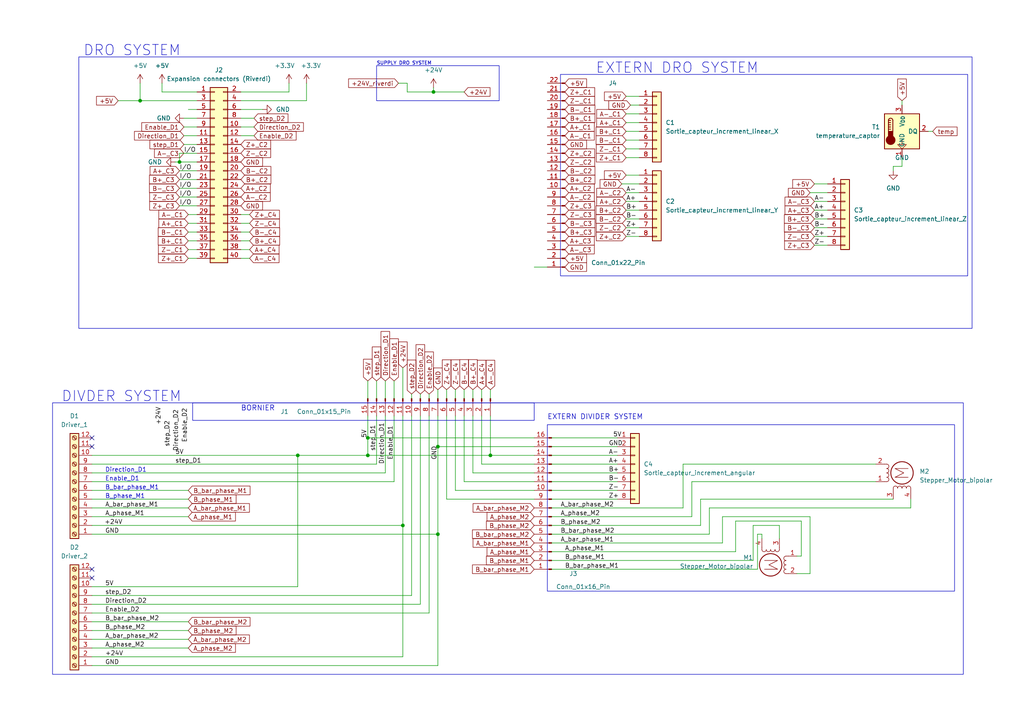
<source format=kicad_sch>
(kicad_sch (version 20230121) (generator eeschema)

  (uuid e069063b-dfa7-44a9-835b-f5b5a3a4f282)

  (paper "A4")

  (lib_symbols
    (symbol "Connector:Conn_01x15_Pin" (pin_names (offset 1.016) hide) (in_bom yes) (on_board yes)
      (property "Reference" "J" (at 0 20.32 0)
        (effects (font (size 1.27 1.27)))
      )
      (property "Value" "Conn_01x15_Pin" (at 0 -20.32 0)
        (effects (font (size 1.27 1.27)))
      )
      (property "Footprint" "" (at 0 0 0)
        (effects (font (size 1.27 1.27)) hide)
      )
      (property "Datasheet" "~" (at 0 0 0)
        (effects (font (size 1.27 1.27)) hide)
      )
      (property "ki_locked" "" (at 0 0 0)
        (effects (font (size 1.27 1.27)))
      )
      (property "ki_keywords" "connector" (at 0 0 0)
        (effects (font (size 1.27 1.27)) hide)
      )
      (property "ki_description" "Generic connector, single row, 01x15, script generated" (at 0 0 0)
        (effects (font (size 1.27 1.27)) hide)
      )
      (property "ki_fp_filters" "Connector*:*_1x??_*" (at 0 0 0)
        (effects (font (size 1.27 1.27)) hide)
      )
      (symbol "Conn_01x15_Pin_1_1"
        (polyline
          (pts
            (xy 1.27 -17.78)
            (xy 0.8636 -17.78)
          )
          (stroke (width 0.1524) (type default))
          (fill (type none))
        )
        (polyline
          (pts
            (xy 1.27 -15.24)
            (xy 0.8636 -15.24)
          )
          (stroke (width 0.1524) (type default))
          (fill (type none))
        )
        (polyline
          (pts
            (xy 1.27 -12.7)
            (xy 0.8636 -12.7)
          )
          (stroke (width 0.1524) (type default))
          (fill (type none))
        )
        (polyline
          (pts
            (xy 1.27 -10.16)
            (xy 0.8636 -10.16)
          )
          (stroke (width 0.1524) (type default))
          (fill (type none))
        )
        (polyline
          (pts
            (xy 1.27 -7.62)
            (xy 0.8636 -7.62)
          )
          (stroke (width 0.1524) (type default))
          (fill (type none))
        )
        (polyline
          (pts
            (xy 1.27 -5.08)
            (xy 0.8636 -5.08)
          )
          (stroke (width 0.1524) (type default))
          (fill (type none))
        )
        (polyline
          (pts
            (xy 1.27 -2.54)
            (xy 0.8636 -2.54)
          )
          (stroke (width 0.1524) (type default))
          (fill (type none))
        )
        (polyline
          (pts
            (xy 1.27 0)
            (xy 0.8636 0)
          )
          (stroke (width 0.1524) (type default))
          (fill (type none))
        )
        (polyline
          (pts
            (xy 1.27 2.54)
            (xy 0.8636 2.54)
          )
          (stroke (width 0.1524) (type default))
          (fill (type none))
        )
        (polyline
          (pts
            (xy 1.27 5.08)
            (xy 0.8636 5.08)
          )
          (stroke (width 0.1524) (type default))
          (fill (type none))
        )
        (polyline
          (pts
            (xy 1.27 7.62)
            (xy 0.8636 7.62)
          )
          (stroke (width 0.1524) (type default))
          (fill (type none))
        )
        (polyline
          (pts
            (xy 1.27 10.16)
            (xy 0.8636 10.16)
          )
          (stroke (width 0.1524) (type default))
          (fill (type none))
        )
        (polyline
          (pts
            (xy 1.27 12.7)
            (xy 0.8636 12.7)
          )
          (stroke (width 0.1524) (type default))
          (fill (type none))
        )
        (polyline
          (pts
            (xy 1.27 15.24)
            (xy 0.8636 15.24)
          )
          (stroke (width 0.1524) (type default))
          (fill (type none))
        )
        (polyline
          (pts
            (xy 1.27 17.78)
            (xy 0.8636 17.78)
          )
          (stroke (width 0.1524) (type default))
          (fill (type none))
        )
        (rectangle (start 0.8636 -17.653) (end 0 -17.907)
          (stroke (width 0.1524) (type default))
          (fill (type outline))
        )
        (rectangle (start 0.8636 -15.113) (end 0 -15.367)
          (stroke (width 0.1524) (type default))
          (fill (type outline))
        )
        (rectangle (start 0.8636 -12.573) (end 0 -12.827)
          (stroke (width 0.1524) (type default))
          (fill (type outline))
        )
        (rectangle (start 0.8636 -10.033) (end 0 -10.287)
          (stroke (width 0.1524) (type default))
          (fill (type outline))
        )
        (rectangle (start 0.8636 -7.493) (end 0 -7.747)
          (stroke (width 0.1524) (type default))
          (fill (type outline))
        )
        (rectangle (start 0.8636 -4.953) (end 0 -5.207)
          (stroke (width 0.1524) (type default))
          (fill (type outline))
        )
        (rectangle (start 0.8636 -2.413) (end 0 -2.667)
          (stroke (width 0.1524) (type default))
          (fill (type outline))
        )
        (rectangle (start 0.8636 0.127) (end 0 -0.127)
          (stroke (width 0.1524) (type default))
          (fill (type outline))
        )
        (rectangle (start 0.8636 2.667) (end 0 2.413)
          (stroke (width 0.1524) (type default))
          (fill (type outline))
        )
        (rectangle (start 0.8636 5.207) (end 0 4.953)
          (stroke (width 0.1524) (type default))
          (fill (type outline))
        )
        (rectangle (start 0.8636 7.747) (end 0 7.493)
          (stroke (width 0.1524) (type default))
          (fill (type outline))
        )
        (rectangle (start 0.8636 10.287) (end 0 10.033)
          (stroke (width 0.1524) (type default))
          (fill (type outline))
        )
        (rectangle (start 0.8636 12.827) (end 0 12.573)
          (stroke (width 0.1524) (type default))
          (fill (type outline))
        )
        (rectangle (start 0.8636 15.367) (end 0 15.113)
          (stroke (width 0.1524) (type default))
          (fill (type outline))
        )
        (rectangle (start 0.8636 17.907) (end 0 17.653)
          (stroke (width 0.1524) (type default))
          (fill (type outline))
        )
        (pin passive line (at 5.08 17.78 180) (length 3.81)
          (name "Pin_1" (effects (font (size 1.27 1.27))))
          (number "1" (effects (font (size 1.27 1.27))))
        )
        (pin passive line (at 5.08 -5.08 180) (length 3.81)
          (name "Pin_10" (effects (font (size 1.27 1.27))))
          (number "10" (effects (font (size 1.27 1.27))))
        )
        (pin passive line (at 5.08 -7.62 180) (length 3.81)
          (name "Pin_11" (effects (font (size 1.27 1.27))))
          (number "11" (effects (font (size 1.27 1.27))))
        )
        (pin passive line (at 5.08 -10.16 180) (length 3.81)
          (name "Pin_12" (effects (font (size 1.27 1.27))))
          (number "12" (effects (font (size 1.27 1.27))))
        )
        (pin passive line (at 5.08 -12.7 180) (length 3.81)
          (name "Pin_13" (effects (font (size 1.27 1.27))))
          (number "13" (effects (font (size 1.27 1.27))))
        )
        (pin passive line (at 5.08 -15.24 180) (length 3.81)
          (name "Pin_14" (effects (font (size 1.27 1.27))))
          (number "14" (effects (font (size 1.27 1.27))))
        )
        (pin passive line (at 5.08 -17.78 180) (length 3.81)
          (name "Pin_15" (effects (font (size 1.27 1.27))))
          (number "15" (effects (font (size 1.27 1.27))))
        )
        (pin passive line (at 5.08 15.24 180) (length 3.81)
          (name "Pin_2" (effects (font (size 1.27 1.27))))
          (number "2" (effects (font (size 1.27 1.27))))
        )
        (pin passive line (at 5.08 12.7 180) (length 3.81)
          (name "Pin_3" (effects (font (size 1.27 1.27))))
          (number "3" (effects (font (size 1.27 1.27))))
        )
        (pin passive line (at 5.08 10.16 180) (length 3.81)
          (name "Pin_4" (effects (font (size 1.27 1.27))))
          (number "4" (effects (font (size 1.27 1.27))))
        )
        (pin passive line (at 5.08 7.62 180) (length 3.81)
          (name "Pin_5" (effects (font (size 1.27 1.27))))
          (number "5" (effects (font (size 1.27 1.27))))
        )
        (pin passive line (at 5.08 5.08 180) (length 3.81)
          (name "Pin_6" (effects (font (size 1.27 1.27))))
          (number "6" (effects (font (size 1.27 1.27))))
        )
        (pin passive line (at 5.08 2.54 180) (length 3.81)
          (name "Pin_7" (effects (font (size 1.27 1.27))))
          (number "7" (effects (font (size 1.27 1.27))))
        )
        (pin passive line (at 5.08 0 180) (length 3.81)
          (name "Pin_8" (effects (font (size 1.27 1.27))))
          (number "8" (effects (font (size 1.27 1.27))))
        )
        (pin passive line (at 5.08 -2.54 180) (length 3.81)
          (name "Pin_9" (effects (font (size 1.27 1.27))))
          (number "9" (effects (font (size 1.27 1.27))))
        )
      )
    )
    (symbol "Connector:Conn_01x16_Pin" (pin_names (offset 1.016) hide) (in_bom yes) (on_board yes)
      (property "Reference" "J" (at 0 20.32 0)
        (effects (font (size 1.27 1.27)))
      )
      (property "Value" "Conn_01x16_Pin" (at 0 -22.86 0)
        (effects (font (size 1.27 1.27)))
      )
      (property "Footprint" "" (at 0 0 0)
        (effects (font (size 1.27 1.27)) hide)
      )
      (property "Datasheet" "~" (at 0 0 0)
        (effects (font (size 1.27 1.27)) hide)
      )
      (property "ki_locked" "" (at 0 0 0)
        (effects (font (size 1.27 1.27)))
      )
      (property "ki_keywords" "connector" (at 0 0 0)
        (effects (font (size 1.27 1.27)) hide)
      )
      (property "ki_description" "Generic connector, single row, 01x16, script generated" (at 0 0 0)
        (effects (font (size 1.27 1.27)) hide)
      )
      (property "ki_fp_filters" "Connector*:*_1x??_*" (at 0 0 0)
        (effects (font (size 1.27 1.27)) hide)
      )
      (symbol "Conn_01x16_Pin_1_1"
        (polyline
          (pts
            (xy 1.27 -20.32)
            (xy 0.8636 -20.32)
          )
          (stroke (width 0.1524) (type default))
          (fill (type none))
        )
        (polyline
          (pts
            (xy 1.27 -17.78)
            (xy 0.8636 -17.78)
          )
          (stroke (width 0.1524) (type default))
          (fill (type none))
        )
        (polyline
          (pts
            (xy 1.27 -15.24)
            (xy 0.8636 -15.24)
          )
          (stroke (width 0.1524) (type default))
          (fill (type none))
        )
        (polyline
          (pts
            (xy 1.27 -12.7)
            (xy 0.8636 -12.7)
          )
          (stroke (width 0.1524) (type default))
          (fill (type none))
        )
        (polyline
          (pts
            (xy 1.27 -10.16)
            (xy 0.8636 -10.16)
          )
          (stroke (width 0.1524) (type default))
          (fill (type none))
        )
        (polyline
          (pts
            (xy 1.27 -7.62)
            (xy 0.8636 -7.62)
          )
          (stroke (width 0.1524) (type default))
          (fill (type none))
        )
        (polyline
          (pts
            (xy 1.27 -5.08)
            (xy 0.8636 -5.08)
          )
          (stroke (width 0.1524) (type default))
          (fill (type none))
        )
        (polyline
          (pts
            (xy 1.27 -2.54)
            (xy 0.8636 -2.54)
          )
          (stroke (width 0.1524) (type default))
          (fill (type none))
        )
        (polyline
          (pts
            (xy 1.27 0)
            (xy 0.8636 0)
          )
          (stroke (width 0.1524) (type default))
          (fill (type none))
        )
        (polyline
          (pts
            (xy 1.27 2.54)
            (xy 0.8636 2.54)
          )
          (stroke (width 0.1524) (type default))
          (fill (type none))
        )
        (polyline
          (pts
            (xy 1.27 5.08)
            (xy 0.8636 5.08)
          )
          (stroke (width 0.1524) (type default))
          (fill (type none))
        )
        (polyline
          (pts
            (xy 1.27 7.62)
            (xy 0.8636 7.62)
          )
          (stroke (width 0.1524) (type default))
          (fill (type none))
        )
        (polyline
          (pts
            (xy 1.27 10.16)
            (xy 0.8636 10.16)
          )
          (stroke (width 0.1524) (type default))
          (fill (type none))
        )
        (polyline
          (pts
            (xy 1.27 12.7)
            (xy 0.8636 12.7)
          )
          (stroke (width 0.1524) (type default))
          (fill (type none))
        )
        (polyline
          (pts
            (xy 1.27 15.24)
            (xy 0.8636 15.24)
          )
          (stroke (width 0.1524) (type default))
          (fill (type none))
        )
        (polyline
          (pts
            (xy 1.27 17.78)
            (xy 0.8636 17.78)
          )
          (stroke (width 0.1524) (type default))
          (fill (type none))
        )
        (rectangle (start 0.8636 -20.193) (end 0 -20.447)
          (stroke (width 0.1524) (type default))
          (fill (type outline))
        )
        (rectangle (start 0.8636 -17.653) (end 0 -17.907)
          (stroke (width 0.1524) (type default))
          (fill (type outline))
        )
        (rectangle (start 0.8636 -15.113) (end 0 -15.367)
          (stroke (width 0.1524) (type default))
          (fill (type outline))
        )
        (rectangle (start 0.8636 -12.573) (end 0 -12.827)
          (stroke (width 0.1524) (type default))
          (fill (type outline))
        )
        (rectangle (start 0.8636 -10.033) (end 0 -10.287)
          (stroke (width 0.1524) (type default))
          (fill (type outline))
        )
        (rectangle (start 0.8636 -7.493) (end 0 -7.747)
          (stroke (width 0.1524) (type default))
          (fill (type outline))
        )
        (rectangle (start 0.8636 -4.953) (end 0 -5.207)
          (stroke (width 0.1524) (type default))
          (fill (type outline))
        )
        (rectangle (start 0.8636 -2.413) (end 0 -2.667)
          (stroke (width 0.1524) (type default))
          (fill (type outline))
        )
        (rectangle (start 0.8636 0.127) (end 0 -0.127)
          (stroke (width 0.1524) (type default))
          (fill (type outline))
        )
        (rectangle (start 0.8636 2.667) (end 0 2.413)
          (stroke (width 0.1524) (type default))
          (fill (type outline))
        )
        (rectangle (start 0.8636 5.207) (end 0 4.953)
          (stroke (width 0.1524) (type default))
          (fill (type outline))
        )
        (rectangle (start 0.8636 7.747) (end 0 7.493)
          (stroke (width 0.1524) (type default))
          (fill (type outline))
        )
        (rectangle (start 0.8636 10.287) (end 0 10.033)
          (stroke (width 0.1524) (type default))
          (fill (type outline))
        )
        (rectangle (start 0.8636 12.827) (end 0 12.573)
          (stroke (width 0.1524) (type default))
          (fill (type outline))
        )
        (rectangle (start 0.8636 15.367) (end 0 15.113)
          (stroke (width 0.1524) (type default))
          (fill (type outline))
        )
        (rectangle (start 0.8636 17.907) (end 0 17.653)
          (stroke (width 0.1524) (type default))
          (fill (type outline))
        )
        (pin passive line (at 5.08 17.78 180) (length 3.81)
          (name "Pin_1" (effects (font (size 1.27 1.27))))
          (number "1" (effects (font (size 1.27 1.27))))
        )
        (pin passive line (at 5.08 -5.08 180) (length 3.81)
          (name "Pin_10" (effects (font (size 1.27 1.27))))
          (number "10" (effects (font (size 1.27 1.27))))
        )
        (pin passive line (at 5.08 -7.62 180) (length 3.81)
          (name "Pin_11" (effects (font (size 1.27 1.27))))
          (number "11" (effects (font (size 1.27 1.27))))
        )
        (pin passive line (at 5.08 -10.16 180) (length 3.81)
          (name "Pin_12" (effects (font (size 1.27 1.27))))
          (number "12" (effects (font (size 1.27 1.27))))
        )
        (pin passive line (at 5.08 -12.7 180) (length 3.81)
          (name "Pin_13" (effects (font (size 1.27 1.27))))
          (number "13" (effects (font (size 1.27 1.27))))
        )
        (pin passive line (at 5.08 -15.24 180) (length 3.81)
          (name "Pin_14" (effects (font (size 1.27 1.27))))
          (number "14" (effects (font (size 1.27 1.27))))
        )
        (pin passive line (at 5.08 -17.78 180) (length 3.81)
          (name "Pin_15" (effects (font (size 1.27 1.27))))
          (number "15" (effects (font (size 1.27 1.27))))
        )
        (pin passive line (at 5.08 -20.32 180) (length 3.81)
          (name "Pin_16" (effects (font (size 1.27 1.27))))
          (number "16" (effects (font (size 1.27 1.27))))
        )
        (pin passive line (at 5.08 15.24 180) (length 3.81)
          (name "Pin_2" (effects (font (size 1.27 1.27))))
          (number "2" (effects (font (size 1.27 1.27))))
        )
        (pin passive line (at 5.08 12.7 180) (length 3.81)
          (name "Pin_3" (effects (font (size 1.27 1.27))))
          (number "3" (effects (font (size 1.27 1.27))))
        )
        (pin passive line (at 5.08 10.16 180) (length 3.81)
          (name "Pin_4" (effects (font (size 1.27 1.27))))
          (number "4" (effects (font (size 1.27 1.27))))
        )
        (pin passive line (at 5.08 7.62 180) (length 3.81)
          (name "Pin_5" (effects (font (size 1.27 1.27))))
          (number "5" (effects (font (size 1.27 1.27))))
        )
        (pin passive line (at 5.08 5.08 180) (length 3.81)
          (name "Pin_6" (effects (font (size 1.27 1.27))))
          (number "6" (effects (font (size 1.27 1.27))))
        )
        (pin passive line (at 5.08 2.54 180) (length 3.81)
          (name "Pin_7" (effects (font (size 1.27 1.27))))
          (number "7" (effects (font (size 1.27 1.27))))
        )
        (pin passive line (at 5.08 0 180) (length 3.81)
          (name "Pin_8" (effects (font (size 1.27 1.27))))
          (number "8" (effects (font (size 1.27 1.27))))
        )
        (pin passive line (at 5.08 -2.54 180) (length 3.81)
          (name "Pin_9" (effects (font (size 1.27 1.27))))
          (number "9" (effects (font (size 1.27 1.27))))
        )
      )
    )
    (symbol "Connector:Conn_01x22_Pin" (pin_names (offset 1.016) hide) (in_bom yes) (on_board yes)
      (property "Reference" "J" (at 0 27.94 0)
        (effects (font (size 1.27 1.27)))
      )
      (property "Value" "Conn_01x22_Pin" (at 0 -30.48 0)
        (effects (font (size 1.27 1.27)))
      )
      (property "Footprint" "" (at 0 0 0)
        (effects (font (size 1.27 1.27)) hide)
      )
      (property "Datasheet" "~" (at 0 0 0)
        (effects (font (size 1.27 1.27)) hide)
      )
      (property "ki_locked" "" (at 0 0 0)
        (effects (font (size 1.27 1.27)))
      )
      (property "ki_keywords" "connector" (at 0 0 0)
        (effects (font (size 1.27 1.27)) hide)
      )
      (property "ki_description" "Generic connector, single row, 01x22, script generated" (at 0 0 0)
        (effects (font (size 1.27 1.27)) hide)
      )
      (property "ki_fp_filters" "Connector*:*_1x??_*" (at 0 0 0)
        (effects (font (size 1.27 1.27)) hide)
      )
      (symbol "Conn_01x22_Pin_1_1"
        (polyline
          (pts
            (xy 1.27 -27.94)
            (xy 0.8636 -27.94)
          )
          (stroke (width 0.1524) (type default))
          (fill (type none))
        )
        (polyline
          (pts
            (xy 1.27 -25.4)
            (xy 0.8636 -25.4)
          )
          (stroke (width 0.1524) (type default))
          (fill (type none))
        )
        (polyline
          (pts
            (xy 1.27 -22.86)
            (xy 0.8636 -22.86)
          )
          (stroke (width 0.1524) (type default))
          (fill (type none))
        )
        (polyline
          (pts
            (xy 1.27 -20.32)
            (xy 0.8636 -20.32)
          )
          (stroke (width 0.1524) (type default))
          (fill (type none))
        )
        (polyline
          (pts
            (xy 1.27 -17.78)
            (xy 0.8636 -17.78)
          )
          (stroke (width 0.1524) (type default))
          (fill (type none))
        )
        (polyline
          (pts
            (xy 1.27 -15.24)
            (xy 0.8636 -15.24)
          )
          (stroke (width 0.1524) (type default))
          (fill (type none))
        )
        (polyline
          (pts
            (xy 1.27 -12.7)
            (xy 0.8636 -12.7)
          )
          (stroke (width 0.1524) (type default))
          (fill (type none))
        )
        (polyline
          (pts
            (xy 1.27 -10.16)
            (xy 0.8636 -10.16)
          )
          (stroke (width 0.1524) (type default))
          (fill (type none))
        )
        (polyline
          (pts
            (xy 1.27 -7.62)
            (xy 0.8636 -7.62)
          )
          (stroke (width 0.1524) (type default))
          (fill (type none))
        )
        (polyline
          (pts
            (xy 1.27 -5.08)
            (xy 0.8636 -5.08)
          )
          (stroke (width 0.1524) (type default))
          (fill (type none))
        )
        (polyline
          (pts
            (xy 1.27 -2.54)
            (xy 0.8636 -2.54)
          )
          (stroke (width 0.1524) (type default))
          (fill (type none))
        )
        (polyline
          (pts
            (xy 1.27 0)
            (xy 0.8636 0)
          )
          (stroke (width 0.1524) (type default))
          (fill (type none))
        )
        (polyline
          (pts
            (xy 1.27 2.54)
            (xy 0.8636 2.54)
          )
          (stroke (width 0.1524) (type default))
          (fill (type none))
        )
        (polyline
          (pts
            (xy 1.27 5.08)
            (xy 0.8636 5.08)
          )
          (stroke (width 0.1524) (type default))
          (fill (type none))
        )
        (polyline
          (pts
            (xy 1.27 7.62)
            (xy 0.8636 7.62)
          )
          (stroke (width 0.1524) (type default))
          (fill (type none))
        )
        (polyline
          (pts
            (xy 1.27 10.16)
            (xy 0.8636 10.16)
          )
          (stroke (width 0.1524) (type default))
          (fill (type none))
        )
        (polyline
          (pts
            (xy 1.27 12.7)
            (xy 0.8636 12.7)
          )
          (stroke (width 0.1524) (type default))
          (fill (type none))
        )
        (polyline
          (pts
            (xy 1.27 15.24)
            (xy 0.8636 15.24)
          )
          (stroke (width 0.1524) (type default))
          (fill (type none))
        )
        (polyline
          (pts
            (xy 1.27 17.78)
            (xy 0.8636 17.78)
          )
          (stroke (width 0.1524) (type default))
          (fill (type none))
        )
        (polyline
          (pts
            (xy 1.27 20.32)
            (xy 0.8636 20.32)
          )
          (stroke (width 0.1524) (type default))
          (fill (type none))
        )
        (polyline
          (pts
            (xy 1.27 22.86)
            (xy 0.8636 22.86)
          )
          (stroke (width 0.1524) (type default))
          (fill (type none))
        )
        (polyline
          (pts
            (xy 1.27 25.4)
            (xy 0.8636 25.4)
          )
          (stroke (width 0.1524) (type default))
          (fill (type none))
        )
        (rectangle (start 0.8636 -27.813) (end 0 -28.067)
          (stroke (width 0.1524) (type default))
          (fill (type outline))
        )
        (rectangle (start 0.8636 -25.273) (end 0 -25.527)
          (stroke (width 0.1524) (type default))
          (fill (type outline))
        )
        (rectangle (start 0.8636 -22.733) (end 0 -22.987)
          (stroke (width 0.1524) (type default))
          (fill (type outline))
        )
        (rectangle (start 0.8636 -20.193) (end 0 -20.447)
          (stroke (width 0.1524) (type default))
          (fill (type outline))
        )
        (rectangle (start 0.8636 -17.653) (end 0 -17.907)
          (stroke (width 0.1524) (type default))
          (fill (type outline))
        )
        (rectangle (start 0.8636 -15.113) (end 0 -15.367)
          (stroke (width 0.1524) (type default))
          (fill (type outline))
        )
        (rectangle (start 0.8636 -12.573) (end 0 -12.827)
          (stroke (width 0.1524) (type default))
          (fill (type outline))
        )
        (rectangle (start 0.8636 -10.033) (end 0 -10.287)
          (stroke (width 0.1524) (type default))
          (fill (type outline))
        )
        (rectangle (start 0.8636 -7.493) (end 0 -7.747)
          (stroke (width 0.1524) (type default))
          (fill (type outline))
        )
        (rectangle (start 0.8636 -4.953) (end 0 -5.207)
          (stroke (width 0.1524) (type default))
          (fill (type outline))
        )
        (rectangle (start 0.8636 -2.413) (end 0 -2.667)
          (stroke (width 0.1524) (type default))
          (fill (type outline))
        )
        (rectangle (start 0.8636 0.127) (end 0 -0.127)
          (stroke (width 0.1524) (type default))
          (fill (type outline))
        )
        (rectangle (start 0.8636 2.667) (end 0 2.413)
          (stroke (width 0.1524) (type default))
          (fill (type outline))
        )
        (rectangle (start 0.8636 5.207) (end 0 4.953)
          (stroke (width 0.1524) (type default))
          (fill (type outline))
        )
        (rectangle (start 0.8636 7.747) (end 0 7.493)
          (stroke (width 0.1524) (type default))
          (fill (type outline))
        )
        (rectangle (start 0.8636 10.287) (end 0 10.033)
          (stroke (width 0.1524) (type default))
          (fill (type outline))
        )
        (rectangle (start 0.8636 12.827) (end 0 12.573)
          (stroke (width 0.1524) (type default))
          (fill (type outline))
        )
        (rectangle (start 0.8636 15.367) (end 0 15.113)
          (stroke (width 0.1524) (type default))
          (fill (type outline))
        )
        (rectangle (start 0.8636 17.907) (end 0 17.653)
          (stroke (width 0.1524) (type default))
          (fill (type outline))
        )
        (rectangle (start 0.8636 20.447) (end 0 20.193)
          (stroke (width 0.1524) (type default))
          (fill (type outline))
        )
        (rectangle (start 0.8636 22.987) (end 0 22.733)
          (stroke (width 0.1524) (type default))
          (fill (type outline))
        )
        (rectangle (start 0.8636 25.527) (end 0 25.273)
          (stroke (width 0.1524) (type default))
          (fill (type outline))
        )
        (pin passive line (at 5.08 25.4 180) (length 3.81)
          (name "Pin_1" (effects (font (size 1.27 1.27))))
          (number "1" (effects (font (size 1.27 1.27))))
        )
        (pin passive line (at 5.08 2.54 180) (length 3.81)
          (name "Pin_10" (effects (font (size 1.27 1.27))))
          (number "10" (effects (font (size 1.27 1.27))))
        )
        (pin passive line (at 5.08 0 180) (length 3.81)
          (name "Pin_11" (effects (font (size 1.27 1.27))))
          (number "11" (effects (font (size 1.27 1.27))))
        )
        (pin passive line (at 5.08 -2.54 180) (length 3.81)
          (name "Pin_12" (effects (font (size 1.27 1.27))))
          (number "12" (effects (font (size 1.27 1.27))))
        )
        (pin passive line (at 5.08 -5.08 180) (length 3.81)
          (name "Pin_13" (effects (font (size 1.27 1.27))))
          (number "13" (effects (font (size 1.27 1.27))))
        )
        (pin passive line (at 5.08 -7.62 180) (length 3.81)
          (name "Pin_14" (effects (font (size 1.27 1.27))))
          (number "14" (effects (font (size 1.27 1.27))))
        )
        (pin passive line (at 5.08 -10.16 180) (length 3.81)
          (name "Pin_15" (effects (font (size 1.27 1.27))))
          (number "15" (effects (font (size 1.27 1.27))))
        )
        (pin passive line (at 5.08 -12.7 180) (length 3.81)
          (name "Pin_16" (effects (font (size 1.27 1.27))))
          (number "16" (effects (font (size 1.27 1.27))))
        )
        (pin passive line (at 5.08 -15.24 180) (length 3.81)
          (name "Pin_17" (effects (font (size 1.27 1.27))))
          (number "17" (effects (font (size 1.27 1.27))))
        )
        (pin passive line (at 5.08 -17.78 180) (length 3.81)
          (name "Pin_18" (effects (font (size 1.27 1.27))))
          (number "18" (effects (font (size 1.27 1.27))))
        )
        (pin passive line (at 5.08 -20.32 180) (length 3.81)
          (name "Pin_19" (effects (font (size 1.27 1.27))))
          (number "19" (effects (font (size 1.27 1.27))))
        )
        (pin passive line (at 5.08 22.86 180) (length 3.81)
          (name "Pin_2" (effects (font (size 1.27 1.27))))
          (number "2" (effects (font (size 1.27 1.27))))
        )
        (pin passive line (at 5.08 -22.86 180) (length 3.81)
          (name "Pin_20" (effects (font (size 1.27 1.27))))
          (number "20" (effects (font (size 1.27 1.27))))
        )
        (pin passive line (at 5.08 -25.4 180) (length 3.81)
          (name "Pin_21" (effects (font (size 1.27 1.27))))
          (number "21" (effects (font (size 1.27 1.27))))
        )
        (pin passive line (at 5.08 -27.94 180) (length 3.81)
          (name "Pin_22" (effects (font (size 1.27 1.27))))
          (number "22" (effects (font (size 1.27 1.27))))
        )
        (pin passive line (at 5.08 20.32 180) (length 3.81)
          (name "Pin_3" (effects (font (size 1.27 1.27))))
          (number "3" (effects (font (size 1.27 1.27))))
        )
        (pin passive line (at 5.08 17.78 180) (length 3.81)
          (name "Pin_4" (effects (font (size 1.27 1.27))))
          (number "4" (effects (font (size 1.27 1.27))))
        )
        (pin passive line (at 5.08 15.24 180) (length 3.81)
          (name "Pin_5" (effects (font (size 1.27 1.27))))
          (number "5" (effects (font (size 1.27 1.27))))
        )
        (pin passive line (at 5.08 12.7 180) (length 3.81)
          (name "Pin_6" (effects (font (size 1.27 1.27))))
          (number "6" (effects (font (size 1.27 1.27))))
        )
        (pin passive line (at 5.08 10.16 180) (length 3.81)
          (name "Pin_7" (effects (font (size 1.27 1.27))))
          (number "7" (effects (font (size 1.27 1.27))))
        )
        (pin passive line (at 5.08 7.62 180) (length 3.81)
          (name "Pin_8" (effects (font (size 1.27 1.27))))
          (number "8" (effects (font (size 1.27 1.27))))
        )
        (pin passive line (at 5.08 5.08 180) (length 3.81)
          (name "Pin_9" (effects (font (size 1.27 1.27))))
          (number "9" (effects (font (size 1.27 1.27))))
        )
      )
    )
    (symbol "Connector:Screw_Terminal_01x12" (pin_names (offset 1.016) hide) (in_bom yes) (on_board yes)
      (property "Reference" "J" (at 0 15.24 0)
        (effects (font (size 1.27 1.27)))
      )
      (property "Value" "Screw_Terminal_01x12" (at 0 -17.78 0)
        (effects (font (size 1.27 1.27)))
      )
      (property "Footprint" "" (at 0 0 0)
        (effects (font (size 1.27 1.27)) hide)
      )
      (property "Datasheet" "~" (at 0 0 0)
        (effects (font (size 1.27 1.27)) hide)
      )
      (property "ki_keywords" "screw terminal" (at 0 0 0)
        (effects (font (size 1.27 1.27)) hide)
      )
      (property "ki_description" "Generic screw terminal, single row, 01x12, script generated (kicad-library-utils/schlib/autogen/connector/)" (at 0 0 0)
        (effects (font (size 1.27 1.27)) hide)
      )
      (property "ki_fp_filters" "TerminalBlock*:*" (at 0 0 0)
        (effects (font (size 1.27 1.27)) hide)
      )
      (symbol "Screw_Terminal_01x12_1_1"
        (rectangle (start -1.27 13.97) (end 1.27 -16.51)
          (stroke (width 0.254) (type default))
          (fill (type background))
        )
        (circle (center 0 -15.24) (radius 0.635)
          (stroke (width 0.1524) (type default))
          (fill (type none))
        )
        (circle (center 0 -12.7) (radius 0.635)
          (stroke (width 0.1524) (type default))
          (fill (type none))
        )
        (circle (center 0 -10.16) (radius 0.635)
          (stroke (width 0.1524) (type default))
          (fill (type none))
        )
        (circle (center 0 -7.62) (radius 0.635)
          (stroke (width 0.1524) (type default))
          (fill (type none))
        )
        (circle (center 0 -5.08) (radius 0.635)
          (stroke (width 0.1524) (type default))
          (fill (type none))
        )
        (circle (center 0 -2.54) (radius 0.635)
          (stroke (width 0.1524) (type default))
          (fill (type none))
        )
        (polyline
          (pts
            (xy -0.5334 -14.9098)
            (xy 0.3302 -15.748)
          )
          (stroke (width 0.1524) (type default))
          (fill (type none))
        )
        (polyline
          (pts
            (xy -0.5334 -12.3698)
            (xy 0.3302 -13.208)
          )
          (stroke (width 0.1524) (type default))
          (fill (type none))
        )
        (polyline
          (pts
            (xy -0.5334 -9.8298)
            (xy 0.3302 -10.668)
          )
          (stroke (width 0.1524) (type default))
          (fill (type none))
        )
        (polyline
          (pts
            (xy -0.5334 -7.2898)
            (xy 0.3302 -8.128)
          )
          (stroke (width 0.1524) (type default))
          (fill (type none))
        )
        (polyline
          (pts
            (xy -0.5334 -4.7498)
            (xy 0.3302 -5.588)
          )
          (stroke (width 0.1524) (type default))
          (fill (type none))
        )
        (polyline
          (pts
            (xy -0.5334 -2.2098)
            (xy 0.3302 -3.048)
          )
          (stroke (width 0.1524) (type default))
          (fill (type none))
        )
        (polyline
          (pts
            (xy -0.5334 0.3302)
            (xy 0.3302 -0.508)
          )
          (stroke (width 0.1524) (type default))
          (fill (type none))
        )
        (polyline
          (pts
            (xy -0.5334 2.8702)
            (xy 0.3302 2.032)
          )
          (stroke (width 0.1524) (type default))
          (fill (type none))
        )
        (polyline
          (pts
            (xy -0.5334 5.4102)
            (xy 0.3302 4.572)
          )
          (stroke (width 0.1524) (type default))
          (fill (type none))
        )
        (polyline
          (pts
            (xy -0.5334 7.9502)
            (xy 0.3302 7.112)
          )
          (stroke (width 0.1524) (type default))
          (fill (type none))
        )
        (polyline
          (pts
            (xy -0.5334 10.4902)
            (xy 0.3302 9.652)
          )
          (stroke (width 0.1524) (type default))
          (fill (type none))
        )
        (polyline
          (pts
            (xy -0.5334 13.0302)
            (xy 0.3302 12.192)
          )
          (stroke (width 0.1524) (type default))
          (fill (type none))
        )
        (polyline
          (pts
            (xy -0.3556 -14.732)
            (xy 0.508 -15.5702)
          )
          (stroke (width 0.1524) (type default))
          (fill (type none))
        )
        (polyline
          (pts
            (xy -0.3556 -12.192)
            (xy 0.508 -13.0302)
          )
          (stroke (width 0.1524) (type default))
          (fill (type none))
        )
        (polyline
          (pts
            (xy -0.3556 -9.652)
            (xy 0.508 -10.4902)
          )
          (stroke (width 0.1524) (type default))
          (fill (type none))
        )
        (polyline
          (pts
            (xy -0.3556 -7.112)
            (xy 0.508 -7.9502)
          )
          (stroke (width 0.1524) (type default))
          (fill (type none))
        )
        (polyline
          (pts
            (xy -0.3556 -4.572)
            (xy 0.508 -5.4102)
          )
          (stroke (width 0.1524) (type default))
          (fill (type none))
        )
        (polyline
          (pts
            (xy -0.3556 -2.032)
            (xy 0.508 -2.8702)
          )
          (stroke (width 0.1524) (type default))
          (fill (type none))
        )
        (polyline
          (pts
            (xy -0.3556 0.508)
            (xy 0.508 -0.3302)
          )
          (stroke (width 0.1524) (type default))
          (fill (type none))
        )
        (polyline
          (pts
            (xy -0.3556 3.048)
            (xy 0.508 2.2098)
          )
          (stroke (width 0.1524) (type default))
          (fill (type none))
        )
        (polyline
          (pts
            (xy -0.3556 5.588)
            (xy 0.508 4.7498)
          )
          (stroke (width 0.1524) (type default))
          (fill (type none))
        )
        (polyline
          (pts
            (xy -0.3556 8.128)
            (xy 0.508 7.2898)
          )
          (stroke (width 0.1524) (type default))
          (fill (type none))
        )
        (polyline
          (pts
            (xy -0.3556 10.668)
            (xy 0.508 9.8298)
          )
          (stroke (width 0.1524) (type default))
          (fill (type none))
        )
        (polyline
          (pts
            (xy -0.3556 13.208)
            (xy 0.508 12.3698)
          )
          (stroke (width 0.1524) (type default))
          (fill (type none))
        )
        (circle (center 0 0) (radius 0.635)
          (stroke (width 0.1524) (type default))
          (fill (type none))
        )
        (circle (center 0 2.54) (radius 0.635)
          (stroke (width 0.1524) (type default))
          (fill (type none))
        )
        (circle (center 0 5.08) (radius 0.635)
          (stroke (width 0.1524) (type default))
          (fill (type none))
        )
        (circle (center 0 7.62) (radius 0.635)
          (stroke (width 0.1524) (type default))
          (fill (type none))
        )
        (circle (center 0 10.16) (radius 0.635)
          (stroke (width 0.1524) (type default))
          (fill (type none))
        )
        (circle (center 0 12.7) (radius 0.635)
          (stroke (width 0.1524) (type default))
          (fill (type none))
        )
        (pin passive line (at -5.08 12.7 0) (length 3.81)
          (name "Pin_1" (effects (font (size 1.27 1.27))))
          (number "1" (effects (font (size 1.27 1.27))))
        )
        (pin passive line (at -5.08 -10.16 0) (length 3.81)
          (name "Pin_10" (effects (font (size 1.27 1.27))))
          (number "10" (effects (font (size 1.27 1.27))))
        )
        (pin passive line (at -5.08 -12.7 0) (length 3.81)
          (name "Pin_11" (effects (font (size 1.27 1.27))))
          (number "11" (effects (font (size 1.27 1.27))))
        )
        (pin passive line (at -5.08 -15.24 0) (length 3.81)
          (name "Pin_12" (effects (font (size 1.27 1.27))))
          (number "12" (effects (font (size 1.27 1.27))))
        )
        (pin passive line (at -5.08 10.16 0) (length 3.81)
          (name "Pin_2" (effects (font (size 1.27 1.27))))
          (number "2" (effects (font (size 1.27 1.27))))
        )
        (pin passive line (at -5.08 7.62 0) (length 3.81)
          (name "Pin_3" (effects (font (size 1.27 1.27))))
          (number "3" (effects (font (size 1.27 1.27))))
        )
        (pin passive line (at -5.08 5.08 0) (length 3.81)
          (name "Pin_4" (effects (font (size 1.27 1.27))))
          (number "4" (effects (font (size 1.27 1.27))))
        )
        (pin passive line (at -5.08 2.54 0) (length 3.81)
          (name "Pin_5" (effects (font (size 1.27 1.27))))
          (number "5" (effects (font (size 1.27 1.27))))
        )
        (pin passive line (at -5.08 0 0) (length 3.81)
          (name "Pin_6" (effects (font (size 1.27 1.27))))
          (number "6" (effects (font (size 1.27 1.27))))
        )
        (pin passive line (at -5.08 -2.54 0) (length 3.81)
          (name "Pin_7" (effects (font (size 1.27 1.27))))
          (number "7" (effects (font (size 1.27 1.27))))
        )
        (pin passive line (at -5.08 -5.08 0) (length 3.81)
          (name "Pin_8" (effects (font (size 1.27 1.27))))
          (number "8" (effects (font (size 1.27 1.27))))
        )
        (pin passive line (at -5.08 -7.62 0) (length 3.81)
          (name "Pin_9" (effects (font (size 1.27 1.27))))
          (number "9" (effects (font (size 1.27 1.27))))
        )
      )
    )
    (symbol "Connector_Generic:Conn_01x08" (pin_names (offset 1.016) hide) (in_bom yes) (on_board yes)
      (property "Reference" "J" (at 0 10.16 0)
        (effects (font (size 1.27 1.27)))
      )
      (property "Value" "Conn_01x08" (at 0 -12.7 0)
        (effects (font (size 1.27 1.27)))
      )
      (property "Footprint" "" (at 0 0 0)
        (effects (font (size 1.27 1.27)) hide)
      )
      (property "Datasheet" "~" (at 0 0 0)
        (effects (font (size 1.27 1.27)) hide)
      )
      (property "ki_keywords" "connector" (at 0 0 0)
        (effects (font (size 1.27 1.27)) hide)
      )
      (property "ki_description" "Generic connector, single row, 01x08, script generated (kicad-library-utils/schlib/autogen/connector/)" (at 0 0 0)
        (effects (font (size 1.27 1.27)) hide)
      )
      (property "ki_fp_filters" "Connector*:*_1x??_*" (at 0 0 0)
        (effects (font (size 1.27 1.27)) hide)
      )
      (symbol "Conn_01x08_1_1"
        (rectangle (start -1.27 -10.033) (end 0 -10.287)
          (stroke (width 0.1524) (type default))
          (fill (type none))
        )
        (rectangle (start -1.27 -7.493) (end 0 -7.747)
          (stroke (width 0.1524) (type default))
          (fill (type none))
        )
        (rectangle (start -1.27 -4.953) (end 0 -5.207)
          (stroke (width 0.1524) (type default))
          (fill (type none))
        )
        (rectangle (start -1.27 -2.413) (end 0 -2.667)
          (stroke (width 0.1524) (type default))
          (fill (type none))
        )
        (rectangle (start -1.27 0.127) (end 0 -0.127)
          (stroke (width 0.1524) (type default))
          (fill (type none))
        )
        (rectangle (start -1.27 2.667) (end 0 2.413)
          (stroke (width 0.1524) (type default))
          (fill (type none))
        )
        (rectangle (start -1.27 5.207) (end 0 4.953)
          (stroke (width 0.1524) (type default))
          (fill (type none))
        )
        (rectangle (start -1.27 7.747) (end 0 7.493)
          (stroke (width 0.1524) (type default))
          (fill (type none))
        )
        (rectangle (start -1.27 8.89) (end 1.27 -11.43)
          (stroke (width 0.254) (type default))
          (fill (type background))
        )
        (pin passive line (at -5.08 7.62 0) (length 3.81)
          (name "Pin_1" (effects (font (size 1.27 1.27))))
          (number "1" (effects (font (size 1.27 1.27))))
        )
        (pin passive line (at -5.08 5.08 0) (length 3.81)
          (name "Pin_2" (effects (font (size 1.27 1.27))))
          (number "2" (effects (font (size 1.27 1.27))))
        )
        (pin passive line (at -5.08 2.54 0) (length 3.81)
          (name "Pin_3" (effects (font (size 1.27 1.27))))
          (number "3" (effects (font (size 1.27 1.27))))
        )
        (pin passive line (at -5.08 0 0) (length 3.81)
          (name "Pin_4" (effects (font (size 1.27 1.27))))
          (number "4" (effects (font (size 1.27 1.27))))
        )
        (pin passive line (at -5.08 -2.54 0) (length 3.81)
          (name "Pin_5" (effects (font (size 1.27 1.27))))
          (number "5" (effects (font (size 1.27 1.27))))
        )
        (pin passive line (at -5.08 -5.08 0) (length 3.81)
          (name "Pin_6" (effects (font (size 1.27 1.27))))
          (number "6" (effects (font (size 1.27 1.27))))
        )
        (pin passive line (at -5.08 -7.62 0) (length 3.81)
          (name "Pin_7" (effects (font (size 1.27 1.27))))
          (number "7" (effects (font (size 1.27 1.27))))
        )
        (pin passive line (at -5.08 -10.16 0) (length 3.81)
          (name "Pin_8" (effects (font (size 1.27 1.27))))
          (number "8" (effects (font (size 1.27 1.27))))
        )
      )
    )
    (symbol "Connector_Generic:Conn_02x20_Odd_Even" (pin_names (offset 1.016) hide) (in_bom yes) (on_board yes)
      (property "Reference" "J" (at 1.27 25.4 0)
        (effects (font (size 1.27 1.27)))
      )
      (property "Value" "Conn_02x20_Odd_Even" (at 1.27 -27.94 0)
        (effects (font (size 1.27 1.27)))
      )
      (property "Footprint" "" (at 0 0 0)
        (effects (font (size 1.27 1.27)) hide)
      )
      (property "Datasheet" "~" (at 0 0 0)
        (effects (font (size 1.27 1.27)) hide)
      )
      (property "ki_keywords" "connector" (at 0 0 0)
        (effects (font (size 1.27 1.27)) hide)
      )
      (property "ki_description" "Generic connector, double row, 02x20, odd/even pin numbering scheme (row 1 odd numbers, row 2 even numbers), script generated (kicad-library-utils/schlib/autogen/connector/)" (at 0 0 0)
        (effects (font (size 1.27 1.27)) hide)
      )
      (property "ki_fp_filters" "Connector*:*_2x??_*" (at 0 0 0)
        (effects (font (size 1.27 1.27)) hide)
      )
      (symbol "Conn_02x20_Odd_Even_1_1"
        (rectangle (start -1.27 -25.273) (end 0 -25.527)
          (stroke (width 0.1524) (type default))
          (fill (type none))
        )
        (rectangle (start -1.27 -22.733) (end 0 -22.987)
          (stroke (width 0.1524) (type default))
          (fill (type none))
        )
        (rectangle (start -1.27 -20.193) (end 0 -20.447)
          (stroke (width 0.1524) (type default))
          (fill (type none))
        )
        (rectangle (start -1.27 -17.653) (end 0 -17.907)
          (stroke (width 0.1524) (type default))
          (fill (type none))
        )
        (rectangle (start -1.27 -15.113) (end 0 -15.367)
          (stroke (width 0.1524) (type default))
          (fill (type none))
        )
        (rectangle (start -1.27 -12.573) (end 0 -12.827)
          (stroke (width 0.1524) (type default))
          (fill (type none))
        )
        (rectangle (start -1.27 -10.033) (end 0 -10.287)
          (stroke (width 0.1524) (type default))
          (fill (type none))
        )
        (rectangle (start -1.27 -7.493) (end 0 -7.747)
          (stroke (width 0.1524) (type default))
          (fill (type none))
        )
        (rectangle (start -1.27 -4.953) (end 0 -5.207)
          (stroke (width 0.1524) (type default))
          (fill (type none))
        )
        (rectangle (start -1.27 -2.413) (end 0 -2.667)
          (stroke (width 0.1524) (type default))
          (fill (type none))
        )
        (rectangle (start -1.27 0.127) (end 0 -0.127)
          (stroke (width 0.1524) (type default))
          (fill (type none))
        )
        (rectangle (start -1.27 2.667) (end 0 2.413)
          (stroke (width 0.1524) (type default))
          (fill (type none))
        )
        (rectangle (start -1.27 5.207) (end 0 4.953)
          (stroke (width 0.1524) (type default))
          (fill (type none))
        )
        (rectangle (start -1.27 7.747) (end 0 7.493)
          (stroke (width 0.1524) (type default))
          (fill (type none))
        )
        (rectangle (start -1.27 10.287) (end 0 10.033)
          (stroke (width 0.1524) (type default))
          (fill (type none))
        )
        (rectangle (start -1.27 12.827) (end 0 12.573)
          (stroke (width 0.1524) (type default))
          (fill (type none))
        )
        (rectangle (start -1.27 15.367) (end 0 15.113)
          (stroke (width 0.1524) (type default))
          (fill (type none))
        )
        (rectangle (start -1.27 17.907) (end 0 17.653)
          (stroke (width 0.1524) (type default))
          (fill (type none))
        )
        (rectangle (start -1.27 20.447) (end 0 20.193)
          (stroke (width 0.1524) (type default))
          (fill (type none))
        )
        (rectangle (start -1.27 22.987) (end 0 22.733)
          (stroke (width 0.1524) (type default))
          (fill (type none))
        )
        (rectangle (start -1.27 24.13) (end 3.81 -26.67)
          (stroke (width 0.254) (type default))
          (fill (type background))
        )
        (rectangle (start 3.81 -25.273) (end 2.54 -25.527)
          (stroke (width 0.1524) (type default))
          (fill (type none))
        )
        (rectangle (start 3.81 -22.733) (end 2.54 -22.987)
          (stroke (width 0.1524) (type default))
          (fill (type none))
        )
        (rectangle (start 3.81 -20.193) (end 2.54 -20.447)
          (stroke (width 0.1524) (type default))
          (fill (type none))
        )
        (rectangle (start 3.81 -17.653) (end 2.54 -17.907)
          (stroke (width 0.1524) (type default))
          (fill (type none))
        )
        (rectangle (start 3.81 -15.113) (end 2.54 -15.367)
          (stroke (width 0.1524) (type default))
          (fill (type none))
        )
        (rectangle (start 3.81 -12.573) (end 2.54 -12.827)
          (stroke (width 0.1524) (type default))
          (fill (type none))
        )
        (rectangle (start 3.81 -10.033) (end 2.54 -10.287)
          (stroke (width 0.1524) (type default))
          (fill (type none))
        )
        (rectangle (start 3.81 -7.493) (end 2.54 -7.747)
          (stroke (width 0.1524) (type default))
          (fill (type none))
        )
        (rectangle (start 3.81 -4.953) (end 2.54 -5.207)
          (stroke (width 0.1524) (type default))
          (fill (type none))
        )
        (rectangle (start 3.81 -2.413) (end 2.54 -2.667)
          (stroke (width 0.1524) (type default))
          (fill (type none))
        )
        (rectangle (start 3.81 0.127) (end 2.54 -0.127)
          (stroke (width 0.1524) (type default))
          (fill (type none))
        )
        (rectangle (start 3.81 2.667) (end 2.54 2.413)
          (stroke (width 0.1524) (type default))
          (fill (type none))
        )
        (rectangle (start 3.81 5.207) (end 2.54 4.953)
          (stroke (width 0.1524) (type default))
          (fill (type none))
        )
        (rectangle (start 3.81 7.747) (end 2.54 7.493)
          (stroke (width 0.1524) (type default))
          (fill (type none))
        )
        (rectangle (start 3.81 10.287) (end 2.54 10.033)
          (stroke (width 0.1524) (type default))
          (fill (type none))
        )
        (rectangle (start 3.81 12.827) (end 2.54 12.573)
          (stroke (width 0.1524) (type default))
          (fill (type none))
        )
        (rectangle (start 3.81 15.367) (end 2.54 15.113)
          (stroke (width 0.1524) (type default))
          (fill (type none))
        )
        (rectangle (start 3.81 17.907) (end 2.54 17.653)
          (stroke (width 0.1524) (type default))
          (fill (type none))
        )
        (rectangle (start 3.81 20.447) (end 2.54 20.193)
          (stroke (width 0.1524) (type default))
          (fill (type none))
        )
        (rectangle (start 3.81 22.987) (end 2.54 22.733)
          (stroke (width 0.1524) (type default))
          (fill (type none))
        )
        (pin passive line (at -5.08 22.86 0) (length 3.81)
          (name "Pin_1" (effects (font (size 1.27 1.27))))
          (number "1" (effects (font (size 1.27 1.27))))
        )
        (pin passive line (at 7.62 12.7 180) (length 3.81)
          (name "Pin_10" (effects (font (size 1.27 1.27))))
          (number "10" (effects (font (size 1.27 1.27))))
        )
        (pin passive line (at -5.08 10.16 0) (length 3.81)
          (name "Pin_11" (effects (font (size 1.27 1.27))))
          (number "11" (effects (font (size 1.27 1.27))))
        )
        (pin passive line (at 7.62 10.16 180) (length 3.81)
          (name "Pin_12" (effects (font (size 1.27 1.27))))
          (number "12" (effects (font (size 1.27 1.27))))
        )
        (pin passive line (at -5.08 7.62 0) (length 3.81)
          (name "Pin_13" (effects (font (size 1.27 1.27))))
          (number "13" (effects (font (size 1.27 1.27))))
        )
        (pin passive line (at 7.62 7.62 180) (length 3.81)
          (name "Pin_14" (effects (font (size 1.27 1.27))))
          (number "14" (effects (font (size 1.27 1.27))))
        )
        (pin passive line (at -5.08 5.08 0) (length 3.81)
          (name "Pin_15" (effects (font (size 1.27 1.27))))
          (number "15" (effects (font (size 1.27 1.27))))
        )
        (pin passive line (at 7.62 5.08 180) (length 3.81)
          (name "Pin_16" (effects (font (size 1.27 1.27))))
          (number "16" (effects (font (size 1.27 1.27))))
        )
        (pin passive line (at -5.08 2.54 0) (length 3.81)
          (name "Pin_17" (effects (font (size 1.27 1.27))))
          (number "17" (effects (font (size 1.27 1.27))))
        )
        (pin passive line (at 7.62 2.54 180) (length 3.81)
          (name "Pin_18" (effects (font (size 1.27 1.27))))
          (number "18" (effects (font (size 1.27 1.27))))
        )
        (pin passive line (at -5.08 0 0) (length 3.81)
          (name "Pin_19" (effects (font (size 1.27 1.27))))
          (number "19" (effects (font (size 1.27 1.27))))
        )
        (pin passive line (at 7.62 22.86 180) (length 3.81)
          (name "Pin_2" (effects (font (size 1.27 1.27))))
          (number "2" (effects (font (size 1.27 1.27))))
        )
        (pin passive line (at 7.62 0 180) (length 3.81)
          (name "Pin_20" (effects (font (size 1.27 1.27))))
          (number "20" (effects (font (size 1.27 1.27))))
        )
        (pin passive line (at -5.08 -2.54 0) (length 3.81)
          (name "Pin_21" (effects (font (size 1.27 1.27))))
          (number "21" (effects (font (size 1.27 1.27))))
        )
        (pin passive line (at 7.62 -2.54 180) (length 3.81)
          (name "Pin_22" (effects (font (size 1.27 1.27))))
          (number "22" (effects (font (size 1.27 1.27))))
        )
        (pin passive line (at -5.08 -5.08 0) (length 3.81)
          (name "Pin_23" (effects (font (size 1.27 1.27))))
          (number "23" (effects (font (size 1.27 1.27))))
        )
        (pin passive line (at 7.62 -5.08 180) (length 3.81)
          (name "Pin_24" (effects (font (size 1.27 1.27))))
          (number "24" (effects (font (size 1.27 1.27))))
        )
        (pin passive line (at -5.08 -7.62 0) (length 3.81)
          (name "Pin_25" (effects (font (size 1.27 1.27))))
          (number "25" (effects (font (size 1.27 1.27))))
        )
        (pin passive line (at 7.62 -7.62 180) (length 3.81)
          (name "Pin_26" (effects (font (size 1.27 1.27))))
          (number "26" (effects (font (size 1.27 1.27))))
        )
        (pin passive line (at -5.08 -10.16 0) (length 3.81)
          (name "Pin_27" (effects (font (size 1.27 1.27))))
          (number "27" (effects (font (size 1.27 1.27))))
        )
        (pin passive line (at 7.62 -10.16 180) (length 3.81)
          (name "Pin_28" (effects (font (size 1.27 1.27))))
          (number "28" (effects (font (size 1.27 1.27))))
        )
        (pin passive line (at -5.08 -12.7 0) (length 3.81)
          (name "Pin_29" (effects (font (size 1.27 1.27))))
          (number "29" (effects (font (size 1.27 1.27))))
        )
        (pin passive line (at -5.08 20.32 0) (length 3.81)
          (name "Pin_3" (effects (font (size 1.27 1.27))))
          (number "3" (effects (font (size 1.27 1.27))))
        )
        (pin passive line (at 7.62 -12.7 180) (length 3.81)
          (name "Pin_30" (effects (font (size 1.27 1.27))))
          (number "30" (effects (font (size 1.27 1.27))))
        )
        (pin passive line (at -5.08 -15.24 0) (length 3.81)
          (name "Pin_31" (effects (font (size 1.27 1.27))))
          (number "31" (effects (font (size 1.27 1.27))))
        )
        (pin passive line (at 7.62 -15.24 180) (length 3.81)
          (name "Pin_32" (effects (font (size 1.27 1.27))))
          (number "32" (effects (font (size 1.27 1.27))))
        )
        (pin passive line (at -5.08 -17.78 0) (length 3.81)
          (name "Pin_33" (effects (font (size 1.27 1.27))))
          (number "33" (effects (font (size 1.27 1.27))))
        )
        (pin passive line (at 7.62 -17.78 180) (length 3.81)
          (name "Pin_34" (effects (font (size 1.27 1.27))))
          (number "34" (effects (font (size 1.27 1.27))))
        )
        (pin passive line (at -5.08 -20.32 0) (length 3.81)
          (name "Pin_35" (effects (font (size 1.27 1.27))))
          (number "35" (effects (font (size 1.27 1.27))))
        )
        (pin passive line (at 7.62 -20.32 180) (length 3.81)
          (name "Pin_36" (effects (font (size 1.27 1.27))))
          (number "36" (effects (font (size 1.27 1.27))))
        )
        (pin passive line (at -5.08 -22.86 0) (length 3.81)
          (name "Pin_37" (effects (font (size 1.27 1.27))))
          (number "37" (effects (font (size 1.27 1.27))))
        )
        (pin passive line (at 7.62 -22.86 180) (length 3.81)
          (name "Pin_38" (effects (font (size 1.27 1.27))))
          (number "38" (effects (font (size 1.27 1.27))))
        )
        (pin passive line (at -5.08 -25.4 0) (length 3.81)
          (name "Pin_39" (effects (font (size 1.27 1.27))))
          (number "39" (effects (font (size 1.27 1.27))))
        )
        (pin passive line (at 7.62 20.32 180) (length 3.81)
          (name "Pin_4" (effects (font (size 1.27 1.27))))
          (number "4" (effects (font (size 1.27 1.27))))
        )
        (pin passive line (at 7.62 -25.4 180) (length 3.81)
          (name "Pin_40" (effects (font (size 1.27 1.27))))
          (number "40" (effects (font (size 1.27 1.27))))
        )
        (pin passive line (at -5.08 17.78 0) (length 3.81)
          (name "Pin_5" (effects (font (size 1.27 1.27))))
          (number "5" (effects (font (size 1.27 1.27))))
        )
        (pin passive line (at 7.62 17.78 180) (length 3.81)
          (name "Pin_6" (effects (font (size 1.27 1.27))))
          (number "6" (effects (font (size 1.27 1.27))))
        )
        (pin passive line (at -5.08 15.24 0) (length 3.81)
          (name "Pin_7" (effects (font (size 1.27 1.27))))
          (number "7" (effects (font (size 1.27 1.27))))
        )
        (pin passive line (at 7.62 15.24 180) (length 3.81)
          (name "Pin_8" (effects (font (size 1.27 1.27))))
          (number "8" (effects (font (size 1.27 1.27))))
        )
        (pin passive line (at -5.08 12.7 0) (length 3.81)
          (name "Pin_9" (effects (font (size 1.27 1.27))))
          (number "9" (effects (font (size 1.27 1.27))))
        )
      )
    )
    (symbol "Motor:Stepper_Motor_bipolar" (pin_names (offset 0) hide) (in_bom yes) (on_board yes)
      (property "Reference" "M" (at 3.81 2.54 0)
        (effects (font (size 1.27 1.27)) (justify left))
      )
      (property "Value" "Stepper_Motor_bipolar" (at 3.81 1.27 0)
        (effects (font (size 1.27 1.27)) (justify left top))
      )
      (property "Footprint" "" (at 0.254 -0.254 0)
        (effects (font (size 1.27 1.27)) hide)
      )
      (property "Datasheet" "http://www.infineon.com/dgdl/Application-Note-TLE8110EE_driving_UniPolarStepperMotor_V1.1.pdf?fileId=db3a30431be39b97011be5d0aa0a00b0" (at 0.254 -0.254 0)
        (effects (font (size 1.27 1.27)) hide)
      )
      (property "ki_keywords" "bipolar stepper motor" (at 0 0 0)
        (effects (font (size 1.27 1.27)) hide)
      )
      (property "ki_description" "4-wire bipolar stepper motor" (at 0 0 0)
        (effects (font (size 1.27 1.27)) hide)
      )
      (property "ki_fp_filters" "PinHeader*P2.54mm*Vertical* TerminalBlock* Motor*" (at 0 0 0)
        (effects (font (size 1.27 1.27)) hide)
      )
      (symbol "Stepper_Motor_bipolar_0_0"
        (polyline
          (pts
            (xy -1.27 -1.778)
            (xy -1.27 2.032)
            (xy 0 -0.508)
            (xy 1.27 2.032)
            (xy 1.27 -1.778)
          )
          (stroke (width 0) (type default))
          (fill (type none))
        )
      )
      (symbol "Stepper_Motor_bipolar_0_1"
        (arc (start -4.445 -2.54) (mid -3.8127 -1.905) (end -4.445 -1.27)
          (stroke (width 0) (type default))
          (fill (type none))
        )
        (arc (start -4.445 -1.27) (mid -3.8127 -0.635) (end -4.445 0)
          (stroke (width 0) (type default))
          (fill (type none))
        )
        (arc (start -4.445 0) (mid -3.8127 0.635) (end -4.445 1.27)
          (stroke (width 0) (type default))
          (fill (type none))
        )
        (arc (start -4.445 1.27) (mid -3.8127 1.905) (end -4.445 2.54)
          (stroke (width 0) (type default))
          (fill (type none))
        )
        (arc (start -2.54 4.445) (mid -1.905 3.8127) (end -1.27 4.445)
          (stroke (width 0) (type default))
          (fill (type none))
        )
        (arc (start -1.27 4.445) (mid -0.635 3.8127) (end 0 4.445)
          (stroke (width 0) (type default))
          (fill (type none))
        )
        (polyline
          (pts
            (xy -5.08 -2.54)
            (xy -4.445 -2.54)
          )
          (stroke (width 0) (type default))
          (fill (type none))
        )
        (polyline
          (pts
            (xy -5.08 2.54)
            (xy -4.445 2.54)
          )
          (stroke (width 0) (type default))
          (fill (type none))
        )
        (polyline
          (pts
            (xy -2.54 5.08)
            (xy -2.54 4.445)
          )
          (stroke (width 0) (type default))
          (fill (type none))
        )
        (polyline
          (pts
            (xy 2.54 5.08)
            (xy 2.54 4.445)
          )
          (stroke (width 0) (type default))
          (fill (type none))
        )
        (circle (center 0 0) (radius 3.2512)
          (stroke (width 0.254) (type default))
          (fill (type none))
        )
        (arc (start 0 4.445) (mid 0.635 3.8127) (end 1.27 4.445)
          (stroke (width 0) (type default))
          (fill (type none))
        )
        (arc (start 1.27 4.445) (mid 1.905 3.8127) (end 2.54 4.445)
          (stroke (width 0) (type default))
          (fill (type none))
        )
      )
      (symbol "Stepper_Motor_bipolar_1_1"
        (pin passive line (at -2.54 7.62 270) (length 2.54)
          (name "~" (effects (font (size 1.27 1.27))))
          (number "1" (effects (font (size 1.27 1.27))))
        )
        (pin passive line (at 2.54 7.62 270) (length 2.54)
          (name "-" (effects (font (size 1.27 1.27))))
          (number "2" (effects (font (size 1.27 1.27))))
        )
        (pin passive line (at -7.62 2.54 0) (length 2.54)
          (name "~" (effects (font (size 1.27 1.27))))
          (number "3" (effects (font (size 1.27 1.27))))
        )
        (pin passive line (at -7.62 -2.54 0) (length 2.54)
          (name "~" (effects (font (size 1.27 1.27))))
          (number "4" (effects (font (size 1.27 1.27))))
        )
      )
    )
    (symbol "Sensor_Temperature:DS18B20" (in_bom yes) (on_board yes)
      (property "Reference" "U" (at -3.81 6.35 0)
        (effects (font (size 1.27 1.27)))
      )
      (property "Value" "DS18B20" (at 6.35 6.35 0)
        (effects (font (size 1.27 1.27)))
      )
      (property "Footprint" "Package_TO_SOT_THT:TO-92_Inline" (at -25.4 -6.35 0)
        (effects (font (size 1.27 1.27)) hide)
      )
      (property "Datasheet" "http://datasheets.maximintegrated.com/en/ds/DS18B20.pdf" (at -3.81 6.35 0)
        (effects (font (size 1.27 1.27)) hide)
      )
      (property "ki_keywords" "OneWire 1Wire Dallas Maxim" (at 0 0 0)
        (effects (font (size 1.27 1.27)) hide)
      )
      (property "ki_description" "Programmable Resolution 1-Wire Digital Thermometer TO-92" (at 0 0 0)
        (effects (font (size 1.27 1.27)) hide)
      )
      (property "ki_fp_filters" "TO*92*" (at 0 0 0)
        (effects (font (size 1.27 1.27)) hide)
      )
      (symbol "DS18B20_0_1"
        (rectangle (start -5.08 5.08) (end 5.08 -5.08)
          (stroke (width 0.254) (type default))
          (fill (type background))
        )
        (circle (center -3.302 -2.54) (radius 1.27)
          (stroke (width 0.254) (type default))
          (fill (type outline))
        )
        (rectangle (start -2.667 -1.905) (end -3.937 0)
          (stroke (width 0.254) (type default))
          (fill (type outline))
        )
        (arc (start -2.667 3.175) (mid -3.302 3.8073) (end -3.937 3.175)
          (stroke (width 0.254) (type default))
          (fill (type none))
        )
        (polyline
          (pts
            (xy -3.937 0.635)
            (xy -3.302 0.635)
          )
          (stroke (width 0.254) (type default))
          (fill (type none))
        )
        (polyline
          (pts
            (xy -3.937 1.27)
            (xy -3.302 1.27)
          )
          (stroke (width 0.254) (type default))
          (fill (type none))
        )
        (polyline
          (pts
            (xy -3.937 1.905)
            (xy -3.302 1.905)
          )
          (stroke (width 0.254) (type default))
          (fill (type none))
        )
        (polyline
          (pts
            (xy -3.937 2.54)
            (xy -3.302 2.54)
          )
          (stroke (width 0.254) (type default))
          (fill (type none))
        )
        (polyline
          (pts
            (xy -3.937 3.175)
            (xy -3.937 0)
          )
          (stroke (width 0.254) (type default))
          (fill (type none))
        )
        (polyline
          (pts
            (xy -3.937 3.175)
            (xy -3.302 3.175)
          )
          (stroke (width 0.254) (type default))
          (fill (type none))
        )
        (polyline
          (pts
            (xy -2.667 3.175)
            (xy -2.667 0)
          )
          (stroke (width 0.254) (type default))
          (fill (type none))
        )
      )
      (symbol "DS18B20_1_1"
        (pin power_in line (at 0 -7.62 90) (length 2.54)
          (name "GND" (effects (font (size 1.27 1.27))))
          (number "1" (effects (font (size 1.27 1.27))))
        )
        (pin bidirectional line (at 7.62 0 180) (length 2.54)
          (name "DQ" (effects (font (size 1.27 1.27))))
          (number "2" (effects (font (size 1.27 1.27))))
        )
        (pin power_in line (at 0 7.62 270) (length 2.54)
          (name "V_{DD}" (effects (font (size 1.27 1.27))))
          (number "3" (effects (font (size 1.27 1.27))))
        )
      )
    )
    (symbol "power:+24V" (power) (pin_names (offset 0)) (in_bom yes) (on_board yes)
      (property "Reference" "#PWR" (at 0 -3.81 0)
        (effects (font (size 1.27 1.27)) hide)
      )
      (property "Value" "+24V" (at 0 3.556 0)
        (effects (font (size 1.27 1.27)))
      )
      (property "Footprint" "" (at 0 0 0)
        (effects (font (size 1.27 1.27)) hide)
      )
      (property "Datasheet" "" (at 0 0 0)
        (effects (font (size 1.27 1.27)) hide)
      )
      (property "ki_keywords" "global power" (at 0 0 0)
        (effects (font (size 1.27 1.27)) hide)
      )
      (property "ki_description" "Power symbol creates a global label with name \"+24V\"" (at 0 0 0)
        (effects (font (size 1.27 1.27)) hide)
      )
      (symbol "+24V_0_1"
        (polyline
          (pts
            (xy -0.762 1.27)
            (xy 0 2.54)
          )
          (stroke (width 0) (type default))
          (fill (type none))
        )
        (polyline
          (pts
            (xy 0 0)
            (xy 0 2.54)
          )
          (stroke (width 0) (type default))
          (fill (type none))
        )
        (polyline
          (pts
            (xy 0 2.54)
            (xy 0.762 1.27)
          )
          (stroke (width 0) (type default))
          (fill (type none))
        )
      )
      (symbol "+24V_1_1"
        (pin power_in line (at 0 0 90) (length 0) hide
          (name "+24V" (effects (font (size 1.27 1.27))))
          (number "1" (effects (font (size 1.27 1.27))))
        )
      )
    )
    (symbol "power:+3.3V" (power) (pin_names (offset 0)) (in_bom yes) (on_board yes)
      (property "Reference" "#PWR" (at 0 -3.81 0)
        (effects (font (size 1.27 1.27)) hide)
      )
      (property "Value" "+3.3V" (at 0 3.556 0)
        (effects (font (size 1.27 1.27)))
      )
      (property "Footprint" "" (at 0 0 0)
        (effects (font (size 1.27 1.27)) hide)
      )
      (property "Datasheet" "" (at 0 0 0)
        (effects (font (size 1.27 1.27)) hide)
      )
      (property "ki_keywords" "global power" (at 0 0 0)
        (effects (font (size 1.27 1.27)) hide)
      )
      (property "ki_description" "Power symbol creates a global label with name \"+3.3V\"" (at 0 0 0)
        (effects (font (size 1.27 1.27)) hide)
      )
      (symbol "+3.3V_0_1"
        (polyline
          (pts
            (xy -0.762 1.27)
            (xy 0 2.54)
          )
          (stroke (width 0) (type default))
          (fill (type none))
        )
        (polyline
          (pts
            (xy 0 0)
            (xy 0 2.54)
          )
          (stroke (width 0) (type default))
          (fill (type none))
        )
        (polyline
          (pts
            (xy 0 2.54)
            (xy 0.762 1.27)
          )
          (stroke (width 0) (type default))
          (fill (type none))
        )
      )
      (symbol "+3.3V_1_1"
        (pin power_in line (at 0 0 90) (length 0) hide
          (name "+3.3V" (effects (font (size 1.27 1.27))))
          (number "1" (effects (font (size 1.27 1.27))))
        )
      )
    )
    (symbol "power:+5V" (power) (pin_names (offset 0)) (in_bom yes) (on_board yes)
      (property "Reference" "#PWR" (at 0 -3.81 0)
        (effects (font (size 1.27 1.27)) hide)
      )
      (property "Value" "+5V" (at 0 3.556 0)
        (effects (font (size 1.27 1.27)))
      )
      (property "Footprint" "" (at 0 0 0)
        (effects (font (size 1.27 1.27)) hide)
      )
      (property "Datasheet" "" (at 0 0 0)
        (effects (font (size 1.27 1.27)) hide)
      )
      (property "ki_keywords" "global power" (at 0 0 0)
        (effects (font (size 1.27 1.27)) hide)
      )
      (property "ki_description" "Power symbol creates a global label with name \"+5V\"" (at 0 0 0)
        (effects (font (size 1.27 1.27)) hide)
      )
      (symbol "+5V_0_1"
        (polyline
          (pts
            (xy -0.762 1.27)
            (xy 0 2.54)
          )
          (stroke (width 0) (type default))
          (fill (type none))
        )
        (polyline
          (pts
            (xy 0 0)
            (xy 0 2.54)
          )
          (stroke (width 0) (type default))
          (fill (type none))
        )
        (polyline
          (pts
            (xy 0 2.54)
            (xy 0.762 1.27)
          )
          (stroke (width 0) (type default))
          (fill (type none))
        )
      )
      (symbol "+5V_1_1"
        (pin power_in line (at 0 0 90) (length 0) hide
          (name "+5V" (effects (font (size 1.27 1.27))))
          (number "1" (effects (font (size 1.27 1.27))))
        )
      )
    )
    (symbol "power:GND" (power) (pin_names (offset 0)) (in_bom yes) (on_board yes)
      (property "Reference" "#PWR" (at 0 -6.35 0)
        (effects (font (size 1.27 1.27)) hide)
      )
      (property "Value" "GND" (at 0 -3.81 0)
        (effects (font (size 1.27 1.27)))
      )
      (property "Footprint" "" (at 0 0 0)
        (effects (font (size 1.27 1.27)) hide)
      )
      (property "Datasheet" "" (at 0 0 0)
        (effects (font (size 1.27 1.27)) hide)
      )
      (property "ki_keywords" "global power" (at 0 0 0)
        (effects (font (size 1.27 1.27)) hide)
      )
      (property "ki_description" "Power symbol creates a global label with name \"GND\" , ground" (at 0 0 0)
        (effects (font (size 1.27 1.27)) hide)
      )
      (symbol "GND_0_1"
        (polyline
          (pts
            (xy 0 0)
            (xy 0 -1.27)
            (xy 1.27 -1.27)
            (xy 0 -2.54)
            (xy -1.27 -1.27)
            (xy 0 -1.27)
          )
          (stroke (width 0) (type default))
          (fill (type none))
        )
      )
      (symbol "GND_1_1"
        (pin power_in line (at 0 0 270) (length 0) hide
          (name "GND" (effects (font (size 1.27 1.27))))
          (number "1" (effects (font (size 1.27 1.27))))
        )
      )
    )
  )

  (junction (at 40.64 29.21) (diameter 0) (color 0 0 0 0)
    (uuid 094d71c8-b994-4c4d-b7a2-4727ba2357fa)
  )
  (junction (at 52.07 46.99) (diameter 0) (color 0 0 0 0)
    (uuid 0a338b41-8cb0-44ec-9df6-684858cf1a4d)
  )
  (junction (at 127 129.54) (diameter 0) (color 0 0 0 0)
    (uuid 22283620-df8a-4695-b64c-0d8f72ada633)
  )
  (junction (at 116.84 152.4) (diameter 0) (color 0 0 0 0)
    (uuid 244e6c85-885d-4aa0-aba4-2d76bad3daae)
  )
  (junction (at 142.24 132.08) (diameter 0) (color 0 0 0 0)
    (uuid 25549394-077d-4331-b866-3ad6b307b23d)
  )
  (junction (at 125.73 26.67) (diameter 0) (color 0 0 0 0)
    (uuid 32125f8e-a475-4751-8800-0d6c358514b1)
  )
  (junction (at 106.68 132.08) (diameter 0) (color 0 0 0 0)
    (uuid 593286b5-8717-40c7-b8f5-518642d269ba)
  )
  (junction (at 106.68 127) (diameter 0) (color 0 0 0 0)
    (uuid d4cce4c2-af47-428a-9994-5512db1c88dd)
  )
  (junction (at 86.36 132.08) (diameter 0) (color 0 0 0 0)
    (uuid e53acb79-f32d-431c-ad14-d2529a0199c0)
  )
  (junction (at 127 154.94) (diameter 0) (color 0 0 0 0)
    (uuid f4c4d073-f963-427f-bcc8-adf36aec01fc)
  )

  (no_connect (at 26.67 127) (uuid 80d1be5f-582f-48c9-a12a-fd71496c180c))
  (no_connect (at 26.67 167.64) (uuid 884e21c4-0c37-4cca-b4a0-afa59ba6abba))
  (no_connect (at 26.67 129.54) (uuid 8d3ff1d1-5317-4de5-be1f-59a559fab3f8))
  (no_connect (at 26.67 165.1) (uuid c77b79fd-5012-4598-95cb-f5e127b03d17))

  (wire (pts (xy 127 120.65) (xy 127 129.54))
    (stroke (width 0) (type default))
    (uuid 00db44e6-d717-47d1-9c11-57f120783606)
  )
  (wire (pts (xy 160.02 139.7) (xy 179.07 139.7))
    (stroke (width 0) (type default))
    (uuid 03adea71-436c-4c66-8e5a-ca48a38de892)
  )
  (wire (pts (xy 226.06 156.21) (xy 226.06 152.4))
    (stroke (width 0) (type default))
    (uuid 04d61307-2287-436e-8fb1-62e2439a4e38)
  )
  (wire (pts (xy 259.08 48.26) (xy 259.08 49.53))
    (stroke (width 0) (type default))
    (uuid 09a8575c-8752-4fb9-b024-f880a3d04d2c)
  )
  (wire (pts (xy 127 129.54) (xy 127 154.94))
    (stroke (width 0) (type default))
    (uuid 09d6ebee-4e59-404a-8f62-d6b852295433)
  )
  (wire (pts (xy 26.67 149.86) (xy 54.61 149.86))
    (stroke (width 0) (type default))
    (uuid 0ab793d3-7433-4e52-af0f-2ae1ebd4ed78)
  )
  (wire (pts (xy 198.12 134.62) (xy 254 134.62))
    (stroke (width 0) (type default))
    (uuid 0b308704-6f28-4f6e-8003-7e770b05209f)
  )
  (wire (pts (xy 26.67 137.16) (xy 111.76 137.16))
    (stroke (width 0) (type default))
    (uuid 0e3d75f2-f14e-4f91-828e-4e88baa9c588)
  )
  (wire (pts (xy 181.61 50.8) (xy 185.42 50.8))
    (stroke (width 0) (type default))
    (uuid 0eaaf5ca-71c4-402c-baa6-f560d4c90949)
  )
  (wire (pts (xy 53.34 41.91) (xy 57.15 41.91))
    (stroke (width 0) (type default))
    (uuid 0fa62a17-40d5-4429-8f64-197018c24a44)
  )
  (wire (pts (xy 26.67 152.4) (xy 116.84 152.4))
    (stroke (width 0) (type default))
    (uuid 11c90275-aeee-49c0-b175-233a1a10d075)
  )
  (wire (pts (xy 181.61 27.94) (xy 185.42 27.94))
    (stroke (width 0) (type default))
    (uuid 12273664-f559-4c51-bdf7-c663887b34c3)
  )
  (wire (pts (xy 181.61 55.88) (xy 185.42 55.88))
    (stroke (width 0) (type default))
    (uuid 139f92ab-49d2-4828-9741-9dc6af712ffa)
  )
  (wire (pts (xy 26.67 193.04) (xy 127 193.04))
    (stroke (width 0) (type default))
    (uuid 162f2fec-732a-4b00-b24d-fdd20497cfb3)
  )
  (wire (pts (xy 50.8 46.99) (xy 52.07 46.99))
    (stroke (width 0) (type default))
    (uuid 1679e1a8-2916-43f6-a6cf-506f0326ffd3)
  )
  (wire (pts (xy 121.92 120.65) (xy 121.92 175.26))
    (stroke (width 0) (type default))
    (uuid 16ca80a3-f9b8-4644-9575-83b4a08a7f93)
  )
  (wire (pts (xy 69.85 29.21) (xy 88.9 29.21))
    (stroke (width 0) (type default))
    (uuid 183ab5b4-98b7-4480-8c4a-132643cc8534)
  )
  (wire (pts (xy 54.61 31.75) (xy 57.15 31.75))
    (stroke (width 0) (type default))
    (uuid 1c8725f4-92ea-4c1a-9349-0c852c70a0d9)
  )
  (wire (pts (xy 52.07 44.45) (xy 52.07 46.99))
    (stroke (width 0) (type default))
    (uuid 1ea52b39-c138-443d-8ff7-d945e2821105)
  )
  (wire (pts (xy 213.36 151.13) (xy 232.41 151.13))
    (stroke (width 0) (type default))
    (uuid 1ea6864a-8603-4aa7-a945-8fceba285ef7)
  )
  (wire (pts (xy 26.67 182.88) (xy 54.61 182.88))
    (stroke (width 0) (type default))
    (uuid 1eb98f32-a0fe-43fc-9e0a-87af9de85def)
  )
  (wire (pts (xy 134.62 26.67) (xy 125.73 26.67))
    (stroke (width 0) (type default))
    (uuid 1f299e1b-1304-4bfa-8d96-5d423e600351)
  )
  (wire (pts (xy 236.22 63.5) (xy 240.03 63.5))
    (stroke (width 0) (type default))
    (uuid 1f79f486-62c4-4788-90f4-28bd216d2a47)
  )
  (wire (pts (xy 111.76 120.65) (xy 111.76 137.16))
    (stroke (width 0) (type default))
    (uuid 1f9099fd-b2f3-4486-b1f2-a539fd452b49)
  )
  (wire (pts (xy 181.61 68.58) (xy 185.42 68.58))
    (stroke (width 0) (type default))
    (uuid 202d66d9-5904-4a54-ad95-e36cfc20fb25)
  )
  (wire (pts (xy 116.84 106.68) (xy 116.84 115.57))
    (stroke (width 0) (type default))
    (uuid 20d42c55-2517-42a5-ac21-64f89b50c191)
  )
  (wire (pts (xy 118.11 24.13) (xy 115.57 24.13))
    (stroke (width 0) (type default))
    (uuid 22670eeb-5a72-4948-bfa3-0ab8ae874278)
  )
  (wire (pts (xy 234.95 55.88) (xy 240.03 55.88))
    (stroke (width 0) (type default))
    (uuid 22887346-77d8-4bb8-9d14-d49115bd9250)
  )
  (wire (pts (xy 160.02 149.86) (xy 200.66 149.86))
    (stroke (width 0) (type default))
    (uuid 22beca0e-5e1e-4e04-99be-1e72e4a26b50)
  )
  (wire (pts (xy 160.02 147.32) (xy 198.12 147.32))
    (stroke (width 0) (type default))
    (uuid 2846df8a-cc24-48f5-9688-a005109aa291)
  )
  (wire (pts (xy 124.46 177.8) (xy 124.46 120.65))
    (stroke (width 0) (type default))
    (uuid 29fb256e-05a8-4864-b75a-1d27d3eff8f2)
  )
  (wire (pts (xy 154.94 142.24) (xy 132.08 142.24))
    (stroke (width 0) (type default))
    (uuid 2b0fedfa-29af-444f-bd42-dbc6d14e3d78)
  )
  (wire (pts (xy 209.55 149.86) (xy 209.55 157.48))
    (stroke (width 0) (type default))
    (uuid 2b50e994-41d5-413d-a245-9bb3fe34a092)
  )
  (wire (pts (xy 132.08 142.24) (xy 132.08 120.65))
    (stroke (width 0) (type default))
    (uuid 2c09d51d-086b-4c34-b71c-4ff40effc412)
  )
  (wire (pts (xy 181.61 58.42) (xy 185.42 58.42))
    (stroke (width 0) (type default))
    (uuid 2c7f6f75-1b44-4d90-837a-4ff26079b136)
  )
  (wire (pts (xy 69.85 31.75) (xy 76.2 31.75))
    (stroke (width 0) (type default))
    (uuid 2d67a6a5-aed9-414e-80c3-3e124beb074b)
  )
  (wire (pts (xy 231.14 166.37) (xy 234.95 166.37))
    (stroke (width 0) (type default))
    (uuid 30bdd1cb-e544-46f6-b270-c1e9f663209d)
  )
  (wire (pts (xy 34.29 29.21) (xy 40.64 29.21))
    (stroke (width 0) (type default))
    (uuid 3208a18f-a0da-43b3-b5fd-ed59c8d499e9)
  )
  (wire (pts (xy 52.07 52.07) (xy 57.15 52.07))
    (stroke (width 0) (type default))
    (uuid 322d88b7-16ce-41b2-80c4-2beb7fe61c84)
  )
  (wire (pts (xy 69.85 34.29) (xy 73.66 34.29))
    (stroke (width 0) (type default))
    (uuid 33bb5dd2-a45a-480f-89b2-cb43f941dab8)
  )
  (wire (pts (xy 119.38 172.72) (xy 119.38 120.65))
    (stroke (width 0) (type default))
    (uuid 33c39908-4086-4a92-ad98-021cc52c534e)
  )
  (wire (pts (xy 261.62 48.26) (xy 259.08 48.26))
    (stroke (width 0) (type default))
    (uuid 3632dcc1-fe85-4927-b097-4d4d235e72c7)
  )
  (wire (pts (xy 220.98 156.21) (xy 220.98 154.94))
    (stroke (width 0) (type default))
    (uuid 3df97c0b-618e-47d4-b63f-3aa777d33ab5)
  )
  (wire (pts (xy 205.74 154.94) (xy 205.74 147.32))
    (stroke (width 0) (type default))
    (uuid 4120292e-42a2-43b3-a4c3-d89498d7bdc4)
  )
  (wire (pts (xy 142.24 132.08) (xy 154.94 132.08))
    (stroke (width 0) (type default))
    (uuid 43152e37-8974-4fea-8386-356f178c6cc3)
  )
  (wire (pts (xy 106.68 132.08) (xy 142.24 132.08))
    (stroke (width 0) (type default))
    (uuid 433bdcb3-9831-428d-a6bd-330a0a437370)
  )
  (wire (pts (xy 57.15 29.21) (xy 40.64 29.21))
    (stroke (width 0) (type default))
    (uuid 45a52596-0581-46cb-8bb0-d7df84e1b47b)
  )
  (wire (pts (xy 154.94 139.7) (xy 134.62 139.7))
    (stroke (width 0) (type default))
    (uuid 45d0a645-909c-4f81-ad4d-8b46d8e3a913)
  )
  (wire (pts (xy 154.94 77.47) (xy 158.75 77.47))
    (stroke (width 0) (type default))
    (uuid 469cc215-d15e-4765-82c3-aae2a2869c06)
  )
  (wire (pts (xy 125.73 26.67) (xy 118.11 26.67))
    (stroke (width 0) (type default))
    (uuid 471614c2-b5d1-469a-be82-113c101e47c6)
  )
  (wire (pts (xy 40.64 29.21) (xy 40.64 24.13))
    (stroke (width 0) (type default))
    (uuid 47748eca-a45d-497a-a1e2-9745ca7a653f)
  )
  (wire (pts (xy 53.34 39.37) (xy 57.15 39.37))
    (stroke (width 0) (type default))
    (uuid 4c7da5d6-4ac9-4599-95bb-3738863da588)
  )
  (wire (pts (xy 234.95 149.86) (xy 209.55 149.86))
    (stroke (width 0) (type default))
    (uuid 4cfba5e2-2fd6-44b7-ba80-23ac4862c133)
  )
  (wire (pts (xy 116.84 120.65) (xy 116.84 152.4))
    (stroke (width 0) (type default))
    (uuid 4d09e1f9-e51d-49fe-9779-5d99c041a460)
  )
  (wire (pts (xy 264.16 147.32) (xy 264.16 144.78))
    (stroke (width 0) (type default))
    (uuid 53099886-be38-44f7-87e3-6d0b0ae233bf)
  )
  (wire (pts (xy 106.68 120.65) (xy 106.68 127))
    (stroke (width 0) (type default))
    (uuid 55328cb5-cd22-4835-87db-552da5eb74ee)
  )
  (wire (pts (xy 26.67 190.5) (xy 116.84 190.5))
    (stroke (width 0) (type default))
    (uuid 57e4741f-3f89-460d-aa57-9da40d6b0e4e)
  )
  (wire (pts (xy 134.62 113.03) (xy 134.62 115.57))
    (stroke (width 0) (type default))
    (uuid 58844d29-8586-414a-abe5-19043ea23468)
  )
  (wire (pts (xy 203.2 152.4) (xy 203.2 144.78))
    (stroke (width 0) (type default))
    (uuid 59244c15-f6e1-4b38-ae7b-6c9bd89940de)
  )
  (wire (pts (xy 182.88 30.48) (xy 185.42 30.48))
    (stroke (width 0) (type default))
    (uuid 5a194302-1f93-4d44-a053-e9b9b6654efc)
  )
  (wire (pts (xy 54.61 67.31) (xy 57.15 67.31))
    (stroke (width 0) (type default))
    (uuid 5c2bfd2e-cd72-4bac-8303-6d79152e2782)
  )
  (wire (pts (xy 54.61 72.39) (xy 57.15 72.39))
    (stroke (width 0) (type default))
    (uuid 5c66e5dc-9bb0-4399-a41e-f67306b68317)
  )
  (wire (pts (xy 53.34 34.29) (xy 57.15 34.29))
    (stroke (width 0) (type default))
    (uuid 5e652ef2-ae94-4c66-b69f-1a99a8b4bef6)
  )
  (wire (pts (xy 127 129.54) (xy 154.94 129.54))
    (stroke (width 0) (type default))
    (uuid 613b04fd-a789-4d64-b212-b0bb88eeb3a8)
  )
  (wire (pts (xy 57.15 64.77) (xy 54.61 64.77))
    (stroke (width 0) (type default))
    (uuid 6195352c-e7e5-4b35-99e0-acdac4982964)
  )
  (wire (pts (xy 236.22 66.04) (xy 240.03 66.04))
    (stroke (width 0) (type default))
    (uuid 63d9cee4-00ab-49d0-aeb7-d25e77bdec73)
  )
  (wire (pts (xy 69.85 64.77) (xy 72.39 64.77))
    (stroke (width 0) (type default))
    (uuid 63e2c696-27e9-426d-a9e4-ea633e1010a6)
  )
  (wire (pts (xy 26.67 147.32) (xy 54.61 147.32))
    (stroke (width 0) (type default))
    (uuid 64325044-a004-4960-89e8-c26b80d7ee5b)
  )
  (wire (pts (xy 139.7 134.62) (xy 154.94 134.62))
    (stroke (width 0) (type default))
    (uuid 657b6ced-e62e-44c7-9457-1f79eb81e1ba)
  )
  (wire (pts (xy 139.7 113.03) (xy 139.7 115.57))
    (stroke (width 0) (type default))
    (uuid 65aa5450-1338-48c9-a1b7-884047087bb5)
  )
  (wire (pts (xy 198.12 147.32) (xy 198.12 134.62))
    (stroke (width 0) (type default))
    (uuid 67240548-8a8b-46f2-a667-4982630172a5)
  )
  (wire (pts (xy 125.73 26.67) (xy 125.73 25.4))
    (stroke (width 0) (type default))
    (uuid 675ab519-80d3-467b-9996-3603e3582f7d)
  )
  (wire (pts (xy 181.61 60.96) (xy 185.42 60.96))
    (stroke (width 0) (type default))
    (uuid 678310e3-6cf3-4628-932e-f33274ca9eda)
  )
  (wire (pts (xy 160.02 142.24) (xy 179.07 142.24))
    (stroke (width 0) (type default))
    (uuid 698d0ed3-6e61-4764-a284-f4e6a2bb96ab)
  )
  (wire (pts (xy 54.61 69.85) (xy 57.15 69.85))
    (stroke (width 0) (type default))
    (uuid 69974aa7-c1ec-4e25-83fc-9c8de7131ec2)
  )
  (wire (pts (xy 181.61 43.18) (xy 185.42 43.18))
    (stroke (width 0) (type default))
    (uuid 69d65166-b7d0-4eb1-a637-d8f9441cdacd)
  )
  (wire (pts (xy 234.95 166.37) (xy 234.95 149.86))
    (stroke (width 0) (type default))
    (uuid 6c177508-ec1a-4ebc-9fe1-14d08c29bc61)
  )
  (wire (pts (xy 52.07 46.99) (xy 57.15 46.99))
    (stroke (width 0) (type default))
    (uuid 6c7e7b01-36dc-4a83-ad52-84b42e43c0af)
  )
  (wire (pts (xy 26.67 144.78) (xy 54.61 144.78))
    (stroke (width 0) (type default))
    (uuid 6cc6eea7-b29b-47aa-b5cf-f3ad8f46157e)
  )
  (wire (pts (xy 160.02 144.78) (xy 179.07 144.78))
    (stroke (width 0) (type default))
    (uuid 71e651a0-b972-438c-b5f1-b03b1387a063)
  )
  (wire (pts (xy 54.61 74.93) (xy 57.15 74.93))
    (stroke (width 0) (type default))
    (uuid 76d6f97b-536e-4ad0-949d-458eb0030f59)
  )
  (wire (pts (xy 69.85 74.93) (xy 72.39 74.93))
    (stroke (width 0) (type default))
    (uuid 77c29c15-cdcf-400b-ae02-6a374b9558b5)
  )
  (wire (pts (xy 86.36 132.08) (xy 86.36 170.18))
    (stroke (width 0) (type default))
    (uuid 7a8abf19-5d77-431b-87ac-f15c526a6a95)
  )
  (wire (pts (xy 127 154.94) (xy 127 193.04))
    (stroke (width 0) (type default))
    (uuid 7b63503c-bbe0-4bbf-8d15-dfbdd3b7a910)
  )
  (wire (pts (xy 46.99 26.67) (xy 46.99 24.13))
    (stroke (width 0) (type default))
    (uuid 7d7f5f7f-0f53-4ed1-8339-ba2b5cb4b0f7)
  )
  (wire (pts (xy 160.02 160.02) (xy 213.36 160.02))
    (stroke (width 0) (type default))
    (uuid 7df3b964-b743-467c-ab07-6d4bdeb82667)
  )
  (wire (pts (xy 200.66 149.86) (xy 200.66 139.7))
    (stroke (width 0) (type default))
    (uuid 814597b1-5c87-4cd4-bd55-eed00849d01f)
  )
  (wire (pts (xy 124.46 114.3) (xy 124.46 115.57))
    (stroke (width 0) (type default))
    (uuid 814ed0f5-3d2b-4a33-8cdf-893a1423586c)
  )
  (wire (pts (xy 160.02 137.16) (xy 179.07 137.16))
    (stroke (width 0) (type default))
    (uuid 897a4bda-aed8-47de-8e1f-7e051004782d)
  )
  (wire (pts (xy 26.67 142.24) (xy 54.61 142.24))
    (stroke (width 0) (type default))
    (uuid 8a759cce-bff8-4f23-9d35-30049beb3bbb)
  )
  (wire (pts (xy 26.67 139.7) (xy 114.3 139.7))
    (stroke (width 0) (type default))
    (uuid 8ad09284-65fb-4d54-872a-55180cbf211e)
  )
  (wire (pts (xy 53.34 36.83) (xy 57.15 36.83))
    (stroke (width 0) (type default))
    (uuid 8c55db0e-e504-47ff-a6f7-cd64e92f6ae8)
  )
  (wire (pts (xy 160.02 165.1) (xy 219.71 165.1))
    (stroke (width 0) (type default))
    (uuid 8de86536-6833-43ac-b224-de616e7ec4dd)
  )
  (wire (pts (xy 129.54 144.78) (xy 129.54 120.65))
    (stroke (width 0) (type default))
    (uuid 8f07bde6-c5f3-4ae5-885b-52ef2a7bcd58)
  )
  (wire (pts (xy 181.61 33.02) (xy 185.42 33.02))
    (stroke (width 0) (type default))
    (uuid 8fc2da15-0b6d-4cc9-b7df-09ba9256f135)
  )
  (wire (pts (xy 236.22 68.58) (xy 240.03 68.58))
    (stroke (width 0) (type default))
    (uuid 91046e8a-c2cd-4901-b08a-449fd0cc1aaa)
  )
  (wire (pts (xy 26.67 132.08) (xy 86.36 132.08))
    (stroke (width 0) (type default))
    (uuid 914a351c-2ea1-4462-a1ff-ad66bffd8c2c)
  )
  (wire (pts (xy 26.67 134.62) (xy 109.22 134.62))
    (stroke (width 0) (type default))
    (uuid 9166e48b-0e6c-4dc4-92e7-d9b79d288b89)
  )
  (wire (pts (xy 219.71 165.1) (xy 219.71 154.94))
    (stroke (width 0) (type default))
    (uuid 91d0d257-12f6-4f9b-afe1-50bbf3818085)
  )
  (wire (pts (xy 154.94 144.78) (xy 129.54 144.78))
    (stroke (width 0) (type default))
    (uuid 92dff09b-9906-48fa-9eae-16c6124d2f13)
  )
  (wire (pts (xy 26.67 154.94) (xy 127 154.94))
    (stroke (width 0) (type default))
    (uuid 93e6dc89-0fa5-44aa-8bd9-4c072b7709c1)
  )
  (wire (pts (xy 218.44 162.56) (xy 218.44 152.4))
    (stroke (width 0) (type default))
    (uuid 95eb74a1-1ef2-4445-8302-b82041cbbf6a)
  )
  (wire (pts (xy 69.85 72.39) (xy 72.39 72.39))
    (stroke (width 0) (type default))
    (uuid 9886c6ea-ace3-4766-ad04-dc47479b7f3e)
  )
  (wire (pts (xy 137.16 113.03) (xy 137.16 115.57))
    (stroke (width 0) (type default))
    (uuid 98b756be-d28b-41fb-b230-95b9d6fbd200)
  )
  (wire (pts (xy 118.11 26.67) (xy 118.11 24.13))
    (stroke (width 0) (type default))
    (uuid 98f7d6a2-8c44-4ab7-a5ff-ac990df061f3)
  )
  (wire (pts (xy 154.94 137.16) (xy 137.16 137.16))
    (stroke (width 0) (type default))
    (uuid 9928421d-655f-4461-9765-eb3d5a556b39)
  )
  (wire (pts (xy 52.07 54.61) (xy 57.15 54.61))
    (stroke (width 0) (type default))
    (uuid 99348dd8-7051-4cc9-a5dd-65babbee9177)
  )
  (wire (pts (xy 119.38 114.3) (xy 119.38 115.57))
    (stroke (width 0) (type default))
    (uuid 9ab774dd-abd2-4b98-89cb-db5b30d1333c)
  )
  (wire (pts (xy 181.61 63.5) (xy 185.42 63.5))
    (stroke (width 0) (type default))
    (uuid 9c77a8b6-1958-4eb2-9a8c-a9b2b8600447)
  )
  (wire (pts (xy 69.85 39.37) (xy 73.66 39.37))
    (stroke (width 0) (type default))
    (uuid 9cf18bb0-abb7-49dc-b900-b619c44efb67)
  )
  (wire (pts (xy 181.61 38.1) (xy 185.42 38.1))
    (stroke (width 0) (type default))
    (uuid 9d16baad-c10e-4f3a-b283-c9a87bcb698a)
  )
  (wire (pts (xy 114.3 120.65) (xy 114.3 139.7))
    (stroke (width 0) (type default))
    (uuid 9ebb720f-e53c-4462-a109-4eb0a3b654f6)
  )
  (wire (pts (xy 26.67 172.72) (xy 119.38 172.72))
    (stroke (width 0) (type default))
    (uuid 9f902967-9269-4e17-896f-cd65b78e87b2)
  )
  (wire (pts (xy 111.76 110.49) (xy 111.76 115.57))
    (stroke (width 0) (type default))
    (uuid a45e9f9e-6ee4-43b3-a60d-96ce71f5fed0)
  )
  (wire (pts (xy 261.62 45.72) (xy 261.62 48.26))
    (stroke (width 0) (type default))
    (uuid a8f0de93-b152-4f03-a732-212b80a61c92)
  )
  (wire (pts (xy 106.68 127) (xy 154.94 127))
    (stroke (width 0) (type default))
    (uuid a90e6320-787e-4281-9ed5-8afd45c07c6b)
  )
  (wire (pts (xy 137.16 137.16) (xy 137.16 120.65))
    (stroke (width 0) (type default))
    (uuid a951696c-a8e5-47fe-a7e2-76b245b66cbf)
  )
  (wire (pts (xy 219.71 154.94) (xy 220.98 154.94))
    (stroke (width 0) (type default))
    (uuid a9c3d061-201d-4d42-8b2c-41472cadb2c5)
  )
  (wire (pts (xy 52.07 44.45) (xy 57.15 44.45))
    (stroke (width 0) (type default))
    (uuid a9fbd5a6-d645-4a25-b8b1-4586e8bb9d15)
  )
  (wire (pts (xy 205.74 147.32) (xy 264.16 147.32))
    (stroke (width 0) (type default))
    (uuid ab227bde-fcd7-4722-9d16-2a25e9238294)
  )
  (wire (pts (xy 181.61 40.64) (xy 185.42 40.64))
    (stroke (width 0) (type default))
    (uuid ac23fb0b-641b-4673-8e94-fed5be60a63c)
  )
  (wire (pts (xy 213.36 160.02) (xy 213.36 151.13))
    (stroke (width 0) (type default))
    (uuid aca4c02d-280a-4a71-afdd-c9c08754d68e)
  )
  (wire (pts (xy 181.61 45.72) (xy 185.42 45.72))
    (stroke (width 0) (type default))
    (uuid af9c35dc-e52c-4ad7-b00e-22e4b934e7df)
  )
  (wire (pts (xy 127 113.03) (xy 127 115.57))
    (stroke (width 0) (type default))
    (uuid b01ff9b9-90d3-4d2e-a5e5-a225ae6b2dac)
  )
  (wire (pts (xy 46.99 26.67) (xy 57.15 26.67))
    (stroke (width 0) (type default))
    (uuid b062dde1-ded4-4001-a93e-7a7d0ceacdf3)
  )
  (wire (pts (xy 142.24 113.03) (xy 142.24 115.57))
    (stroke (width 0) (type default))
    (uuid b31adef3-cc5d-4df1-bc38-fd13de4bde54)
  )
  (wire (pts (xy 26.67 177.8) (xy 124.46 177.8))
    (stroke (width 0) (type default))
    (uuid b832cae9-b561-4b8e-992b-ee8ea390c0eb)
  )
  (wire (pts (xy 180.34 53.34) (xy 185.42 53.34))
    (stroke (width 0) (type default))
    (uuid b8baea34-8e15-4e2e-a83b-8502c467edea)
  )
  (wire (pts (xy 203.2 144.78) (xy 259.08 144.78))
    (stroke (width 0) (type default))
    (uuid b9180adf-d88f-4ef8-b414-88475f32c862)
  )
  (wire (pts (xy 129.54 113.03) (xy 129.54 115.57))
    (stroke (width 0) (type default))
    (uuid ba44b2d0-bbce-49a6-a4ab-2db0980d1bab)
  )
  (wire (pts (xy 69.85 26.67) (xy 83.82 26.67))
    (stroke (width 0) (type default))
    (uuid ba4da6e2-24aa-4952-8a1c-b597cf099388)
  )
  (wire (pts (xy 134.62 139.7) (xy 134.62 120.65))
    (stroke (width 0) (type default))
    (uuid bae61a01-4583-4195-8ca6-42e028e17851)
  )
  (wire (pts (xy 200.66 139.7) (xy 254 139.7))
    (stroke (width 0) (type default))
    (uuid bc55d076-484b-454b-b00e-b8aa08154f4f)
  )
  (wire (pts (xy 52.07 49.53) (xy 57.15 49.53))
    (stroke (width 0) (type default))
    (uuid bf053250-fbd2-405f-8e97-d4648d84fa19)
  )
  (wire (pts (xy 116.84 190.5) (xy 116.84 152.4))
    (stroke (width 0) (type default))
    (uuid c1d881fa-3acf-4e66-88de-d00b1b6bc8b8)
  )
  (wire (pts (xy 218.44 152.4) (xy 226.06 152.4))
    (stroke (width 0) (type default))
    (uuid c4c29b98-d219-4d5a-8482-92fa1bbf8be0)
  )
  (wire (pts (xy 69.85 67.31) (xy 72.39 67.31))
    (stroke (width 0) (type default))
    (uuid c6e31aee-8e64-444e-bcc6-4d233f3e023a)
  )
  (wire (pts (xy 106.68 127) (xy 106.68 132.08))
    (stroke (width 0) (type default))
    (uuid c885f551-749f-4848-832e-9eb06df5f0ca)
  )
  (wire (pts (xy 109.22 120.65) (xy 109.22 134.62))
    (stroke (width 0) (type default))
    (uuid c8927e9a-54fd-4dd7-b2bb-fd66b4ebb706)
  )
  (wire (pts (xy 139.7 134.62) (xy 139.7 120.65))
    (stroke (width 0) (type default))
    (uuid caec2adb-6542-4554-a571-181ab6ccaeaa)
  )
  (wire (pts (xy 181.61 66.04) (xy 185.42 66.04))
    (stroke (width 0) (type default))
    (uuid cd519634-88dc-4529-8fdd-214881d4cc00)
  )
  (wire (pts (xy 69.85 69.85) (xy 72.39 69.85))
    (stroke (width 0) (type default))
    (uuid cd5c280b-a4a1-43d5-bfaf-01369d84bdc5)
  )
  (wire (pts (xy 26.67 175.26) (xy 121.92 175.26))
    (stroke (width 0) (type default))
    (uuid cffdfd7a-7307-4abf-b7ce-393bfc68f35e)
  )
  (wire (pts (xy 160.02 154.94) (xy 205.74 154.94))
    (stroke (width 0) (type default))
    (uuid d1d1b633-508a-4bd7-aabf-039e83395178)
  )
  (wire (pts (xy 269.24 38.1) (xy 270.51 38.1))
    (stroke (width 0) (type default))
    (uuid d4e6c684-569d-4319-b3d7-fd2fe24de901)
  )
  (wire (pts (xy 181.61 35.56) (xy 185.42 35.56))
    (stroke (width 0) (type default))
    (uuid d5877540-5eeb-42b3-a5d0-c36efea57974)
  )
  (wire (pts (xy 236.22 71.12) (xy 240.03 71.12))
    (stroke (width 0) (type default))
    (uuid d5f817ee-47f5-4302-ae52-39f6ee90a4cb)
  )
  (wire (pts (xy 160.02 127) (xy 179.07 127))
    (stroke (width 0) (type default))
    (uuid dc6e8a73-5564-4abe-a0a1-41e49132aa06)
  )
  (wire (pts (xy 236.22 58.42) (xy 240.03 58.42))
    (stroke (width 0) (type default))
    (uuid dd658c1e-15fe-422c-a11f-54a3913ea8fd)
  )
  (wire (pts (xy 26.67 170.18) (xy 86.36 170.18))
    (stroke (width 0) (type default))
    (uuid df254461-f852-4ceb-83fb-d94fce2fbc96)
  )
  (wire (pts (xy 54.61 62.23) (xy 57.15 62.23))
    (stroke (width 0) (type default))
    (uuid e1a7a5da-5d4a-4dae-8861-944ecff35534)
  )
  (wire (pts (xy 160.02 129.54) (xy 179.07 129.54))
    (stroke (width 0) (type default))
    (uuid e2d58e11-f778-41ed-80ac-b6322375d308)
  )
  (wire (pts (xy 121.92 114.3) (xy 121.92 115.57))
    (stroke (width 0) (type default))
    (uuid e69125ab-1923-4b14-9464-9fe27d54ce14)
  )
  (wire (pts (xy 26.67 185.42) (xy 54.61 185.42))
    (stroke (width 0) (type default))
    (uuid e785697e-5d8a-4b35-8ab9-540681a4bada)
  )
  (wire (pts (xy 88.9 29.21) (xy 88.9 24.13))
    (stroke (width 0) (type default))
    (uuid e7b51a30-5b8f-4ae3-9aff-5f27fc2c79c8)
  )
  (wire (pts (xy 132.08 113.03) (xy 132.08 115.57))
    (stroke (width 0) (type default))
    (uuid e95f5135-8805-4c42-ba7e-79d22084349b)
  )
  (wire (pts (xy 236.22 53.34) (xy 240.03 53.34))
    (stroke (width 0) (type default))
    (uuid e972150d-a155-40c7-9a70-4e5d323f8990)
  )
  (wire (pts (xy 142.24 132.08) (xy 142.24 120.65))
    (stroke (width 0) (type default))
    (uuid e9af65f2-dc15-44b9-bc8a-4479f4cd920b)
  )
  (wire (pts (xy 52.07 57.15) (xy 57.15 57.15))
    (stroke (width 0) (type default))
    (uuid ea7e19b2-d4b0-40b8-9d22-1c628a8cda5d)
  )
  (wire (pts (xy 83.82 26.67) (xy 83.82 24.13))
    (stroke (width 0) (type default))
    (uuid eae3bba3-c87e-4736-812c-bed0b8ea8b8c)
  )
  (wire (pts (xy 232.41 151.13) (xy 232.41 161.29))
    (stroke (width 0) (type default))
    (uuid eb939354-86ce-471e-b4a5-8c4b7325a4be)
  )
  (wire (pts (xy 26.67 180.34) (xy 54.61 180.34))
    (stroke (width 0) (type default))
    (uuid ec54aeb0-d5d0-4970-bda2-c56ca3c52eab)
  )
  (wire (pts (xy 69.85 36.83) (xy 73.66 36.83))
    (stroke (width 0) (type default))
    (uuid ee0d7041-6fd6-4b12-a2ed-1d43a16eb0de)
  )
  (wire (pts (xy 26.67 187.96) (xy 54.61 187.96))
    (stroke (width 0) (type default))
    (uuid ee11b79c-5343-48a2-91bc-63575012a038)
  )
  (wire (pts (xy 160.02 132.08) (xy 179.07 132.08))
    (stroke (width 0) (type default))
    (uuid ee3d84c9-7932-46a3-85aa-b91d296804be)
  )
  (wire (pts (xy 52.07 59.69) (xy 57.15 59.69))
    (stroke (width 0) (type default))
    (uuid ef524670-4aa6-4480-a1db-c549befa8623)
  )
  (wire (pts (xy 106.68 110.49) (xy 106.68 115.57))
    (stroke (width 0) (type default))
    (uuid f05900aa-2929-4256-9055-b05323806316)
  )
  (wire (pts (xy 69.85 62.23) (xy 72.39 62.23))
    (stroke (width 0) (type default))
    (uuid f17c2287-783a-41b9-a0ce-e15bd0fc7cbc)
  )
  (wire (pts (xy 114.3 110.49) (xy 114.3 115.57))
    (stroke (width 0) (type default))
    (uuid f2a147ee-ee86-4c28-be0f-9d19a8074416)
  )
  (wire (pts (xy 86.36 132.08) (xy 106.68 132.08))
    (stroke (width 0) (type default))
    (uuid f544ca8e-8ccd-42aa-a2b5-eeabc5d90b5c)
  )
  (wire (pts (xy 231.14 161.29) (xy 232.41 161.29))
    (stroke (width 0) (type default))
    (uuid f56ef9e1-ee32-46de-b4aa-09e170098375)
  )
  (wire (pts (xy 236.22 60.96) (xy 240.03 60.96))
    (stroke (width 0) (type default))
    (uuid f648f50e-db34-476c-8c4c-35820b1178c9)
  )
  (wire (pts (xy 109.22 110.49) (xy 109.22 115.57))
    (stroke (width 0) (type default))
    (uuid fb34e4b7-9527-4300-931b-fab2d2072160)
  )
  (wire (pts (xy 160.02 134.62) (xy 179.07 134.62))
    (stroke (width 0) (type default))
    (uuid fb458d87-1c0f-4e4e-879a-b9339d171c7b)
  )
  (wire (pts (xy 261.62 29.21) (xy 261.62 30.48))
    (stroke (width 0) (type default))
    (uuid fc55f3d7-fa09-4d84-9453-13d867f1ffcb)
  )
  (wire (pts (xy 160.02 157.48) (xy 209.55 157.48))
    (stroke (width 0) (type default))
    (uuid fc59a014-07cc-46d3-b030-40692b62bf7d)
  )
  (wire (pts (xy 160.02 162.56) (xy 218.44 162.56))
    (stroke (width 0) (type default))
    (uuid fedb6c56-615c-44d2-8a13-e78f4a12a1c8)
  )
  (wire (pts (xy 160.02 152.4) (xy 203.2 152.4))
    (stroke (width 0) (type default))
    (uuid ffb2f245-1a5d-4f44-8ce3-e3d96ba2a249)
  )

  (rectangle (start 162.56 21.59) (end 280.67 80.01)
    (stroke (width 0) (type default))
    (fill (type none))
    (uuid 1ae0a684-10c6-4ad9-a0ad-5b176839a30c)
  )
  (rectangle (start 158.75 123.19) (end 276.86 171.45)
    (stroke (width 0) (type default))
    (fill (type none))
    (uuid 4c98742c-a178-4436-96e6-f1290b75327f)
  )
  (rectangle (start 109.22 19.05) (end 144.78 29.21)
    (stroke (width 0) (type default))
    (fill (type none))
    (uuid 9b63cfa2-704a-4cf0-b651-263d08ee7782)
  )
  (rectangle (start 22.86 16.51) (end 281.94 95.25)
    (stroke (width 0) (type default))
    (fill (type none))
    (uuid b866966c-4b9b-457a-84e1-f14ea1791f5c)
  )
  (rectangle (start 55.88 116.84) (end 154.94 121.92)
    (stroke (width 0) (type default))
    (fill (type none))
    (uuid bd6e42cf-ea4f-4481-813e-4505c498b235)
  )
  (rectangle (start 15.24 116.84) (end 279.4 195.58)
    (stroke (width 0) (type default))
    (fill (type none))
    (uuid dbada2ca-1159-4675-9d97-fb85eb6c3441)
  )

  (text "DRO SYSTEM" (at 24.13 16.51 0)
    (effects (font (size 3 3)) (justify left bottom))
    (uuid 26c2a12f-382a-4c95-a75f-86eab2b7e97a)
  )
  (text "EXTERN DRO SYSTEM" (at 172.72 21.59 0)
    (effects (font (size 3 3)) (justify left bottom))
    (uuid 2c21bc7a-d910-409b-96f1-eb4dffafc1aa)
  )
  (text "Enable_D1" (at 30.48 139.7 0)
    (effects (font (size 1.27 1.27)) (justify left bottom))
    (uuid 3f7e194c-33c4-4dca-a7f7-213c0d31f38c)
  )
  (text "BORNIER" (at 69.85 119.38 0)
    (effects (font (size 1.5 1.5)) (justify left bottom))
    (uuid 445d014d-f921-459e-a649-6344de3a10e9)
  )
  (text "EXTERN DIVIDER SYSTEM" (at 158.75 121.92 0)
    (effects (font (size 1.5 1.5)) (justify left bottom))
    (uuid 53b8fd4a-95f8-4381-b26b-42c43ac6529c)
  )
  (text "DIVDER SYSTEM" (at 17.78 116.84 0)
    (effects (font (size 3 3)) (justify left bottom))
    (uuid 63b0c96f-de56-4f99-a626-524e3928d92b)
  )
  (text "Direction_D1" (at 30.48 137.16 0)
    (effects (font (size 1.27 1.27)) (justify left bottom))
    (uuid 69a2a8fd-3144-451b-bae5-129bce13e750)
  )
  (text "B_bar_phase_M1" (at 30.48 142.24 0)
    (effects (font (size 1.27 1.27)) (justify left bottom))
    (uuid 6c8d419b-c32b-4958-a3b7-c9710f2a85be)
  )
  (text "B_phase_M1" (at 30.48 144.78 0)
    (effects (font (size 1.27 1.27)) (justify left bottom))
    (uuid 6d30ad4f-acba-4e1b-9c2e-2da02bd91be2)
  )
  (text "SUPPLY DRO SYSTEM" (at 109.22 19.05 0)
    (effects (font (size 1 1)) (justify left bottom))
    (uuid 7576e961-5aa1-4fd8-8887-109cf16d05ec)
  )

  (label "5V" (at 106.68 127 90) (fields_autoplaced)
    (effects (font (size 1.27 1.27)) (justify left bottom))
    (uuid 05df59cd-1931-42e0-b384-c88ad87245e0)
  )
  (label "step_D1" (at 50.8 134.62 0) (fields_autoplaced)
    (effects (font (size 1.27 1.27)) (justify left bottom))
    (uuid 0adea4c8-7643-49e5-9074-32d5858c1977)
  )
  (label "step_D2" (at 49.53 129.54 90) (fields_autoplaced)
    (effects (font (size 1.27 1.27)) (justify left bottom))
    (uuid 11074fa0-03ee-44e2-9253-c2657c35f576)
  )
  (label "B_phase_M2" (at 30.48 182.88 0) (fields_autoplaced)
    (effects (font (size 1.27 1.27)) (justify left bottom))
    (uuid 11cae1ce-1bd1-4b59-8962-ee95d390db6c)
  )
  (label "Enable_D2" (at 54.61 128.27 90) (fields_autoplaced)
    (effects (font (size 1.27 1.27)) (justify left bottom))
    (uuid 15ec10dd-8699-45f0-8374-73040d82100a)
  )
  (label "step_D1" (at 109.22 130.81 90) (fields_autoplaced)
    (effects (font (size 1.27 1.27)) (justify left bottom))
    (uuid 16a4fdf1-c5a8-4c25-ad50-1f5d5965a024)
  )
  (label "A-" (at 176.53 132.08 0) (fields_autoplaced)
    (effects (font (size 1.27 1.27)) (justify left bottom))
    (uuid 18e05895-b773-4e99-9c84-3b8d1223529c)
  )
  (label "A_bar_phase_M1" (at 162.56 157.48 0) (fields_autoplaced)
    (effects (font (size 1.27 1.27)) (justify left bottom))
    (uuid 1a6c7a92-d38c-42b1-83a5-6dfdf0c1a80b)
  )
  (label "B+" (at 236.22 63.5 0) (fields_autoplaced)
    (effects (font (size 1.27 1.27)) (justify left bottom))
    (uuid 1ee43a0a-af97-43bd-8ebb-a828f49ec367)
  )
  (label "Z+" (at 176.53 144.78 0) (fields_autoplaced)
    (effects (font (size 1.27 1.27)) (justify left bottom))
    (uuid 2076b7a9-5927-49fc-9f42-3eb4c5cc9d61)
  )
  (label "Z-" (at 181.61 68.58 0) (fields_autoplaced)
    (effects (font (size 1.27 1.27)) (justify left bottom))
    (uuid 2354f88e-e7e5-4d97-b173-7b16ab20e75b)
  )
  (label "Z+" (at 236.22 68.58 0) (fields_autoplaced)
    (effects (font (size 1.27 1.27)) (justify left bottom))
    (uuid 28739f2c-8c81-454b-8f9d-7b45195fcf38)
  )
  (label "+24V" (at 46.99 123.19 90) (fields_autoplaced)
    (effects (font (size 1.27 1.27)) (justify left bottom))
    (uuid 2a2c30a5-f00d-49a1-a704-3d87ad520fd6)
  )
  (label "A_bar_phase_M1" (at 30.48 147.32 0) (fields_autoplaced)
    (effects (font (size 1.27 1.27)) (justify left bottom))
    (uuid 2d3b5929-f870-423f-8397-23ec4876f6d6)
  )
  (label "5V" (at 50.8 132.08 0) (fields_autoplaced)
    (effects (font (size 1.27 1.27)) (justify left bottom))
    (uuid 3610a806-6ece-4411-8c8f-2ecd46ed3b32)
  )
  (label "step_D2" (at 30.48 172.72 0) (fields_autoplaced)
    (effects (font (size 1.27 1.27)) (justify left bottom))
    (uuid 3903a89b-ac33-4613-978b-a9973ae91f4f)
  )
  (label "Z-" (at 236.22 71.12 0) (fields_autoplaced)
    (effects (font (size 1.27 1.27)) (justify left bottom))
    (uuid 3d90fbe1-b5f8-450b-b8d3-fdf9db5e8980)
  )
  (label "A_phase_M1" (at 30.48 149.86 0) (fields_autoplaced)
    (effects (font (size 1.27 1.27)) (justify left bottom))
    (uuid 4098d3cc-e673-4bd9-a541-e2aa1eb6cc5f)
  )
  (label "I{slash}O" (at 52.07 52.07 0) (fields_autoplaced)
    (effects (font (size 1.27 1.27)) (justify left bottom))
    (uuid 4d43dc70-f8f9-4d68-b7f4-25b56b100440)
  )
  (label "A+" (at 181.61 58.42 0) (fields_autoplaced)
    (effects (font (size 1.27 1.27)) (justify left bottom))
    (uuid 55b830fb-608b-4808-bdea-3796dc88d475)
  )
  (label "B+" (at 181.61 60.96 0) (fields_autoplaced)
    (effects (font (size 1.27 1.27)) (justify left bottom))
    (uuid 5b3bbf0f-6301-4f51-bd5c-1421b92460e8)
  )
  (label "B_phase_M1" (at 163.83 162.56 0) (fields_autoplaced)
    (effects (font (size 1.27 1.27)) (justify left bottom))
    (uuid 5fd0485d-b336-49f3-bd26-fb2312edec24)
  )
  (label "B-" (at 181.61 63.5 0) (fields_autoplaced)
    (effects (font (size 1.27 1.27)) (justify left bottom))
    (uuid 611fddf6-8fed-4500-98c5-f5fb86272a8b)
  )
  (label "I{slash}O" (at 52.07 49.53 0) (fields_autoplaced)
    (effects (font (size 1.27 1.27)) (justify left bottom))
    (uuid 62de4ad9-3ee7-4e75-abb0-c6f46fe9d129)
  )
  (label "Direction_D2" (at 52.07 130.81 90) (fields_autoplaced)
    (effects (font (size 1.27 1.27)) (justify left bottom))
    (uuid 64051559-f210-433c-9181-cdf0e2f2eae2)
  )
  (label "GND" (at 30.48 154.94 0) (fields_autoplaced)
    (effects (font (size 1.27 1.27)) (justify left bottom))
    (uuid 64dff4b8-c6a2-4cbc-9042-354a87ecd9c5)
  )
  (label "Enable_D1" (at 114.3 133.35 90) (fields_autoplaced)
    (effects (font (size 1.27 1.27)) (justify left bottom))
    (uuid 6702bb8d-e372-4fa2-b477-24738d75eaa1)
  )
  (label "B_bar_phase_M1" (at 163.83 165.1 0) (fields_autoplaced)
    (effects (font (size 1.27 1.27)) (justify left bottom))
    (uuid 677e2270-8fe6-4bf6-9383-ae884a926fa1)
  )
  (label "GND" (at 127 133.35 90) (fields_autoplaced)
    (effects (font (size 1.27 1.27)) (justify left bottom))
    (uuid 6f07e6c3-586e-450a-9c00-516278ffd45e)
  )
  (label "A_phase_M1" (at 163.83 160.02 0) (fields_autoplaced)
    (effects (font (size 1.27 1.27)) (justify left bottom))
    (uuid 6f22b84f-b9f9-4897-b5ca-05f6def56aef)
  )
  (label "Z+" (at 181.61 66.04 0) (fields_autoplaced)
    (effects (font (size 1.27 1.27)) (justify left bottom))
    (uuid 707202db-e202-41b4-97d3-55bdc99b9d90)
  )
  (label "GND" (at 30.48 193.04 0) (fields_autoplaced)
    (effects (font (size 1.27 1.27)) (justify left bottom))
    (uuid 757d70f6-7929-4dcd-896e-7c447fe6a69e)
  )
  (label "B-" (at 176.53 139.7 0) (fields_autoplaced)
    (effects (font (size 1.27 1.27)) (justify left bottom))
    (uuid 7bd39715-eec6-424f-b33a-c36e428514f0)
  )
  (label "A-" (at 181.61 55.88 0) (fields_autoplaced)
    (effects (font (size 1.27 1.27)) (justify left bottom))
    (uuid 7de95f0c-b8ac-48a3-9779-c07408a93884)
  )
  (label "I{slash}O" (at 52.07 54.61 0) (fields_autoplaced)
    (effects (font (size 1.27 1.27)) (justify left bottom))
    (uuid 7f611e0a-db27-4e73-b359-9c31f2262c1a)
  )
  (label "A+" (at 236.22 60.96 0) (fields_autoplaced)
    (effects (font (size 1.27 1.27)) (justify left bottom))
    (uuid 82bbc130-9d87-4056-9165-6dc797115c5d)
  )
  (label "GND" (at 176.53 129.54 0) (fields_autoplaced)
    (effects (font (size 1.27 1.27)) (justify left bottom))
    (uuid 90a9d7a8-71f4-4775-94f2-3857146e4f63)
  )
  (label "Direction_D2" (at 30.48 175.26 0) (fields_autoplaced)
    (effects (font (size 1.27 1.27)) (justify left bottom))
    (uuid 99caa8a8-d593-4d0a-994c-89f0406ab5c5)
  )
  (label "+24V" (at 30.48 190.5 0) (fields_autoplaced)
    (effects (font (size 1.27 1.27)) (justify left bottom))
    (uuid 9e4bd207-36c5-489f-8c92-c4bcdaad359c)
  )
  (label "A_phase_M2" (at 162.56 149.86 0) (fields_autoplaced)
    (effects (font (size 1.27 1.27)) (justify left bottom))
    (uuid 9f159833-7a5e-440d-be20-70512636faa4)
  )
  (label "B-" (at 236.22 66.04 0) (fields_autoplaced)
    (effects (font (size 1.27 1.27)) (justify left bottom))
    (uuid a445e83b-59f4-4d7d-a38e-e3daa406611c)
  )
  (label "5V" (at 177.8 127 0) (fields_autoplaced)
    (effects (font (size 1.27 1.27)) (justify left bottom))
    (uuid a4c23f6c-a426-498f-94e0-f3db39d541ce)
  )
  (label "I{slash}O" (at 53.34 44.45 0) (fields_autoplaced)
    (effects (font (size 1.27 1.27)) (justify left bottom))
    (uuid a555a77f-a29e-4632-b460-4d0322e04270)
  )
  (label "A-" (at 236.22 58.42 0) (fields_autoplaced)
    (effects (font (size 1.27 1.27)) (justify left bottom))
    (uuid a91a831f-587d-4051-b103-8d58e2b5767b)
  )
  (label "Enable_D2" (at 30.48 177.8 0) (fields_autoplaced)
    (effects (font (size 1.27 1.27)) (justify left bottom))
    (uuid ab2d201c-4c10-4627-9707-88053cb205af)
  )
  (label "5V" (at 30.48 170.18 0) (fields_autoplaced)
    (effects (font (size 1.27 1.27)) (justify left bottom))
    (uuid ab9741d1-0891-482d-98da-27367b93d2c4)
  )
  (label "+24V" (at 35.56 152.4 180) (fields_autoplaced)
    (effects (font (size 1.27 1.27)) (justify right bottom))
    (uuid af240056-d3ec-4b11-ada9-a23a43048b26)
  )
  (label "I{slash}O" (at 52.07 57.15 0) (fields_autoplaced)
    (effects (font (size 1.27 1.27)) (justify left bottom))
    (uuid c3763e8e-4b34-4a62-ab70-2276b46f704a)
  )
  (label "A_bar_phase_M2" (at 162.56 147.32 0) (fields_autoplaced)
    (effects (font (size 1.27 1.27)) (justify left bottom))
    (uuid cb247b82-3306-4470-9258-710ee25ea825)
  )
  (label "A_bar_phase_M2" (at 30.48 185.42 0) (fields_autoplaced)
    (effects (font (size 1.27 1.27)) (justify left bottom))
    (uuid d4f06288-c515-477d-ad57-0c1b24eb1aa1)
  )
  (label "Z-" (at 176.53 142.24 0) (fields_autoplaced)
    (effects (font (size 1.27 1.27)) (justify left bottom))
    (uuid d76bdecb-1d35-4494-9c2e-d2d553c2d3fa)
  )
  (label "B_bar_phase_M2" (at 162.56 154.94 0) (fields_autoplaced)
    (effects (font (size 1.27 1.27)) (justify left bottom))
    (uuid da12b808-eb10-4a50-8caa-00907e7a283e)
  )
  (label "A+" (at 176.53 134.62 0) (fields_autoplaced)
    (effects (font (size 1.27 1.27)) (justify left bottom))
    (uuid dd39263e-c62a-425d-abe7-18f3594a1b91)
  )
  (label "B_bar_phase_M2" (at 30.48 180.34 0) (fields_autoplaced)
    (effects (font (size 1.27 1.27)) (justify left bottom))
    (uuid e00252c7-399d-4ed1-af94-85f6e649b81f)
  )
  (label "B+" (at 176.53 137.16 0) (fields_autoplaced)
    (effects (font (size 1.27 1.27)) (justify left bottom))
    (uuid e2355f2a-b49e-4278-af5a-9d5ffa44a5f6)
  )
  (label "A_phase_M2" (at 30.48 187.96 0) (fields_autoplaced)
    (effects (font (size 1.27 1.27)) (justify left bottom))
    (uuid ed53638b-c567-4c2c-a243-78c24f219666)
  )
  (label "B_phase_M2" (at 162.56 152.4 0) (fields_autoplaced)
    (effects (font (size 1.27 1.27)) (justify left bottom))
    (uuid f0dd1d9e-34a6-4985-af42-22d6d9bdb801)
  )
  (label "I{slash}O" (at 52.07 59.69 0) (fields_autoplaced)
    (effects (font (size 1.27 1.27)) (justify left bottom))
    (uuid fb838b10-aa14-44e1-b294-f5fa9589852e)
  )
  (label "Direction_D1" (at 111.76 134.62 90) (fields_autoplaced)
    (effects (font (size 1.27 1.27)) (justify left bottom))
    (uuid fd4ac3a1-0eae-4863-b88d-d1625d6c0933)
  )

  (global_label "Z+_C3" (shape input) (at 52.07 59.69 180) (fields_autoplaced)
    (effects (font (size 1.27 1.27)) (justify right))
    (uuid 018724cb-491a-4866-a924-a392f526b4f1)
    (property "Intersheetrefs" "${INTERSHEET_REFS}" (at 42.8558 59.69 0)
      (effects (font (size 1.27 1.27)) (justify right) hide)
    )
  )
  (global_label "B+_C2" (shape input) (at 181.61 60.96 180) (fields_autoplaced)
    (effects (font (size 1.27 1.27)) (justify right))
    (uuid 04802861-56fe-4001-beae-59f1819ea5c8)
    (property "Intersheetrefs" "${INTERSHEET_REFS}" (at 172.3353 60.96 0)
      (effects (font (size 1.27 1.27)) (justify right) hide)
    )
  )
  (global_label "+24V_riverdi" (shape input) (at 115.57 24.13 180) (fields_autoplaced)
    (effects (font (size 1.27 1.27)) (justify right))
    (uuid 04833ba6-d9af-4c45-ad71-be6d6977f086)
    (property "Intersheetrefs" "${INTERSHEET_REFS}" (at 100.55 24.13 0)
      (effects (font (size 1.27 1.27)) (justify right) hide)
    )
  )
  (global_label "A-_C3" (shape input) (at 236.22 58.42 180) (fields_autoplaced)
    (effects (font (size 1.27 1.27)) (justify right))
    (uuid 06117b84-586e-4f82-a142-66003d180848)
    (property "Intersheetrefs" "${INTERSHEET_REFS}" (at 227.1267 58.42 0)
      (effects (font (size 1.27 1.27)) (justify right) hide)
    )
  )
  (global_label "B+_C3" (shape input) (at 52.07 52.07 180) (fields_autoplaced)
    (effects (font (size 1.27 1.27)) (justify right))
    (uuid 07c7677c-13a6-4e63-9efb-55a2cbbad5cd)
    (property "Intersheetrefs" "${INTERSHEET_REFS}" (at 42.7953 52.07 0)
      (effects (font (size 1.27 1.27)) (justify right) hide)
    )
  )
  (global_label "Enable_D1" (shape input) (at 114.3 110.49 90) (fields_autoplaced)
    (effects (font (size 1.27 1.27)) (justify left))
    (uuid 08339fab-7413-4891-9212-8e541759ee14)
    (property "Intersheetrefs" "${INTERSHEET_REFS}" (at 114.3 97.7079 90)
      (effects (font (size 1.27 1.27)) (justify left) hide)
    )
  )
  (global_label "A_phase_M2" (shape input) (at 54.61 187.96 0) (fields_autoplaced)
    (effects (font (size 1.27 1.27)) (justify left))
    (uuid 0f3a263b-24a8-4a69-b6a2-233b81dd900f)
    (property "Intersheetrefs" "${INTERSHEET_REFS}" (at 68.8436 187.96 0)
      (effects (font (size 1.27 1.27)) (justify left) hide)
    )
  )
  (global_label "Enable_D2" (shape input) (at 124.46 114.3 90) (fields_autoplaced)
    (effects (font (size 1.27 1.27)) (justify left))
    (uuid 0f897334-30a2-4ef0-ba4c-9aa25e674220)
    (property "Intersheetrefs" "${INTERSHEET_REFS}" (at 124.46 101.5179 90)
      (effects (font (size 1.27 1.27)) (justify left) hide)
    )
  )
  (global_label "B-_C2" (shape input) (at 181.61 63.5 180) (fields_autoplaced)
    (effects (font (size 1.27 1.27)) (justify right))
    (uuid 0fbe6e31-fbc6-4b5b-960d-35f35557fccc)
    (property "Intersheetrefs" "${INTERSHEET_REFS}" (at 172.3353 63.5 0)
      (effects (font (size 1.27 1.27)) (justify right) hide)
    )
  )
  (global_label "B_phase_M1" (shape input) (at 54.61 144.78 0) (fields_autoplaced)
    (effects (font (size 1.27 1.27)) (justify left))
    (uuid 108fa153-1178-4bb4-b599-f2d31bc8c83a)
    (property "Intersheetrefs" "${INTERSHEET_REFS}" (at 69.025 144.78 0)
      (effects (font (size 1.27 1.27)) (justify left) hide)
    )
  )
  (global_label "GND" (shape input) (at 234.95 55.88 180) (fields_autoplaced)
    (effects (font (size 1.27 1.27)) (justify right))
    (uuid 11fa108a-c6bf-4d6b-a3d0-12c4f65bd7eb)
    (property "Intersheetrefs" "${INTERSHEET_REFS}" (at 228.0943 55.88 0)
      (effects (font (size 1.27 1.27)) (justify right) hide)
    )
  )
  (global_label "Z+_C4" (shape input) (at 72.39 62.23 0) (fields_autoplaced)
    (effects (font (size 1.27 1.27)) (justify left))
    (uuid 12bf32e6-c0e1-40ad-9b15-eb700a683454)
    (property "Intersheetrefs" "${INTERSHEET_REFS}" (at 81.6042 62.23 0)
      (effects (font (size 1.27 1.27)) (justify left) hide)
    )
  )
  (global_label "A+_C2" (shape input) (at 69.85 54.61 0) (fields_autoplaced)
    (effects (font (size 1.27 1.27)) (justify left))
    (uuid 14dfae4f-dd99-4b10-ad64-9941bcd77895)
    (property "Intersheetrefs" "${INTERSHEET_REFS}" (at 78.9433 54.61 0)
      (effects (font (size 1.27 1.27)) (justify left) hide)
    )
  )
  (global_label "Z-_C3" (shape input) (at 236.22 68.58 180) (fields_autoplaced)
    (effects (font (size 1.27 1.27)) (justify right))
    (uuid 17d4d131-0ba9-42e0-acdd-c802859449f6)
    (property "Intersheetrefs" "${INTERSHEET_REFS}" (at 227.0058 68.58 0)
      (effects (font (size 1.27 1.27)) (justify right) hide)
    )
  )
  (global_label "A_bar_phase_M2" (shape input) (at 54.61 185.42 0) (fields_autoplaced)
    (effects (font (size 1.27 1.27)) (justify left))
    (uuid 18ceaa5b-2524-4f3f-9b40-9c33d0ab0d83)
    (property "Intersheetrefs" "${INTERSHEET_REFS}" (at 72.8954 185.42 0)
      (effects (font (size 1.27 1.27)) (justify left) hide)
    )
  )
  (global_label "Z+_C2" (shape input) (at 69.85 41.91 0) (fields_autoplaced)
    (effects (font (size 1.27 1.27)) (justify left))
    (uuid 18e51fd1-becc-48b1-8f07-6f01d02a8d5d)
    (property "Intersheetrefs" "${INTERSHEET_REFS}" (at 79.0642 41.91 0)
      (effects (font (size 1.27 1.27)) (justify left) hide)
    )
  )
  (global_label "GND" (shape input) (at 69.85 46.99 0) (fields_autoplaced)
    (effects (font (size 1.27 1.27)) (justify left))
    (uuid 19653971-8bee-4f7d-8014-f27f374efcd4)
    (property "Intersheetrefs" "${INTERSHEET_REFS}" (at 76.7057 46.99 0)
      (effects (font (size 1.27 1.27)) (justify left) hide)
    )
  )
  (global_label "Z+_C3" (shape input) (at 163.83 59.69 0) (fields_autoplaced)
    (effects (font (size 1.27 1.27)) (justify left))
    (uuid 1cd8d7b6-6173-4e8a-b687-07209fbaacd3)
    (property "Intersheetrefs" "${INTERSHEET_REFS}" (at 173.0442 59.69 0)
      (effects (font (size 1.27 1.27)) (justify left) hide)
    )
  )
  (global_label "A-_C1" (shape input) (at 181.61 33.02 180) (fields_autoplaced)
    (effects (font (size 1.27 1.27)) (justify right))
    (uuid 21eeaf28-901d-45b5-801d-6c306a29710b)
    (property "Intersheetrefs" "${INTERSHEET_REFS}" (at 172.5167 33.02 0)
      (effects (font (size 1.27 1.27)) (justify right) hide)
    )
  )
  (global_label "A+_C4" (shape input) (at 139.7 113.03 90) (fields_autoplaced)
    (effects (font (size 1.27 1.27)) (justify left))
    (uuid 241b8927-c0c5-44d0-ab9d-03c3f90ad1c1)
    (property "Intersheetrefs" "${INTERSHEET_REFS}" (at 139.7 103.9367 90)
      (effects (font (size 1.27 1.27)) (justify left) hide)
    )
  )
  (global_label "Z-_C2" (shape input) (at 69.85 44.45 0) (fields_autoplaced)
    (effects (font (size 1.27 1.27)) (justify left))
    (uuid 2b3c023d-f671-4857-8527-01b1791d433f)
    (property "Intersheetrefs" "${INTERSHEET_REFS}" (at 79.0642 44.45 0)
      (effects (font (size 1.27 1.27)) (justify left) hide)
    )
  )
  (global_label "A-_C4" (shape input) (at 72.39 74.93 0) (fields_autoplaced)
    (effects (font (size 1.27 1.27)) (justify left))
    (uuid 2bf32528-bc99-4be5-9207-37a6796c21f6)
    (property "Intersheetrefs" "${INTERSHEET_REFS}" (at 81.4833 74.93 0)
      (effects (font (size 1.27 1.27)) (justify left) hide)
    )
  )
  (global_label "GND" (shape input) (at 163.83 41.91 0) (fields_autoplaced)
    (effects (font (size 1.27 1.27)) (justify left))
    (uuid 2c6f726c-e948-4d0b-94a3-fd5c4af70ec2)
    (property "Intersheetrefs" "${INTERSHEET_REFS}" (at 170.6857 41.91 0)
      (effects (font (size 1.27 1.27)) (justify left) hide)
    )
  )
  (global_label "B_bar_phase_M2" (shape input) (at 54.61 180.34 0) (fields_autoplaced)
    (effects (font (size 1.27 1.27)) (justify left))
    (uuid 2ee53e97-b286-4d5f-be58-c6f8d4135626)
    (property "Intersheetrefs" "${INTERSHEET_REFS}" (at 73.0768 180.34 0)
      (effects (font (size 1.27 1.27)) (justify left) hide)
    )
  )
  (global_label "+24V" (shape input) (at 116.84 106.68 90) (fields_autoplaced)
    (effects (font (size 1.27 1.27)) (justify left))
    (uuid 3257dffe-238e-42fd-bbc2-2305e50a0798)
    (property "Intersheetrefs" "${INTERSHEET_REFS}" (at 116.84 98.6148 90)
      (effects (font (size 1.27 1.27)) (justify left) hide)
    )
  )
  (global_label "Direction_D2" (shape input) (at 73.66 36.83 0) (fields_autoplaced)
    (effects (font (size 1.27 1.27)) (justify left))
    (uuid 3515e572-469c-446c-82ae-24b2503eadcf)
    (property "Intersheetrefs" "${INTERSHEET_REFS}" (at 88.559 36.83 0)
      (effects (font (size 1.27 1.27)) (justify left) hide)
    )
  )
  (global_label "Enable_D2" (shape input) (at 73.66 39.37 0) (fields_autoplaced)
    (effects (font (size 1.27 1.27)) (justify left))
    (uuid 379af0ba-56a0-4041-9bcd-86c5daaa094c)
    (property "Intersheetrefs" "${INTERSHEET_REFS}" (at 86.4421 39.37 0)
      (effects (font (size 1.27 1.27)) (justify left) hide)
    )
  )
  (global_label "Z-_C3" (shape input) (at 52.07 57.15 180) (fields_autoplaced)
    (effects (font (size 1.27 1.27)) (justify right))
    (uuid 38f2b676-869c-4363-88b0-3149e27fde6d)
    (property "Intersheetrefs" "${INTERSHEET_REFS}" (at 42.8558 57.15 0)
      (effects (font (size 1.27 1.27)) (justify right) hide)
    )
  )
  (global_label "Z-_C1" (shape input) (at 54.61 72.39 180) (fields_autoplaced)
    (effects (font (size 1.27 1.27)) (justify right))
    (uuid 39004163-67f7-420b-8d8f-55438d4e36cd)
    (property "Intersheetrefs" "${INTERSHEET_REFS}" (at 45.3958 72.39 0)
      (effects (font (size 1.27 1.27)) (justify right) hide)
    )
  )
  (global_label "GND" (shape input) (at 182.88 30.48 180) (fields_autoplaced)
    (effects (font (size 1.27 1.27)) (justify right))
    (uuid 39f48ef3-9cc1-4dea-9c85-31e099cf784a)
    (property "Intersheetrefs" "${INTERSHEET_REFS}" (at 176.0243 30.48 0)
      (effects (font (size 1.27 1.27)) (justify right) hide)
    )
  )
  (global_label "Direction_D1" (shape input) (at 53.34 39.37 180) (fields_autoplaced)
    (effects (font (size 1.27 1.27)) (justify right))
    (uuid 3abb150a-5f2a-478a-ba57-827a0888a981)
    (property "Intersheetrefs" "${INTERSHEET_REFS}" (at 38.441 39.37 0)
      (effects (font (size 1.27 1.27)) (justify right) hide)
    )
  )
  (global_label "A+_C3" (shape input) (at 236.22 60.96 180) (fields_autoplaced)
    (effects (font (size 1.27 1.27)) (justify right))
    (uuid 40659789-e8fa-4c64-a8ca-005460518a7d)
    (property "Intersheetrefs" "${INTERSHEET_REFS}" (at 227.1267 60.96 0)
      (effects (font (size 1.27 1.27)) (justify right) hide)
    )
  )
  (global_label "Z+_C4" (shape input) (at 129.54 113.03 90) (fields_autoplaced)
    (effects (font (size 1.27 1.27)) (justify left))
    (uuid 41ed98e9-2079-45d6-ba8a-1bc8cbe3042a)
    (property "Intersheetrefs" "${INTERSHEET_REFS}" (at 129.54 103.8158 90)
      (effects (font (size 1.27 1.27)) (justify left) hide)
    )
  )
  (global_label "A+_C2" (shape input) (at 181.61 58.42 180) (fields_autoplaced)
    (effects (font (size 1.27 1.27)) (justify right))
    (uuid 4390b6e2-0e70-42c7-b797-fecf6798b714)
    (property "Intersheetrefs" "${INTERSHEET_REFS}" (at 172.5167 58.42 0)
      (effects (font (size 1.27 1.27)) (justify right) hide)
    )
  )
  (global_label "B-_C1" (shape input) (at 181.61 40.64 180) (fields_autoplaced)
    (effects (font (size 1.27 1.27)) (justify right))
    (uuid 469b5291-2d9b-4a7c-b0df-668e7c0d631a)
    (property "Intersheetrefs" "${INTERSHEET_REFS}" (at 172.3353 40.64 0)
      (effects (font (size 1.27 1.27)) (justify right) hide)
    )
  )
  (global_label "A_phase_M2" (shape input) (at 154.94 149.86 180) (fields_autoplaced)
    (effects (font (size 1.27 1.27)) (justify right))
    (uuid 4e837b1d-cf72-45a5-98aa-506e651918f8)
    (property "Intersheetrefs" "${INTERSHEET_REFS}" (at 140.7064 149.86 0)
      (effects (font (size 1.27 1.27)) (justify right) hide)
    )
  )
  (global_label "+5V" (shape input) (at 163.83 74.93 0) (fields_autoplaced)
    (effects (font (size 1.27 1.27)) (justify left))
    (uuid 4fe6f100-7f63-429c-9cf6-ae1991616422)
    (property "Intersheetrefs" "${INTERSHEET_REFS}" (at 170.6857 74.93 0)
      (effects (font (size 1.27 1.27)) (justify left) hide)
    )
  )
  (global_label "B+_C1" (shape input) (at 163.83 34.29 0) (fields_autoplaced)
    (effects (font (size 1.27 1.27)) (justify left))
    (uuid 525932b0-adb1-4103-a058-03c5bbde4237)
    (property "Intersheetrefs" "${INTERSHEET_REFS}" (at 173.1047 34.29 0)
      (effects (font (size 1.27 1.27)) (justify left) hide)
    )
  )
  (global_label "Z-_C4" (shape input) (at 72.39 64.77 0) (fields_autoplaced)
    (effects (font (size 1.27 1.27)) (justify left))
    (uuid 58007e92-a27c-4f61-9ad9-21a1e1f74d1a)
    (property "Intersheetrefs" "${INTERSHEET_REFS}" (at 81.6042 64.77 0)
      (effects (font (size 1.27 1.27)) (justify left) hide)
    )
  )
  (global_label "+5V" (shape input) (at 261.62 29.21 90) (fields_autoplaced)
    (effects (font (size 1.27 1.27)) (justify left))
    (uuid 5b1032ee-1307-44f3-a246-8df3d6dbc263)
    (property "Intersheetrefs" "${INTERSHEET_REFS}" (at 261.62 22.3543 90)
      (effects (font (size 1.27 1.27)) (justify left) hide)
    )
  )
  (global_label "Z-_C1" (shape input) (at 181.61 43.18 180) (fields_autoplaced)
    (effects (font (size 1.27 1.27)) (justify right))
    (uuid 5b79ff97-f23f-4456-9eed-7ea197a30186)
    (property "Intersheetrefs" "${INTERSHEET_REFS}" (at 172.3958 43.18 0)
      (effects (font (size 1.27 1.27)) (justify right) hide)
    )
  )
  (global_label "Z+_C1" (shape input) (at 54.61 74.93 180) (fields_autoplaced)
    (effects (font (size 1.27 1.27)) (justify right))
    (uuid 5dc5b4e1-0475-4a49-b5f8-dd90de3c5f3d)
    (property "Intersheetrefs" "${INTERSHEET_REFS}" (at 45.3958 74.93 0)
      (effects (font (size 1.27 1.27)) (justify right) hide)
    )
  )
  (global_label "B-_C4" (shape input) (at 134.62 113.03 90) (fields_autoplaced)
    (effects (font (size 1.27 1.27)) (justify left))
    (uuid 61cc1a43-46f8-415f-8746-a7625fe6eccb)
    (property "Intersheetrefs" "${INTERSHEET_REFS}" (at 134.62 103.7553 90)
      (effects (font (size 1.27 1.27)) (justify left) hide)
    )
  )
  (global_label "B-_C1" (shape input) (at 54.61 67.31 180) (fields_autoplaced)
    (effects (font (size 1.27 1.27)) (justify right))
    (uuid 6414cc73-3ae8-4eb2-8bec-d3376e8e175a)
    (property "Intersheetrefs" "${INTERSHEET_REFS}" (at 45.3353 67.31 0)
      (effects (font (size 1.27 1.27)) (justify right) hide)
    )
  )
  (global_label "B_phase_M2" (shape input) (at 54.61 182.88 0) (fields_autoplaced)
    (effects (font (size 1.27 1.27)) (justify left))
    (uuid 6542bcf5-d0f6-4b23-8e25-4fed19151a1a)
    (property "Intersheetrefs" "${INTERSHEET_REFS}" (at 69.025 182.88 0)
      (effects (font (size 1.27 1.27)) (justify left) hide)
    )
  )
  (global_label "+5V" (shape input) (at 163.83 24.13 0) (fields_autoplaced)
    (effects (font (size 1.27 1.27)) (justify left))
    (uuid 66262800-5e25-4fe5-8025-07d2036ffd05)
    (property "Intersheetrefs" "${INTERSHEET_REFS}" (at 170.6857 24.13 0)
      (effects (font (size 1.27 1.27)) (justify left) hide)
    )
  )
  (global_label "B+_C3" (shape input) (at 163.83 67.31 0) (fields_autoplaced)
    (effects (font (size 1.27 1.27)) (justify left))
    (uuid 69303d18-f0f6-4b11-901d-e88fb5bf2bc3)
    (property "Intersheetrefs" "${INTERSHEET_REFS}" (at 173.1047 67.31 0)
      (effects (font (size 1.27 1.27)) (justify left) hide)
    )
  )
  (global_label "B+_C4" (shape input) (at 72.39 69.85 0) (fields_autoplaced)
    (effects (font (size 1.27 1.27)) (justify left))
    (uuid 6b24a204-4eb7-46e4-bff5-76ef82826c8d)
    (property "Intersheetrefs" "${INTERSHEET_REFS}" (at 81.6647 69.85 0)
      (effects (font (size 1.27 1.27)) (justify left) hide)
    )
  )
  (global_label "A+_C3" (shape input) (at 52.07 49.53 180) (fields_autoplaced)
    (effects (font (size 1.27 1.27)) (justify right))
    (uuid 6b53b5ae-eb75-4bff-b535-041af8d4f356)
    (property "Intersheetrefs" "${INTERSHEET_REFS}" (at 42.9767 49.53 0)
      (effects (font (size 1.27 1.27)) (justify right) hide)
    )
  )
  (global_label "Enable_D1" (shape input) (at 53.34 36.83 180) (fields_autoplaced)
    (effects (font (size 1.27 1.27)) (justify right))
    (uuid 6b63f29c-2692-4a08-97a4-f5ebe0493a3b)
    (property "Intersheetrefs" "${INTERSHEET_REFS}" (at 40.5579 36.83 0)
      (effects (font (size 1.27 1.27)) (justify right) hide)
    )
  )
  (global_label "A+_C1" (shape input) (at 163.83 36.83 0) (fields_autoplaced)
    (effects (font (size 1.27 1.27)) (justify left))
    (uuid 6f5c8bb8-e48e-40f9-9b6b-ea61263b1f0a)
    (property "Intersheetrefs" "${INTERSHEET_REFS}" (at 172.9233 36.83 0)
      (effects (font (size 1.27 1.27)) (justify left) hide)
    )
  )
  (global_label "+5V" (shape input) (at 181.61 27.94 180) (fields_autoplaced)
    (effects (font (size 1.27 1.27)) (justify right))
    (uuid 74d25df0-f910-465b-89dc-4d43649705d7)
    (property "Intersheetrefs" "${INTERSHEET_REFS}" (at 174.7543 27.94 0)
      (effects (font (size 1.27 1.27)) (justify right) hide)
    )
  )
  (global_label "Z-_C3" (shape input) (at 163.83 62.23 0) (fields_autoplaced)
    (effects (font (size 1.27 1.27)) (justify left))
    (uuid 754321f9-0c6c-4284-bc1e-23085979abc1)
    (property "Intersheetrefs" "${INTERSHEET_REFS}" (at 173.0442 62.23 0)
      (effects (font (size 1.27 1.27)) (justify left) hide)
    )
  )
  (global_label "Z+_C1" (shape input) (at 181.61 45.72 180) (fields_autoplaced)
    (effects (font (size 1.27 1.27)) (justify right))
    (uuid 7623b6e0-747c-4d78-8bc1-a3cf9d7a89e4)
    (property "Intersheetrefs" "${INTERSHEET_REFS}" (at 172.3958 45.72 0)
      (effects (font (size 1.27 1.27)) (justify right) hide)
    )
  )
  (global_label "B-_C2" (shape input) (at 69.85 49.53 0) (fields_autoplaced)
    (effects (font (size 1.27 1.27)) (justify left))
    (uuid 77772756-68d4-4d61-8fac-d63c6dd0488a)
    (property "Intersheetrefs" "${INTERSHEET_REFS}" (at 79.1247 49.53 0)
      (effects (font (size 1.27 1.27)) (justify left) hide)
    )
  )
  (global_label "+5V" (shape input) (at 34.29 29.21 180) (fields_autoplaced)
    (effects (font (size 1.27 1.27)) (justify right))
    (uuid 783aae41-b082-4f3c-9e3e-07780a55d878)
    (property "Intersheetrefs" "${INTERSHEET_REFS}" (at 27.4343 29.21 0)
      (effects (font (size 1.27 1.27)) (justify right) hide)
    )
  )
  (global_label "A+_C3" (shape input) (at 163.83 69.85 0) (fields_autoplaced)
    (effects (font (size 1.27 1.27)) (justify left))
    (uuid 79229508-6636-477b-a097-c989e6647133)
    (property "Intersheetrefs" "${INTERSHEET_REFS}" (at 172.9233 69.85 0)
      (effects (font (size 1.27 1.27)) (justify left) hide)
    )
  )
  (global_label "Z+_C1" (shape input) (at 163.83 26.67 0) (fields_autoplaced)
    (effects (font (size 1.27 1.27)) (justify left))
    (uuid 79322f90-c604-408a-8910-dcebcb8d8ec6)
    (property "Intersheetrefs" "${INTERSHEET_REFS}" (at 173.0442 26.67 0)
      (effects (font (size 1.27 1.27)) (justify left) hide)
    )
  )
  (global_label "+5V" (shape input) (at 106.68 110.49 90) (fields_autoplaced)
    (effects (font (size 1.27 1.27)) (justify left))
    (uuid 7a45f9db-0363-47b7-9a27-155616986f12)
    (property "Intersheetrefs" "${INTERSHEET_REFS}" (at 106.68 103.6343 90)
      (effects (font (size 1.27 1.27)) (justify left) hide)
    )
  )
  (global_label "Z+_C3" (shape input) (at 236.22 71.12 180) (fields_autoplaced)
    (effects (font (size 1.27 1.27)) (justify right))
    (uuid 7f3cbb9f-60c4-459e-8627-95adc19bfc9b)
    (property "Intersheetrefs" "${INTERSHEET_REFS}" (at 227.0058 71.12 0)
      (effects (font (size 1.27 1.27)) (justify right) hide)
    )
  )
  (global_label "A-_C1" (shape input) (at 54.61 62.23 180) (fields_autoplaced)
    (effects (font (size 1.27 1.27)) (justify right))
    (uuid 7f87f214-22dd-4988-872e-5020d5133425)
    (property "Intersheetrefs" "${INTERSHEET_REFS}" (at 45.5167 62.23 0)
      (effects (font (size 1.27 1.27)) (justify right) hide)
    )
  )
  (global_label "GND" (shape input) (at 127 113.03 90) (fields_autoplaced)
    (effects (font (size 1.27 1.27)) (justify left))
    (uuid 80ee770d-2d18-4820-9c7e-5e5aa3044a4c)
    (property "Intersheetrefs" "${INTERSHEET_REFS}" (at 127 106.1743 90)
      (effects (font (size 1.27 1.27)) (justify left) hide)
    )
  )
  (global_label "B-_C1" (shape input) (at 163.83 31.75 0) (fields_autoplaced)
    (effects (font (size 1.27 1.27)) (justify left))
    (uuid 819dc55b-e032-40a9-ab6c-f641e37b6505)
    (property "Intersheetrefs" "${INTERSHEET_REFS}" (at 173.1047 31.75 0)
      (effects (font (size 1.27 1.27)) (justify left) hide)
    )
  )
  (global_label "GND" (shape input) (at 180.34 53.34 180) (fields_autoplaced)
    (effects (font (size 1.27 1.27)) (justify right))
    (uuid 823609c3-f325-4140-b683-c82f7d73555c)
    (property "Intersheetrefs" "${INTERSHEET_REFS}" (at 173.4843 53.34 0)
      (effects (font (size 1.27 1.27)) (justify right) hide)
    )
  )
  (global_label "A+_C1" (shape input) (at 54.61 64.77 180) (fields_autoplaced)
    (effects (font (size 1.27 1.27)) (justify right))
    (uuid 836db1b1-9e68-4eb7-9c4b-ff1d9daf5606)
    (property "Intersheetrefs" "${INTERSHEET_REFS}" (at 45.5167 64.77 0)
      (effects (font (size 1.27 1.27)) (justify right) hide)
    )
  )
  (global_label "GND" (shape input) (at 69.85 59.69 0) (fields_autoplaced)
    (effects (font (size 1.27 1.27)) (justify left))
    (uuid 86807345-53c3-4125-ae99-3536a12f7552)
    (property "Intersheetrefs" "${INTERSHEET_REFS}" (at 76.7057 59.69 0)
      (effects (font (size 1.27 1.27)) (justify left) hide)
    )
  )
  (global_label "step_D2" (shape input) (at 73.66 34.29 0) (fields_autoplaced)
    (effects (font (size 1.27 1.27)) (justify left))
    (uuid 87778146-f792-4f05-84c7-cb346d434b9c)
    (property "Intersheetrefs" "${INTERSHEET_REFS}" (at 84.0837 34.29 0)
      (effects (font (size 1.27 1.27)) (justify left) hide)
    )
  )
  (global_label "B_bar_phase_M2" (shape input) (at 154.94 154.94 180) (fields_autoplaced)
    (effects (font (size 1.27 1.27)) (justify right))
    (uuid 91d83e38-2f98-4e8d-b9b1-60a91e770ced)
    (property "Intersheetrefs" "${INTERSHEET_REFS}" (at 136.4732 154.94 0)
      (effects (font (size 1.27 1.27)) (justify right) hide)
    )
  )
  (global_label "+5V" (shape input) (at 236.22 53.34 180) (fields_autoplaced)
    (effects (font (size 1.27 1.27)) (justify right))
    (uuid 996a1131-af41-46a4-a6a8-d9d36585b338)
    (property "Intersheetrefs" "${INTERSHEET_REFS}" (at 229.3643 53.34 0)
      (effects (font (size 1.27 1.27)) (justify right) hide)
    )
  )
  (global_label "A_phase_M1" (shape input) (at 154.94 160.02 180) (fields_autoplaced)
    (effects (font (size 1.27 1.27)) (justify right))
    (uuid 99d3e4e7-ca57-4b90-80eb-8e4e544f0683)
    (property "Intersheetrefs" "${INTERSHEET_REFS}" (at 140.7064 160.02 0)
      (effects (font (size 1.27 1.27)) (justify right) hide)
    )
  )
  (global_label "Z-_C4" (shape input) (at 132.08 113.03 90) (fields_autoplaced)
    (effects (font (size 1.27 1.27)) (justify left))
    (uuid 9a1cb51b-21fc-4bc9-b784-6443cc6920ed)
    (property "Intersheetrefs" "${INTERSHEET_REFS}" (at 132.08 103.8158 90)
      (effects (font (size 1.27 1.27)) (justify left) hide)
    )
  )
  (global_label "B_bar_phase_M1" (shape input) (at 54.61 142.24 0) (fields_autoplaced)
    (effects (font (size 1.27 1.27)) (justify left))
    (uuid a48250f5-cde5-40b9-9593-5442ceaf7e91)
    (property "Intersheetrefs" "${INTERSHEET_REFS}" (at 73.0768 142.24 0)
      (effects (font (size 1.27 1.27)) (justify left) hide)
    )
  )
  (global_label "Z-_C1" (shape input) (at 163.83 29.21 0) (fields_autoplaced)
    (effects (font (size 1.27 1.27)) (justify left))
    (uuid a5633f5b-ea01-42da-be95-91b46654e9f4)
    (property "Intersheetrefs" "${INTERSHEET_REFS}" (at 173.0442 29.21 0)
      (effects (font (size 1.27 1.27)) (justify left) hide)
    )
  )
  (global_label "A-_C3" (shape input) (at 163.83 72.39 0) (fields_autoplaced)
    (effects (font (size 1.27 1.27)) (justify left))
    (uuid a9824d77-d227-4490-985b-d0249dd62082)
    (property "Intersheetrefs" "${INTERSHEET_REFS}" (at 172.9233 72.39 0)
      (effects (font (size 1.27 1.27)) (justify left) hide)
    )
  )
  (global_label "B_bar_phase_M1" (shape input) (at 154.94 165.1 180) (fields_autoplaced)
    (effects (font (size 1.27 1.27)) (justify right))
    (uuid a9abcee9-8593-4b30-b9bc-af51b0969dbc)
    (property "Intersheetrefs" "${INTERSHEET_REFS}" (at 136.4732 165.1 0)
      (effects (font (size 1.27 1.27)) (justify right) hide)
    )
  )
  (global_label "A_bar_phase_M1" (shape input) (at 154.94 157.48 180) (fields_autoplaced)
    (effects (font (size 1.27 1.27)) (justify right))
    (uuid acaace7a-3ec8-4150-8d7a-ec1aae2c7e8b)
    (property "Intersheetrefs" "${INTERSHEET_REFS}" (at 136.6546 157.48 0)
      (effects (font (size 1.27 1.27)) (justify right) hide)
    )
  )
  (global_label "A-_C2" (shape input) (at 163.83 57.15 0) (fields_autoplaced)
    (effects (font (size 1.27 1.27)) (justify left))
    (uuid ad2dd856-4c78-462f-a948-019551cee952)
    (property "Intersheetrefs" "${INTERSHEET_REFS}" (at 172.9233 57.15 0)
      (effects (font (size 1.27 1.27)) (justify left) hide)
    )
  )
  (global_label "B-_C4" (shape input) (at 72.39 67.31 0) (fields_autoplaced)
    (effects (font (size 1.27 1.27)) (justify left))
    (uuid af83a70b-072d-4e3c-90c7-0be6489ff8d0)
    (property "Intersheetrefs" "${INTERSHEET_REFS}" (at 81.6647 67.31 0)
      (effects (font (size 1.27 1.27)) (justify left) hide)
    )
  )
  (global_label "Direction_D2" (shape input) (at 121.92 114.3 90) (fields_autoplaced)
    (effects (font (size 1.27 1.27)) (justify left))
    (uuid b4ea56b2-603a-401a-9755-ab1e2d2592b7)
    (property "Intersheetrefs" "${INTERSHEET_REFS}" (at 121.92 99.401 90)
      (effects (font (size 1.27 1.27)) (justify left) hide)
    )
  )
  (global_label "A_bar_phase_M2" (shape input) (at 154.94 147.32 180) (fields_autoplaced)
    (effects (font (size 1.27 1.27)) (justify right))
    (uuid b567d18b-a8db-4e6a-8b01-a9cdb81b5445)
    (property "Intersheetrefs" "${INTERSHEET_REFS}" (at 136.6546 147.32 0)
      (effects (font (size 1.27 1.27)) (justify right) hide)
    )
  )
  (global_label "A_phase_M1" (shape input) (at 54.61 149.86 0) (fields_autoplaced)
    (effects (font (size 1.27 1.27)) (justify left))
    (uuid bb6d8867-392e-486e-bbea-36e2964c5d30)
    (property "Intersheetrefs" "${INTERSHEET_REFS}" (at 68.8436 149.86 0)
      (effects (font (size 1.27 1.27)) (justify left) hide)
    )
  )
  (global_label "step_D1" (shape input) (at 53.34 41.91 180) (fields_autoplaced)
    (effects (font (size 1.27 1.27)) (justify right))
    (uuid bcb84c4e-5620-444c-af1e-f317dcd419b9)
    (property "Intersheetrefs" "${INTERSHEET_REFS}" (at 42.9163 41.91 0)
      (effects (font (size 1.27 1.27)) (justify right) hide)
    )
  )
  (global_label "B-_C3" (shape input) (at 52.07 54.61 180) (fields_autoplaced)
    (effects (font (size 1.27 1.27)) (justify right))
    (uuid c23f2d04-830e-4448-a00d-98301168e8ee)
    (property "Intersheetrefs" "${INTERSHEET_REFS}" (at 42.7953 54.61 0)
      (effects (font (size 1.27 1.27)) (justify right) hide)
    )
  )
  (global_label "B+_C3" (shape input) (at 236.22 63.5 180) (fields_autoplaced)
    (effects (font (size 1.27 1.27)) (justify right))
    (uuid c2c8da9a-0a0b-4a76-b3c7-3fa96952bfd3)
    (property "Intersheetrefs" "${INTERSHEET_REFS}" (at 226.9453 63.5 0)
      (effects (font (size 1.27 1.27)) (justify right) hide)
    )
  )
  (global_label "B-_C3" (shape input) (at 236.22 66.04 180) (fields_autoplaced)
    (effects (font (size 1.27 1.27)) (justify right))
    (uuid c5167c88-0c49-407c-aed7-e24d56d37ab9)
    (property "Intersheetrefs" "${INTERSHEET_REFS}" (at 226.9453 66.04 0)
      (effects (font (size 1.27 1.27)) (justify right) hide)
    )
  )
  (global_label "GND" (shape input) (at 163.83 77.47 0) (fields_autoplaced)
    (effects (font (size 1.27 1.27)) (justify left))
    (uuid c5f276c3-6faa-4ff6-bf2f-0744cba9a210)
    (property "Intersheetrefs" "${INTERSHEET_REFS}" (at 170.6857 77.47 0)
      (effects (font (size 1.27 1.27)) (justify left) hide)
    )
  )
  (global_label "A-_C2" (shape input) (at 181.61 55.88 180) (fields_autoplaced)
    (effects (font (size 1.27 1.27)) (justify right))
    (uuid c66666de-41d7-4d61-b944-a740eb497c9f)
    (property "Intersheetrefs" "${INTERSHEET_REFS}" (at 172.5167 55.88 0)
      (effects (font (size 1.27 1.27)) (justify right) hide)
    )
  )
  (global_label "B+_C1" (shape input) (at 54.61 69.85 180) (fields_autoplaced)
    (effects (font (size 1.27 1.27)) (justify right))
    (uuid c89adeb4-e3df-45af-af0a-c7b890326d2f)
    (property "Intersheetrefs" "${INTERSHEET_REFS}" (at 45.3353 69.85 0)
      (effects (font (size 1.27 1.27)) (justify right) hide)
    )
  )
  (global_label "B-_C3" (shape input) (at 163.83 64.77 0) (fields_autoplaced)
    (effects (font (size 1.27 1.27)) (justify left))
    (uuid cb872642-3606-4ea5-b02e-9413efed8f65)
    (property "Intersheetrefs" "${INTERSHEET_REFS}" (at 173.1047 64.77 0)
      (effects (font (size 1.27 1.27)) (justify left) hide)
    )
  )
  (global_label "Z+_C2" (shape input) (at 181.61 68.58 180) (fields_autoplaced)
    (effects (font (size 1.27 1.27)) (justify right))
    (uuid cd84d486-7982-46fd-8bfb-4c0e5dbfba44)
    (property "Intersheetrefs" "${INTERSHEET_REFS}" (at 172.3958 68.58 0)
      (effects (font (size 1.27 1.27)) (justify right) hide)
    )
  )
  (global_label "temp" (shape input) (at 270.51 38.1 0) (fields_autoplaced)
    (effects (font (size 1.27 1.27)) (justify left))
    (uuid cea0560e-f77e-4c80-bcaa-bd6d6699c0db)
    (property "Intersheetrefs" "${INTERSHEET_REFS}" (at 278.1518 38.1 0)
      (effects (font (size 1.27 1.27)) (justify left) hide)
    )
  )
  (global_label "A+_C2" (shape input) (at 163.83 54.61 0) (fields_autoplaced)
    (effects (font (size 1.27 1.27)) (justify left))
    (uuid d1d90e58-2a98-4eb1-ad73-835d68f83226)
    (property "Intersheetrefs" "${INTERSHEET_REFS}" (at 172.9233 54.61 0)
      (effects (font (size 1.27 1.27)) (justify left) hide)
    )
  )
  (global_label "Direction_D1" (shape input) (at 111.76 110.49 90) (fields_autoplaced)
    (effects (font (size 1.27 1.27)) (justify left))
    (uuid d54aa5b5-4a6d-453f-96eb-a77f25cb657b)
    (property "Intersheetrefs" "${INTERSHEET_REFS}" (at 111.76 95.591 90)
      (effects (font (size 1.27 1.27)) (justify left) hide)
    )
  )
  (global_label "B+_C1" (shape input) (at 181.61 38.1 180) (fields_autoplaced)
    (effects (font (size 1.27 1.27)) (justify right))
    (uuid d98c52da-05cf-42dc-8b79-23a72a671d0d)
    (property "Intersheetrefs" "${INTERSHEET_REFS}" (at 172.3353 38.1 0)
      (effects (font (size 1.27 1.27)) (justify right) hide)
    )
  )
  (global_label "B+_C4" (shape input) (at 137.16 113.03 90) (fields_autoplaced)
    (effects (font (size 1.27 1.27)) (justify left))
    (uuid da6c2ffa-5ed6-40f8-9a2e-4b8bfb348eed)
    (property "Intersheetrefs" "${INTERSHEET_REFS}" (at 137.16 103.7553 90)
      (effects (font (size 1.27 1.27)) (justify left) hide)
    )
  )
  (global_label "step_D2" (shape input) (at 119.38 114.3 90) (fields_autoplaced)
    (effects (font (size 1.27 1.27)) (justify left))
    (uuid db8047da-1d2c-4407-9e1b-536043e466c8)
    (property "Intersheetrefs" "${INTERSHEET_REFS}" (at 119.38 103.8763 90)
      (effects (font (size 1.27 1.27)) (justify left) hide)
    )
  )
  (global_label "step_D1" (shape input) (at 109.22 110.49 90) (fields_autoplaced)
    (effects (font (size 1.27 1.27)) (justify left))
    (uuid dce80b50-fdd5-4c57-9376-f2f15b9491f7)
    (property "Intersheetrefs" "${INTERSHEET_REFS}" (at 109.22 100.0663 90)
      (effects (font (size 1.27 1.27)) (justify left) hide)
    )
  )
  (global_label "B+_C2" (shape input) (at 163.83 52.07 0) (fields_autoplaced)
    (effects (font (size 1.27 1.27)) (justify left))
    (uuid e1b3bd87-e5e4-4ea7-b597-96060762b899)
    (property "Intersheetrefs" "${INTERSHEET_REFS}" (at 173.1047 52.07 0)
      (effects (font (size 1.27 1.27)) (justify left) hide)
    )
  )
  (global_label "+5V" (shape input) (at 181.61 50.8 180) (fields_autoplaced)
    (effects (font (size 1.27 1.27)) (justify right))
    (uuid e476364b-c720-4c9e-b0bb-1af93f0b9c26)
    (property "Intersheetrefs" "${INTERSHEET_REFS}" (at 174.7543 50.8 0)
      (effects (font (size 1.27 1.27)) (justify right) hide)
    )
  )
  (global_label "B-_C2" (shape input) (at 163.83 49.53 0) (fields_autoplaced)
    (effects (font (size 1.27 1.27)) (justify left))
    (uuid ead88b06-7258-45f3-85e2-4d63f5d632c3)
    (property "Intersheetrefs" "${INTERSHEET_REFS}" (at 173.1047 49.53 0)
      (effects (font (size 1.27 1.27)) (justify left) hide)
    )
  )
  (global_label "Z-_C2" (shape input) (at 163.83 46.99 0) (fields_autoplaced)
    (effects (font (size 1.27 1.27)) (justify left))
    (uuid ee26b19d-caf2-4649-98cf-79a7c35ce6d6)
    (property "Intersheetrefs" "${INTERSHEET_REFS}" (at 173.0442 46.99 0)
      (effects (font (size 1.27 1.27)) (justify left) hide)
    )
  )
  (global_label "A_bar_phase_M1" (shape input) (at 54.61 147.32 0) (fields_autoplaced)
    (effects (font (size 1.27 1.27)) (justify left))
    (uuid ee823382-bb94-4799-a8ab-515d683289b6)
    (property "Intersheetrefs" "${INTERSHEET_REFS}" (at 72.8954 147.32 0)
      (effects (font (size 1.27 1.27)) (justify left) hide)
    )
  )
  (global_label "B_phase_M2" (shape input) (at 154.94 152.4 180) (fields_autoplaced)
    (effects (font (size 1.27 1.27)) (justify right))
    (uuid eede2b0c-112e-4add-8b6b-0f1be6ad40c7)
    (property "Intersheetrefs" "${INTERSHEET_REFS}" (at 140.525 152.4 0)
      (effects (font (size 1.27 1.27)) (justify right) hide)
    )
  )
  (global_label "+24V" (shape input) (at 134.62 26.67 0) (fields_autoplaced)
    (effects (font (size 1.27 1.27)) (justify left))
    (uuid ef52cabd-b34e-45b8-91cc-986aa798b460)
    (property "Intersheetrefs" "${INTERSHEET_REFS}" (at 142.6852 26.67 0)
      (effects (font (size 1.27 1.27)) (justify left) hide)
    )
  )
  (global_label "Z+_C2" (shape input) (at 163.83 44.45 0) (fields_autoplaced)
    (effects (font (size 1.27 1.27)) (justify left))
    (uuid f05bbb68-709a-41dc-9486-396dec48d732)
    (property "Intersheetrefs" "${INTERSHEET_REFS}" (at 173.0442 44.45 0)
      (effects (font (size 1.27 1.27)) (justify left) hide)
    )
  )
  (global_label "B+_C2" (shape input) (at 69.85 52.07 0) (fields_autoplaced)
    (effects (font (size 1.27 1.27)) (justify left))
    (uuid f54467ab-d7af-45d7-829a-9a8cbfb41ff0)
    (property "Intersheetrefs" "${INTERSHEET_REFS}" (at 79.1247 52.07 0)
      (effects (font (size 1.27 1.27)) (justify left) hide)
    )
  )
  (global_label "B_phase_M1" (shape input) (at 154.94 162.56 180) (fields_autoplaced)
    (effects (font (size 1.27 1.27)) (justify right))
    (uuid f725f093-eb6b-4ebc-9125-4640e8a17866)
    (property "Intersheetrefs" "${INTERSHEET_REFS}" (at 140.525 162.56 0)
      (effects (font (size 1.27 1.27)) (justify right) hide)
    )
  )
  (global_label "A-_C2" (shape input) (at 69.85 57.15 0) (fields_autoplaced)
    (effects (font (size 1.27 1.27)) (justify left))
    (uuid f7e3db6b-1367-4123-85ba-a5ad8d2ad536)
    (property "Intersheetrefs" "${INTERSHEET_REFS}" (at 78.9433 57.15 0)
      (effects (font (size 1.27 1.27)) (justify left) hide)
    )
  )
  (global_label "A+_C4" (shape input) (at 72.39 72.39 0) (fields_autoplaced)
    (effects (font (size 1.27 1.27)) (justify left))
    (uuid f9874175-839b-47f8-b0fc-a676edaa0a17)
    (property "Intersheetrefs" "${INTERSHEET_REFS}" (at 81.4833 72.39 0)
      (effects (font (size 1.27 1.27)) (justify left) hide)
    )
  )
  (global_label "A-_C1" (shape input) (at 163.83 39.37 0) (fields_autoplaced)
    (effects (font (size 1.27 1.27)) (justify left))
    (uuid fb355712-e5d2-4437-98e3-1ffd5396536a)
    (property "Intersheetrefs" "${INTERSHEET_REFS}" (at 172.9233 39.37 0)
      (effects (font (size 1.27 1.27)) (justify left) hide)
    )
  )
  (global_label "A-_C4" (shape input) (at 142.24 113.03 90) (fields_autoplaced)
    (effects (font (size 1.27 1.27)) (justify left))
    (uuid fb837a96-92c1-496e-9d13-55e874390c06)
    (property "Intersheetrefs" "${INTERSHEET_REFS}" (at 142.24 103.9367 90)
      (effects (font (size 1.27 1.27)) (justify left) hide)
    )
  )
  (global_label "A+_C1" (shape input) (at 181.61 35.56 180) (fields_autoplaced)
    (effects (font (size 1.27 1.27)) (justify right))
    (uuid fcfe51ba-c867-4066-950d-e0c7aa71c320)
    (property "Intersheetrefs" "${INTERSHEET_REFS}" (at 172.5167 35.56 0)
      (effects (font (size 1.27 1.27)) (justify right) hide)
    )
  )
  (global_label "A-_C3" (shape input) (at 53.34 44.45 180) (fields_autoplaced)
    (effects (font (size 1.27 1.27)) (justify right))
    (uuid fd25f038-93be-462c-bd7f-e6ad63b65c3a)
    (property "Intersheetrefs" "${INTERSHEET_REFS}" (at 44.2467 44.45 0)
      (effects (font (size 1.27 1.27)) (justify right) hide)
    )
  )
  (global_label "Z-_C2" (shape input) (at 181.61 66.04 180) (fields_autoplaced)
    (effects (font (size 1.27 1.27)) (justify right))
    (uuid ff4d470f-6082-4d5f-bf68-4e6219f56e19)
    (property "Intersheetrefs" "${INTERSHEET_REFS}" (at 172.3958 66.04 0)
      (effects (font (size 1.27 1.27)) (justify right) hide)
    )
  )

  (symbol (lib_id "power:+3.3V") (at 83.82 24.13 0) (unit 1)
    (in_bom yes) (on_board yes) (dnp no)
    (uuid 00033bab-8b50-4bf4-9ad2-1166ea9b91bc)
    (property "Reference" "#PWR03" (at 83.82 27.94 0)
      (effects (font (size 1.27 1.27)) hide)
    )
    (property "Value" "+3.3V" (at 82.55 19.05 0)
      (effects (font (size 1.27 1.27)))
    )
    (property "Footprint" "" (at 83.82 24.13 0)
      (effects (font (size 1.27 1.27)) hide)
    )
    (property "Datasheet" "" (at 83.82 24.13 0)
      (effects (font (size 1.27 1.27)) hide)
    )
    (pin "1" (uuid 55ee0ee6-9bcd-46de-a627-70c07ab97a28))
    (instances
      (project "Projet"
        (path "/e069063b-dfa7-44a9-835b-f5b5a3a4f282"
          (reference "#PWR03") (unit 1)
        )
      )
    )
  )

  (symbol (lib_id "Connector:Conn_01x16_Pin") (at 160.02 147.32 180) (unit 1)
    (in_bom yes) (on_board yes) (dnp no)
    (uuid 03dc46f5-320c-481d-9d55-3bca526ecccc)
    (property "Reference" "J3" (at 165.1 166.37 0)
      (effects (font (size 1.27 1.27)) (justify right))
    )
    (property "Value" "Conn_01x16_Pin" (at 161.29 170.18 0)
      (effects (font (size 1.27 1.27)) (justify right))
    )
    (property "Footprint" "" (at 160.02 147.32 0)
      (effects (font (size 1.27 1.27)) hide)
    )
    (property "Datasheet" "~" (at 160.02 147.32 0)
      (effects (font (size 1.27 1.27)) hide)
    )
    (pin "1" (uuid 5ed50824-246c-4750-b1ef-a7ce9e8cbadf))
    (pin "10" (uuid 7834dc24-0342-4622-9168-e1a5d3baf1c5))
    (pin "11" (uuid 6a70d0f3-c7d0-469a-aea7-9296c165a0e2))
    (pin "12" (uuid 5b3e98d9-76cf-4947-9901-8bfbcd7fbaa9))
    (pin "13" (uuid b66a52fe-49bf-4030-b61c-6f4eff0476f7))
    (pin "14" (uuid 8a7ed1bc-6f9f-43b1-b58a-f908ef3c8f8a))
    (pin "15" (uuid 57f57d2d-392f-4430-ba77-5bdc94d03093))
    (pin "16" (uuid d6ca28dd-92eb-46b2-bdd7-3aa07700fba5))
    (pin "2" (uuid 0e631e19-46b1-4e46-ba3d-7de17415c3ed))
    (pin "3" (uuid 916f6e10-690c-481e-92c0-2c941cdd103a))
    (pin "4" (uuid f81aadc4-2543-4060-baf0-33e9202ae25e))
    (pin "5" (uuid a47ddaf3-7132-418b-8a8c-b9f40b084abc))
    (pin "6" (uuid 5c3cf8a1-1753-4fb0-b020-1bc6203aadb9))
    (pin "7" (uuid 4d18395c-efad-484d-8f55-31ee9b1ce92d))
    (pin "8" (uuid 3c1cb677-5154-40fa-a8da-8a8dad9ab0b9))
    (pin "9" (uuid ea2102f5-e53b-48bc-890d-b88e8613870b))
    (instances
      (project "Projet"
        (path "/e069063b-dfa7-44a9-835b-f5b5a3a4f282"
          (reference "J3") (unit 1)
        )
      )
    )
  )

  (symbol (lib_id "Connector_Generic:Conn_01x08") (at 184.15 134.62 0) (unit 1)
    (in_bom yes) (on_board yes) (dnp no) (fields_autoplaced)
    (uuid 0f79ec23-9871-4f95-8661-762e3d95f3d2)
    (property "Reference" "C4" (at 186.69 134.62 0)
      (effects (font (size 1.27 1.27)) (justify left))
    )
    (property "Value" "Sortie_capteur_increment_angular" (at 186.69 137.16 0)
      (effects (font (size 1.27 1.27)) (justify left))
    )
    (property "Footprint" "" (at 184.15 134.62 0)
      (effects (font (size 1.27 1.27)) hide)
    )
    (property "Datasheet" "~" (at 184.15 134.62 0)
      (effects (font (size 1.27 1.27)) hide)
    )
    (pin "1" (uuid 311391bf-eac4-4239-b955-952838e293f3))
    (pin "2" (uuid 82f46aec-d60e-4c8a-bffa-9476317033f2))
    (pin "3" (uuid 4fa6260c-067a-4092-affb-9394364c9bbe))
    (pin "4" (uuid 792de4c1-e8b0-4609-a8de-deddbe1ba880))
    (pin "5" (uuid 6893e247-e216-46c3-ad25-579c1cb730f8))
    (pin "6" (uuid 3e1e7d7a-bdcd-4f52-b488-f1ec0465cbef))
    (pin "7" (uuid afba0b03-78fc-47b8-b86b-2415a57df7cb))
    (pin "8" (uuid d396ba1f-50e6-4e81-ad67-31d7c739899d))
    (instances
      (project "Projet"
        (path "/e069063b-dfa7-44a9-835b-f5b5a3a4f282"
          (reference "C4") (unit 1)
        )
      )
    )
  )

  (symbol (lib_id "Motor:Stepper_Motor_bipolar") (at 223.52 163.83 270) (unit 1)
    (in_bom yes) (on_board yes) (dnp no) (fields_autoplaced)
    (uuid 189bc144-3d15-4831-8192-eabb11370fa7)
    (property "Reference" "M1" (at 218.44 161.7091 90)
      (effects (font (size 1.27 1.27)) (justify right))
    )
    (property "Value" "Stepper_Motor_bipolar" (at 218.44 164.2491 90)
      (effects (font (size 1.27 1.27)) (justify right))
    )
    (property "Footprint" "" (at 223.266 164.084 0)
      (effects (font (size 1.27 1.27)) hide)
    )
    (property "Datasheet" "http://www.infineon.com/dgdl/Application-Note-TLE8110EE_driving_UniPolarStepperMotor_V1.1.pdf?fileId=db3a30431be39b97011be5d0aa0a00b0" (at 223.266 164.084 0)
      (effects (font (size 1.27 1.27)) hide)
    )
    (pin "1" (uuid 1285ad7d-c351-4196-b34a-88a5f91d9037))
    (pin "2" (uuid a4898fc2-c4b1-4a8b-a145-0ded72145df1))
    (pin "3" (uuid 263ae02c-5d3c-4af0-899e-945437aff13e))
    (pin "4" (uuid 6ac72631-3135-40e7-ad32-43fe8d63da0c))
    (instances
      (project "Projet"
        (path "/e069063b-dfa7-44a9-835b-f5b5a3a4f282"
          (reference "M1") (unit 1)
        )
      )
    )
  )

  (symbol (lib_id "Connector:Screw_Terminal_01x12") (at 21.59 180.34 180) (unit 1)
    (in_bom yes) (on_board yes) (dnp no) (fields_autoplaced)
    (uuid 29035926-76f9-4f2f-8c71-04becd985d6b)
    (property "Reference" "D2" (at 21.59 158.75 0)
      (effects (font (size 1.27 1.27)))
    )
    (property "Value" "Driver_2" (at 21.59 161.29 0)
      (effects (font (size 1.27 1.27)))
    )
    (property "Footprint" "" (at 21.59 180.34 0)
      (effects (font (size 1.27 1.27)) hide)
    )
    (property "Datasheet" "~" (at 21.59 180.34 0)
      (effects (font (size 1.27 1.27)) hide)
    )
    (pin "1" (uuid e219911b-f650-49f2-af0c-6500a5c6ed89))
    (pin "10" (uuid 208c4315-406c-4be2-b287-2097969f3f73))
    (pin "11" (uuid 3309e0af-5942-4d9f-bb2b-8c3b6ad98308))
    (pin "12" (uuid 12d4cfba-a614-47a7-b775-f6b30b222132))
    (pin "2" (uuid 6608e502-1f57-42d4-b632-dd17fea03975))
    (pin "3" (uuid 0da6f451-5e1b-40c9-a696-497b5cc5e9c5))
    (pin "4" (uuid 00957c31-c7b6-49bb-9fb8-0d6a2c649165))
    (pin "5" (uuid bc3bce8c-1d22-427d-8ad2-126a058359f8))
    (pin "6" (uuid e605d90d-d837-4d3c-9b5c-e6d67017c428))
    (pin "7" (uuid ec95946c-13af-458a-ba23-743ddb41b54a))
    (pin "8" (uuid 5f6ceb1d-ef15-485b-bd91-a2def04f9e5a))
    (pin "9" (uuid 1743f23c-f7f8-4a63-8359-eca8978b4d01))
    (instances
      (project "Projet"
        (path "/e069063b-dfa7-44a9-835b-f5b5a3a4f282"
          (reference "D2") (unit 1)
        )
      )
    )
  )

  (symbol (lib_id "power:+5V") (at 40.64 24.13 0) (unit 1)
    (in_bom yes) (on_board yes) (dnp no) (fields_autoplaced)
    (uuid 3a242282-2139-4124-bea2-a67921fae84d)
    (property "Reference" "#PWR02" (at 40.64 27.94 0)
      (effects (font (size 1.27 1.27)) hide)
    )
    (property "Value" "+5V" (at 40.64 19.05 0)
      (effects (font (size 1.27 1.27)))
    )
    (property "Footprint" "" (at 40.64 24.13 0)
      (effects (font (size 1.27 1.27)) hide)
    )
    (property "Datasheet" "" (at 40.64 24.13 0)
      (effects (font (size 1.27 1.27)) hide)
    )
    (pin "1" (uuid 157f6b7e-fa40-463d-a7c8-fcf5a538f926))
    (instances
      (project "Projet"
        (path "/e069063b-dfa7-44a9-835b-f5b5a3a4f282"
          (reference "#PWR02") (unit 1)
        )
      )
    )
  )

  (symbol (lib_id "power:GND") (at 50.8 46.99 270) (unit 1)
    (in_bom yes) (on_board yes) (dnp no) (fields_autoplaced)
    (uuid 54b856ec-0c34-40fc-9caa-053b9ef00e1b)
    (property "Reference" "#PWR018" (at 44.45 46.99 0)
      (effects (font (size 1.27 1.27)) hide)
    )
    (property "Value" "GND" (at 46.99 46.99 90)
      (effects (font (size 1.27 1.27)) (justify right))
    )
    (property "Footprint" "" (at 50.8 46.99 0)
      (effects (font (size 1.27 1.27)) hide)
    )
    (property "Datasheet" "" (at 50.8 46.99 0)
      (effects (font (size 1.27 1.27)) hide)
    )
    (pin "1" (uuid a90bfc1e-891e-49c8-a755-85260c3f6484))
    (instances
      (project "Projet"
        (path "/e069063b-dfa7-44a9-835b-f5b5a3a4f282"
          (reference "#PWR018") (unit 1)
        )
      )
    )
  )

  (symbol (lib_id "power:GND") (at 261.62 40.64 0) (unit 1)
    (in_bom yes) (on_board yes) (dnp no) (fields_autoplaced)
    (uuid 607e736f-0a4e-4f94-9002-d0240727e101)
    (property "Reference" "#PWR014" (at 261.62 46.99 0)
      (effects (font (size 1.27 1.27)) hide)
    )
    (property "Value" "GND" (at 261.62 45.72 0)
      (effects (font (size 1.27 1.27)))
    )
    (property "Footprint" "" (at 261.62 40.64 0)
      (effects (font (size 1.27 1.27)) hide)
    )
    (property "Datasheet" "" (at 261.62 40.64 0)
      (effects (font (size 1.27 1.27)) hide)
    )
    (pin "1" (uuid 5593ca04-8526-44a2-aca3-db7f59fb1d12))
    (instances
      (project "Projet"
        (path "/e069063b-dfa7-44a9-835b-f5b5a3a4f282"
          (reference "#PWR014") (unit 1)
        )
      )
    )
  )

  (symbol (lib_id "Connector_Generic:Conn_01x08") (at 190.5 35.56 0) (unit 1)
    (in_bom yes) (on_board yes) (dnp no) (fields_autoplaced)
    (uuid 67427313-979b-497c-b6bb-62eeec98b373)
    (property "Reference" "C1" (at 193.04 35.56 0)
      (effects (font (size 1.27 1.27)) (justify left))
    )
    (property "Value" "Sortie_capteur_increment_linear_X" (at 193.04 38.1 0)
      (effects (font (size 1.27 1.27)) (justify left))
    )
    (property "Footprint" "" (at 190.5 35.56 0)
      (effects (font (size 1.27 1.27)) hide)
    )
    (property "Datasheet" "~" (at 190.5 35.56 0)
      (effects (font (size 1.27 1.27)) hide)
    )
    (pin "1" (uuid c23d4d8a-dda4-45ec-beb2-d1d8c992f99b))
    (pin "2" (uuid 8d0d7b02-0b29-4005-a8ca-91cbdbec6c56))
    (pin "3" (uuid 51357555-872e-4407-bde4-f9ba5e7d285a))
    (pin "4" (uuid 603fd146-706e-401b-ad76-b0bc2fc955fe))
    (pin "5" (uuid b25b35ae-f777-436d-a728-2fc9a0da9e25))
    (pin "6" (uuid 419c02d0-494e-4393-bf5c-7b2a1ef77135))
    (pin "7" (uuid 424cfa54-9bd4-44bb-b835-bd20eb0e440f))
    (pin "8" (uuid c7ccd1ac-fe02-4107-af91-cce702a0d96a))
    (instances
      (project "Projet"
        (path "/e069063b-dfa7-44a9-835b-f5b5a3a4f282"
          (reference "C1") (unit 1)
        )
      )
    )
  )

  (symbol (lib_id "Sensor_Temperature:DS18B20") (at 261.62 38.1 0) (unit 1)
    (in_bom yes) (on_board yes) (dnp no) (fields_autoplaced)
    (uuid 686b2700-0f2a-4d71-aca1-383f28286193)
    (property "Reference" "T1" (at 255.27 36.83 0)
      (effects (font (size 1.27 1.27)) (justify right))
    )
    (property "Value" "temperature_captor" (at 255.27 39.37 0)
      (effects (font (size 1.27 1.27)) (justify right))
    )
    (property "Footprint" "Package_TO_SOT_THT:TO-92_Inline" (at 236.22 44.45 0)
      (effects (font (size 1.27 1.27)) hide)
    )
    (property "Datasheet" "http://datasheets.maximintegrated.com/en/ds/DS18B20.pdf" (at 257.81 31.75 0)
      (effects (font (size 1.27 1.27)) hide)
    )
    (pin "1" (uuid 9a1b5850-696f-495d-a6c7-2bd2bd815623))
    (pin "2" (uuid 77c5f923-52ad-41c0-bd0c-ac541f910beb))
    (pin "3" (uuid a8fc4cfa-c557-49fa-9491-e08abc22f072))
    (instances
      (project "Projet"
        (path "/e069063b-dfa7-44a9-835b-f5b5a3a4f282"
          (reference "T1") (unit 1)
        )
      )
    )
  )

  (symbol (lib_id "power:+3.3V") (at 88.9 24.13 0) (unit 1)
    (in_bom yes) (on_board yes) (dnp no)
    (uuid 68b21cf7-3d3c-4daa-a306-d53ac4f0cec3)
    (property "Reference" "#PWR04" (at 88.9 27.94 0)
      (effects (font (size 1.27 1.27)) hide)
    )
    (property "Value" "+3.3V" (at 90.17 19.05 0)
      (effects (font (size 1.27 1.27)))
    )
    (property "Footprint" "" (at 88.9 24.13 0)
      (effects (font (size 1.27 1.27)) hide)
    )
    (property "Datasheet" "" (at 88.9 24.13 0)
      (effects (font (size 1.27 1.27)) hide)
    )
    (pin "1" (uuid 60babbdd-6fd7-4fd3-99b9-f2a39726b50b))
    (instances
      (project "Projet"
        (path "/e069063b-dfa7-44a9-835b-f5b5a3a4f282"
          (reference "#PWR04") (unit 1)
        )
      )
    )
  )

  (symbol (lib_id "Connector_Generic:Conn_01x08") (at 190.5 58.42 0) (unit 1)
    (in_bom yes) (on_board yes) (dnp no) (fields_autoplaced)
    (uuid 6b2edc50-4709-4f78-aba9-60d205e17ce2)
    (property "Reference" "C2" (at 193.04 58.42 0)
      (effects (font (size 1.27 1.27)) (justify left))
    )
    (property "Value" "Sortie_capteur_increment_linear_Y" (at 193.04 60.96 0)
      (effects (font (size 1.27 1.27)) (justify left))
    )
    (property "Footprint" "" (at 190.5 58.42 0)
      (effects (font (size 1.27 1.27)) hide)
    )
    (property "Datasheet" "~" (at 190.5 58.42 0)
      (effects (font (size 1.27 1.27)) hide)
    )
    (pin "1" (uuid 9a22a389-57ee-4940-add7-3506f161a4cf))
    (pin "2" (uuid 6e729b92-ea61-46aa-b3bd-5bf028cbe6bc))
    (pin "3" (uuid ef526b05-dc5b-49a6-aeb9-055175e716c1))
    (pin "4" (uuid 4a55c962-b4a0-4a28-97ba-b85f6d3262f3))
    (pin "5" (uuid 41342479-c321-4fd7-89b8-a079300471d7))
    (pin "6" (uuid 34393161-04e3-4018-9d49-072188816bcb))
    (pin "7" (uuid 086cc44f-5c40-4a2c-8994-30ce66216079))
    (pin "8" (uuid d46080e9-4eee-4e56-a5c3-7a4b0959520d))
    (instances
      (project "Projet"
        (path "/e069063b-dfa7-44a9-835b-f5b5a3a4f282"
          (reference "C2") (unit 1)
        )
      )
    )
  )

  (symbol (lib_id "Connector:Screw_Terminal_01x12") (at 21.59 142.24 180) (unit 1)
    (in_bom yes) (on_board yes) (dnp no) (fields_autoplaced)
    (uuid 766dcdb6-130e-4c7b-900d-5772d6a0c075)
    (property "Reference" "D1" (at 21.59 120.65 0)
      (effects (font (size 1.27 1.27)))
    )
    (property "Value" "Driver_1" (at 21.59 123.19 0)
      (effects (font (size 1.27 1.27)))
    )
    (property "Footprint" "" (at 21.59 142.24 0)
      (effects (font (size 1.27 1.27)) hide)
    )
    (property "Datasheet" "~" (at 21.59 142.24 0)
      (effects (font (size 1.27 1.27)) hide)
    )
    (pin "1" (uuid e8b6d8f6-f339-487f-9068-0a50d2e8df35))
    (pin "10" (uuid ffa22802-2835-4f93-b21d-28b5479488fc))
    (pin "11" (uuid ea796462-61b2-4ea0-b78a-358a8d39b240))
    (pin "12" (uuid 48407a68-72ab-4b96-9206-a18a90023231))
    (pin "2" (uuid da352e60-1548-43a8-8ae0-710bfcac45f5))
    (pin "3" (uuid a88be5a4-dc09-4060-963f-1bf1842f0e0a))
    (pin "4" (uuid 2d26df94-628a-4379-9ad1-1db9f5538a35))
    (pin "5" (uuid f2996daa-f8e9-40c4-8d62-cd2f8e7a047c))
    (pin "6" (uuid 9a6784d8-e1d6-483b-a0cf-d3925093d2bd))
    (pin "7" (uuid e13232b4-6d7c-4512-9873-689c20a0e16d))
    (pin "8" (uuid 19372ace-371f-4511-b26a-46d191d8ffa4))
    (pin "9" (uuid f4e98798-3d08-49c0-9793-a59260c4a3e1))
    (instances
      (project "Projet"
        (path "/e069063b-dfa7-44a9-835b-f5b5a3a4f282"
          (reference "D1") (unit 1)
        )
      )
    )
  )

  (symbol (lib_id "Connector_Generic:Conn_02x20_Odd_Even") (at 62.23 49.53 0) (unit 1)
    (in_bom yes) (on_board yes) (dnp no) (fields_autoplaced)
    (uuid 7a713ad5-5a3a-4b04-95f2-0bceea9ed22c)
    (property "Reference" "J2" (at 63.5 20.32 0)
      (effects (font (size 1.27 1.27)))
    )
    (property "Value" "Expansion connectors (Riverdi)" (at 63.5 22.86 0)
      (effects (font (size 1.27 1.27)))
    )
    (property "Footprint" "" (at 62.23 49.53 0)
      (effects (font (size 1.27 1.27)) hide)
    )
    (property "Datasheet" "~" (at 62.23 49.53 0)
      (effects (font (size 1.27 1.27)) hide)
    )
    (pin "1" (uuid 93362e2f-5f47-41e0-978c-9aad320ead3e))
    (pin "10" (uuid e24d0605-6451-4076-ab7b-ae44286d496e))
    (pin "11" (uuid 7f2608e6-d175-42c5-a204-c7b85d0dde0b))
    (pin "12" (uuid 3b75d4f1-ecaf-4eed-b788-981255a3953c))
    (pin "13" (uuid 99b2001a-5002-4f1a-8eaf-7aaaa648c812))
    (pin "14" (uuid e94b1faa-7d35-4e8e-8364-f310cfc09f2c))
    (pin "15" (uuid cbe27190-4597-443c-9af1-cef1813c9b87))
    (pin "16" (uuid b1be8bbe-35c5-44e4-b40d-ba856693ffe5))
    (pin "17" (uuid a9db242b-f804-4ff8-858b-fff92806391b))
    (pin "18" (uuid 2adf4733-3048-447d-97a4-463f52af403d))
    (pin "19" (uuid 38887b77-fc01-4894-910c-2d7e6be109e2))
    (pin "2" (uuid 3cb41d7f-de97-471b-a6d2-ed35cfd28068))
    (pin "20" (uuid 42df04d6-ccf4-47ca-83c9-bca9654bd754))
    (pin "21" (uuid 8258c7ad-be83-4fa2-b3d9-14a69e531e01))
    (pin "22" (uuid 617c5ef9-6486-4b5c-809f-fae4ceb38b4b))
    (pin "23" (uuid 4021ad3f-d1d3-491d-b957-21112d0a821e))
    (pin "24" (uuid 4f21bbb6-3acb-4ecf-aab6-15e2beb96268))
    (pin "25" (uuid e468d8bd-26be-4c4f-af9a-c20fb91ea1b6))
    (pin "26" (uuid 32702888-7001-4299-8137-d558ffa28b5d))
    (pin "27" (uuid 8f89aaa6-cab6-435a-aee9-3b9957bfe24d))
    (pin "28" (uuid 9a9c3fce-e39b-40dc-bd1a-6259dac898b5))
    (pin "29" (uuid 678aca17-5c24-48f7-ba10-fcdfa588e5d0))
    (pin "3" (uuid 6b6e3004-c904-44b2-902b-7c65dcae6099))
    (pin "30" (uuid 092eddc1-da63-48a4-b259-42840bdd8d75))
    (pin "31" (uuid cedd3ec4-b54b-44cf-869e-54721ae664c8))
    (pin "32" (uuid 6dcbf0da-b884-4937-a41b-e4c81211a667))
    (pin "33" (uuid 7fc804f4-bd2b-4b88-abf6-94989ec9babd))
    (pin "34" (uuid 600f0f1f-aa48-44ad-b4f9-d8233bffaf98))
    (pin "35" (uuid 640ec578-5d4e-4178-98dd-a367df4c4361))
    (pin "36" (uuid 04f626f9-96b4-499e-ba28-f9e5034422cd))
    (pin "37" (uuid 03bb19ab-754a-4327-a781-8afd2ac598eb))
    (pin "38" (uuid 5fd8e4c3-79f8-4841-8014-d3bb3482abf9))
    (pin "39" (uuid 1eeae3a5-a4b7-4802-ab24-42cda3cba640))
    (pin "4" (uuid ec174236-4b9d-4e62-8eac-07c3e5c56ae1))
    (pin "40" (uuid a21f728f-d3c0-4c67-ad07-62f52a1c054a))
    (pin "5" (uuid c4270cb2-00d9-4575-a0fc-8063c6e7233b))
    (pin "6" (uuid c757d31e-d124-4a95-86ea-a2ac9a2f5af6))
    (pin "7" (uuid 84a4f7a4-e9a6-4434-9c56-a9982a7a87e1))
    (pin "8" (uuid efd7f538-f598-4e88-99ea-f943ef78565a))
    (pin "9" (uuid d62db6ce-7465-4ddb-bc39-cca7cdc51cb9))
    (instances
      (project "Projet"
        (path "/e069063b-dfa7-44a9-835b-f5b5a3a4f282"
          (reference "J2") (unit 1)
        )
      )
    )
  )

  (symbol (lib_id "Motor:Stepper_Motor_bipolar") (at 261.62 137.16 90) (unit 1)
    (in_bom yes) (on_board yes) (dnp no) (fields_autoplaced)
    (uuid 8d667be9-28a7-45ba-af00-fdfbdf245417)
    (property "Reference" "M2" (at 266.7 136.7409 90)
      (effects (font (size 1.27 1.27)) (justify right))
    )
    (property "Value" "Stepper_Motor_bipolar" (at 266.7 139.2809 90)
      (effects (font (size 1.27 1.27)) (justify right))
    )
    (property "Footprint" "" (at 261.874 136.906 0)
      (effects (font (size 1.27 1.27)) hide)
    )
    (property "Datasheet" "http://www.infineon.com/dgdl/Application-Note-TLE8110EE_driving_UniPolarStepperMotor_V1.1.pdf?fileId=db3a30431be39b97011be5d0aa0a00b0" (at 261.874 136.906 0)
      (effects (font (size 1.27 1.27)) hide)
    )
    (pin "1" (uuid b9ff13a6-f608-4f7c-a6b0-d83932ff70fa))
    (pin "2" (uuid a8dab2e0-ef76-4ffe-93c7-5970a1f27aec))
    (pin "3" (uuid 8ff67003-7e4b-434d-86e2-b4c97a016cb5))
    (pin "4" (uuid c5a0dd39-34cd-42d6-8714-4ae42b68f50d))
    (instances
      (project "Projet"
        (path "/e069063b-dfa7-44a9-835b-f5b5a3a4f282"
          (reference "M2") (unit 1)
        )
      )
    )
  )

  (symbol (lib_id "Connector_Generic:Conn_01x08") (at 245.11 60.96 0) (unit 1)
    (in_bom yes) (on_board yes) (dnp no) (fields_autoplaced)
    (uuid 8e27cb52-9cfe-4ada-9405-577a3a48e8ff)
    (property "Reference" "C3" (at 247.65 60.96 0)
      (effects (font (size 1.27 1.27)) (justify left))
    )
    (property "Value" "Sortie_capteur_increment_linear_Z" (at 247.65 63.5 0)
      (effects (font (size 1.27 1.27)) (justify left))
    )
    (property "Footprint" "" (at 245.11 60.96 0)
      (effects (font (size 1.27 1.27)) hide)
    )
    (property "Datasheet" "~" (at 245.11 60.96 0)
      (effects (font (size 1.27 1.27)) hide)
    )
    (pin "1" (uuid 19c2b998-6795-4eb6-b058-db82b48cdd68))
    (pin "2" (uuid 3cb70ed6-3c82-4640-92ba-cfad0e30814b))
    (pin "3" (uuid 8025d2aa-4dae-4d02-a50a-f2a792139651))
    (pin "4" (uuid d96d08d3-80db-4ab3-a4bd-ec3bb630327f))
    (pin "5" (uuid aa8bc26b-5c9b-4c1f-9248-a8796b37c250))
    (pin "6" (uuid 13768814-7dfb-449a-83dd-4adc96dd177d))
    (pin "7" (uuid 0a6a633e-7174-41b7-a098-ec3dd321a35f))
    (pin "8" (uuid 3db0de1f-befe-4dd0-b9a1-36cf3807a993))
    (instances
      (project "Projet"
        (path "/e069063b-dfa7-44a9-835b-f5b5a3a4f282"
          (reference "C3") (unit 1)
        )
      )
    )
  )

  (symbol (lib_id "Connector:Conn_01x15_Pin") (at 124.46 115.57 270) (unit 1)
    (in_bom yes) (on_board yes) (dnp no)
    (uuid 9d7226ca-9eb9-4d62-a7bb-01a336968158)
    (property "Reference" "J1" (at 82.55 119.38 90)
      (effects (font (size 1.27 1.27)))
    )
    (property "Value" "Conn_01x15_Pin" (at 93.98 119.38 90)
      (effects (font (size 1.27 1.27)))
    )
    (property "Footprint" "" (at 124.46 115.57 0)
      (effects (font (size 1.27 1.27)) hide)
    )
    (property "Datasheet" "~" (at 124.46 115.57 0)
      (effects (font (size 1.27 1.27)) hide)
    )
    (pin "1" (uuid 9e37a6e7-0941-4598-8b27-0b1e7b7f204f))
    (pin "10" (uuid c83cadd8-7432-480e-ba92-875a11d3006e))
    (pin "11" (uuid cabbbd72-65b9-45d2-944f-632f2d6f6834))
    (pin "12" (uuid f479a169-2468-434c-bed8-ecde6cabad03))
    (pin "13" (uuid 301a54f9-5905-4f02-8819-161f05b2776d))
    (pin "14" (uuid 1c928ac8-c6ef-41f0-9638-c870ab54e44f))
    (pin "15" (uuid 44a5d30d-133c-4c8a-acd6-fdeca4c7389e))
    (pin "2" (uuid 5542c767-1c15-4525-8e13-9021ee564df5))
    (pin "3" (uuid d3d17d9f-975b-4a26-9b55-f3b7c3894c9a))
    (pin "4" (uuid a181da89-f5e8-49e1-bb88-487667aeefc9))
    (pin "5" (uuid ad166d50-5452-4c99-a743-5be3981a5278))
    (pin "6" (uuid db8fea09-4dba-4c36-8649-d5a80ea2a0b4))
    (pin "7" (uuid b0333a0c-8107-4f3b-9a36-0426bc85161c))
    (pin "8" (uuid 4495e284-5116-48cc-8554-8f8e05b0243f))
    (pin "9" (uuid 91883277-fcb2-4d3a-a541-5ebd3538cc3a))
    (instances
      (project "Projet"
        (path "/e069063b-dfa7-44a9-835b-f5b5a3a4f282"
          (reference "J1") (unit 1)
        )
      )
    )
  )

  (symbol (lib_id "power:GND") (at 76.2 31.75 90) (unit 1)
    (in_bom yes) (on_board yes) (dnp no) (fields_autoplaced)
    (uuid b768ab9f-0d82-4f25-a4de-5a0850e1e1e5)
    (property "Reference" "#PWR05" (at 82.55 31.75 0)
      (effects (font (size 1.27 1.27)) hide)
    )
    (property "Value" "GND" (at 80.01 31.75 90)
      (effects (font (size 1.27 1.27)) (justify right))
    )
    (property "Footprint" "" (at 76.2 31.75 0)
      (effects (font (size 1.27 1.27)) hide)
    )
    (property "Datasheet" "" (at 76.2 31.75 0)
      (effects (font (size 1.27 1.27)) hide)
    )
    (pin "1" (uuid 77889d96-9442-4ba8-9e3d-2819644865cd))
    (instances
      (project "Projet"
        (path "/e069063b-dfa7-44a9-835b-f5b5a3a4f282"
          (reference "#PWR05") (unit 1)
        )
      )
    )
  )

  (symbol (lib_id "power:+5V") (at 46.99 24.13 0) (unit 1)
    (in_bom yes) (on_board yes) (dnp no) (fields_autoplaced)
    (uuid badbd283-3080-4341-96fb-2262b916914a)
    (property "Reference" "#PWR01" (at 46.99 27.94 0)
      (effects (font (size 1.27 1.27)) hide)
    )
    (property "Value" "+5V" (at 46.99 19.05 0)
      (effects (font (size 1.27 1.27)))
    )
    (property "Footprint" "" (at 46.99 24.13 0)
      (effects (font (size 1.27 1.27)) hide)
    )
    (property "Datasheet" "" (at 46.99 24.13 0)
      (effects (font (size 1.27 1.27)) hide)
    )
    (pin "1" (uuid c1463cd8-3736-4c34-8912-5af65487e1bf))
    (instances
      (project "Projet"
        (path "/e069063b-dfa7-44a9-835b-f5b5a3a4f282"
          (reference "#PWR01") (unit 1)
        )
      )
    )
  )

  (symbol (lib_id "power:GND") (at 53.34 34.29 270) (unit 1)
    (in_bom yes) (on_board yes) (dnp no) (fields_autoplaced)
    (uuid ce956c05-1f6f-4b0e-9fbb-175cf850b3f3)
    (property "Reference" "#PWR019" (at 46.99 34.29 0)
      (effects (font (size 1.27 1.27)) hide)
    )
    (property "Value" "GND" (at 49.53 34.29 90)
      (effects (font (size 1.27 1.27)) (justify right))
    )
    (property "Footprint" "" (at 53.34 34.29 0)
      (effects (font (size 1.27 1.27)) hide)
    )
    (property "Datasheet" "" (at 53.34 34.29 0)
      (effects (font (size 1.27 1.27)) hide)
    )
    (pin "1" (uuid 877ef3b7-ec2d-498c-963d-c38127423976))
    (instances
      (project "Projet"
        (path "/e069063b-dfa7-44a9-835b-f5b5a3a4f282"
          (reference "#PWR019") (unit 1)
        )
      )
    )
  )

  (symbol (lib_id "Connector:Conn_01x22_Pin") (at 163.83 52.07 180) (unit 1)
    (in_bom yes) (on_board yes) (dnp no)
    (uuid e7116b01-9cc2-44a9-9445-ba0ca1bee257)
    (property "Reference" "J4" (at 176.53 24.13 0)
      (effects (font (size 1.27 1.27)) (justify right))
    )
    (property "Value" "Conn_01x22_Pin" (at 171.45 76.2 0)
      (effects (font (size 1.27 1.27)) (justify right))
    )
    (property "Footprint" "" (at 163.83 52.07 0)
      (effects (font (size 1.27 1.27)) hide)
    )
    (property "Datasheet" "~" (at 163.83 52.07 0)
      (effects (font (size 1.27 1.27)) hide)
    )
    (pin "1" (uuid 0e030847-63ae-46b1-8e99-e069e16c7f96))
    (pin "10" (uuid fde2e8dc-b88d-4b1f-bae7-c2c60a216fa8))
    (pin "11" (uuid a7682577-5a6c-42cd-903b-d5c5bfe238b2))
    (pin "12" (uuid 5743cfc9-147d-40c4-9a65-0852d51b7440))
    (pin "13" (uuid 1795e689-50e6-4e52-ac34-4258ef274ac3))
    (pin "14" (uuid 03dda0b0-a849-4611-8227-48f3a6fb762b))
    (pin "15" (uuid e1ebc4d6-4841-4039-bab9-094499d64787))
    (pin "16" (uuid db87bde0-f3fb-4677-ba93-02c5b245b3bb))
    (pin "17" (uuid f0875f80-e5c0-49c7-baa5-f82a1e55102f))
    (pin "18" (uuid db1e749a-8c12-4ee4-b202-a76fda2ff834))
    (pin "19" (uuid 9d8abd5a-848f-4ee6-8075-6016a4abcf4d))
    (pin "2" (uuid aa6792e0-87be-4b70-ac7b-721f73c1e31f))
    (pin "20" (uuid ec910c70-bb10-4a47-8aa2-e162551097c2))
    (pin "21" (uuid 4d60550e-cb86-4490-8e8e-ccf6ae5b9c2b))
    (pin "22" (uuid 39232db7-3f59-474f-97d4-cba923a2139f))
    (pin "3" (uuid e6a5e2aa-9cca-4726-8692-1fc2490673da))
    (pin "4" (uuid a135d1ca-c50c-4f95-9ae5-f6b90ae1b5cd))
    (pin "5" (uuid d5a84666-8bf9-4296-93ba-6d867cb7b040))
    (pin "6" (uuid 780c2620-c201-4d56-9bbf-e3932e1649de))
    (pin "7" (uuid c15dd37b-9511-4aba-a2d7-72452b32e00b))
    (pin "8" (uuid 4323176b-93ab-4178-89fd-7062d31715e0))
    (pin "9" (uuid 2596c78e-b9bf-45d2-adcb-f298984d92d7))
    (instances
      (project "Projet"
        (path "/e069063b-dfa7-44a9-835b-f5b5a3a4f282"
          (reference "J4") (unit 1)
        )
      )
    )
  )

  (symbol (lib_id "power:GND") (at 259.08 49.53 0) (unit 1)
    (in_bom yes) (on_board yes) (dnp no) (fields_autoplaced)
    (uuid f16b6950-ae3f-41a2-a63b-2742154c1336)
    (property "Reference" "#PWR015" (at 259.08 55.88 0)
      (effects (font (size 1.27 1.27)) hide)
    )
    (property "Value" "GND" (at 259.08 54.61 0)
      (effects (font (size 1.27 1.27)))
    )
    (property "Footprint" "" (at 259.08 49.53 0)
      (effects (font (size 1.27 1.27)) hide)
    )
    (property "Datasheet" "" (at 259.08 49.53 0)
      (effects (font (size 1.27 1.27)) hide)
    )
    (pin "1" (uuid 00cb00de-e5c0-422e-b37e-48f9cd76a692))
    (instances
      (project "Projet"
        (path "/e069063b-dfa7-44a9-835b-f5b5a3a4f282"
          (reference "#PWR015") (unit 1)
        )
      )
    )
  )

  (symbol (lib_id "power:+24V") (at 125.73 25.4 0) (unit 1)
    (in_bom yes) (on_board yes) (dnp no) (fields_autoplaced)
    (uuid f7865168-5a38-43bc-96bd-30d5f8c9717c)
    (property "Reference" "#PWR06" (at 125.73 29.21 0)
      (effects (font (size 1.27 1.27)) hide)
    )
    (property "Value" "+24V" (at 125.73 20.32 0)
      (effects (font (size 1.27 1.27)))
    )
    (property "Footprint" "" (at 125.73 25.4 0)
      (effects (font (size 1.27 1.27)) hide)
    )
    (property "Datasheet" "" (at 125.73 25.4 0)
      (effects (font (size 1.27 1.27)) hide)
    )
    (pin "1" (uuid a21a67eb-3229-47de-af5b-1abf92ea6037))
    (instances
      (project "Projet"
        (path "/e069063b-dfa7-44a9-835b-f5b5a3a4f282"
          (reference "#PWR06") (unit 1)
        )
      )
    )
  )

  (sheet_instances
    (path "/" (page "1"))
  )
)

</source>
